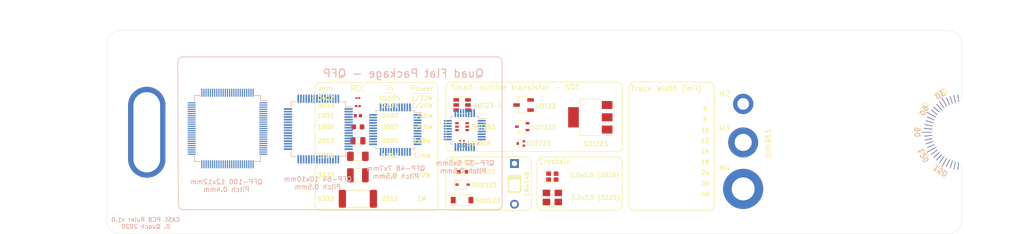
<source format=kicad_pcb>
(kicad_pcb (version 20171130) (host pcbnew "(5.1.5)-3")

  (general
    (thickness 1.6)
    (drawings 365)
    (tracks 0)
    (zones 0)
    (modules 35)
    (nets 1)
  )

  (page A4)
  (layers
    (0 F.Cu signal)
    (31 B.Cu signal hide)
    (32 B.Adhes user hide)
    (33 F.Adhes user hide)
    (34 B.Paste user hide)
    (35 F.Paste user hide)
    (36 B.SilkS user hide)
    (37 F.SilkS user hide)
    (38 B.Mask user hide)
    (39 F.Mask user hide)
    (40 Dwgs.User user hide)
    (41 Cmts.User user)
    (42 Eco1.User user hide)
    (43 Eco2.User user)
    (44 Edge.Cuts user)
    (45 Margin user)
    (46 B.CrtYd user hide)
    (47 F.CrtYd user hide)
    (48 B.Fab user hide)
    (49 F.Fab user hide)
  )

  (setup
    (last_trace_width 0.25)
    (user_trace_width 0.2032)
    (user_trace_width 0.254)
    (user_trace_width 0.3048)
    (user_trace_width 0.381)
    (user_trace_width 0.4572)
    (user_trace_width 0.6096)
    (user_trace_width 0.762)
    (user_trace_width 1.016)
    (trace_clearance 0.2)
    (zone_clearance 0.25)
    (zone_45_only yes)
    (trace_min 0.2)
    (via_size 0.8)
    (via_drill 0.4)
    (via_min_size 0.4)
    (via_min_drill 0.3)
    (uvia_size 0.3)
    (uvia_drill 0.1)
    (uvias_allowed no)
    (uvia_min_size 0.2)
    (uvia_min_drill 0.1)
    (edge_width 0.05)
    (segment_width 0.2)
    (pcb_text_width 0.3)
    (pcb_text_size 1.5 1.5)
    (mod_edge_width 0.12)
    (mod_text_size 1 1)
    (mod_text_width 0.15)
    (pad_size 7 17)
    (pad_drill 5)
    (pad_to_mask_clearance 0.051)
    (solder_mask_min_width 0.25)
    (aux_axis_origin 0 0)
    (visible_elements 7FF9FFFF)
    (pcbplotparams
      (layerselection 0x010fc_ffffffff)
      (usegerberextensions false)
      (usegerberattributes false)
      (usegerberadvancedattributes false)
      (creategerberjobfile false)
      (excludeedgelayer true)
      (linewidth 0.100000)
      (plotframeref false)
      (viasonmask false)
      (mode 1)
      (useauxorigin false)
      (hpglpennumber 1)
      (hpglpenspeed 20)
      (hpglpendiameter 15.000000)
      (psnegative false)
      (psa4output false)
      (plotreference true)
      (plotvalue true)
      (plotinvisibletext false)
      (padsonsilk false)
      (subtractmaskfromsilk true)
      (outputformat 1)
      (mirror false)
      (drillshape 0)
      (scaleselection 1)
      (outputdirectory "gerber/"))
  )

  (net 0 "")

  (net_class Default "This is the default net class."
    (clearance 0.2)
    (trace_width 0.25)
    (via_dia 0.8)
    (via_drill 0.4)
    (uvia_dia 0.3)
    (uvia_drill 0.1)
  )

  (module prints:Degree_Scale (layer F.Cu) (tedit 5F1AEF2F) (tstamp 5EF907E0)
    (at 260 119 180)
    (fp_text reference REF** (at 0.55 -9.675 180) (layer F.SilkS) hide
      (effects (font (size 1 1) (thickness 0.15)))
    )
    (fp_text value Degree_Scale (at 0.55 -10.675 180) (layer F.Fab) hide
      (effects (font (size 1 1) (thickness 0.15)))
    )
    (fp_line (start 2.839016 4.893065) (end 3.748108 6.467641) (layer Dwgs.User) (width 0.1))
    (fp_line (start 2.309135 5.163066) (end 2.863711 6.408809) (layer Dwgs.User) (width 0.1))
    (fp_line (start 4.220517 3.774329) (end 5.233905 4.686782) (layer Dwgs.User) (width 0.1))
    (fp_line (start 5.555772 1.153749) (end 6.889609 1.437259) (layer Dwgs.User) (width 0.1))
    (fp_line (start 5.188704 -2.338553) (end 6.434447 -2.893194) (layer Dwgs.User) (width 0.1))
    (fp_line (start 5.648798 -0.621459) (end 7.004963 -0.763983) (layer Dwgs.User) (width 0.1))
    (fp_line (start 5.40183 -1.783336) (end 6.698733 -2.204687) (layer Dwgs.User) (width 0.1))
    (fp_line (start 4.918702 2.813372) (end 6.493305 3.722464) (layer Dwgs.User) (width 0.1))
    (fp_line (start -0.001919 5.654282) (end -0.001919 7.472448) (layer Dwgs.User) (width 0.1))
    (fp_line (start 1.179393 5.530108) (end 1.462904 6.863945) (layer Dwgs.User) (width 0.1))
    (fp_line (start 4.594789 3.312157) (end 5.697982 4.113663) (layer Dwgs.User) (width 0.1))
    (fp_line (start 3.337789 4.569145) (end 4.139313 5.672351) (layer Dwgs.User) (width 0.1))
    (fp_line (start 5.40183 1.728235) (end 6.698733 2.149626) (layer Dwgs.User) (width 0.1))
    (fp_line (start 5.67992 -0.027564) (end 7.498109 -0.027564) (layer Dwgs.User) (width 0.1))
    (fp_line (start 5.188704 2.283472) (end 6.434447 2.838099) (layer Dwgs.User) (width 0.1))
    (fp_line (start 4.594789 -3.367207) (end 5.697982 -4.168795) (layer Dwgs.User) (width 0.1))
    (fp_line (start 1.753854 5.376192) (end 2.175269 6.67307) (layer Dwgs.User) (width 0.1))
    (fp_line (start 5.555772 -1.208876) (end 6.889609 -1.492385) (layer Dwgs.User) (width 0.1))
    (fp_line (start 4.918702 -2.868435) (end 6.493305 -3.777527) (layer Dwgs.User) (width 0.1))
    (fp_line (start 5.648798 0.566332) (end 7.004963 0.708921) (layer Dwgs.User) (width 0.1))
    (fp_line (start 0.592041 5.623141) (end 0.734565 6.979325) (layer Dwgs.User) (width 0.1))
    (fp_line (start 3.8 4.194867) (end 4.712426 5.208241) (layer Dwgs.User) (width 0.1))
    (fp_line (start 3.337789 -4.624272) (end 4.139313 -5.727458) (layer Dwgs.User) (width 0.1))
    (fp_line (start 1.753854 -5.431313) (end 2.175269 -6.728146) (layer Dwgs.User) (width 0.1))
    (fp_line (start -0.001919 -5.70937) (end -0.001919 -7.527552) (layer Dwgs.User) (width 0.1))
    (fp_line (start 0.592041 -5.678261) (end 0.734565 -7.034425) (layer Dwgs.User) (width 0.1))
    (fp_line (start 1.179393 -5.585191) (end 1.462904 -6.919034) (layer Dwgs.User) (width 0.1))
    (fp_line (start 2.309135 -5.218166) (end 2.863711 -6.463879) (layer Dwgs.User) (width 0.1))
    (fp_line (start 2.839016 -4.948127) (end 3.748108 -6.522761) (layer Dwgs.User) (width 0.1))
    (fp_line (start 4.220517 -3.829418) (end 5.233905 -4.741909) (layer Dwgs.User) (width 0.1))
    (fp_line (start 3.8 -4.25) (end 4.712426 -5.263323) (layer Dwgs.User) (width 0.1))
    (fp_text user 120 (at 7.2 4.3 60 unlocked) (layer F.SilkS)
      (effects (font (size 1 1) (thickness 0.15)))
    )
    (fp_text user 150 (at 4 7.225 30 unlocked) (layer F.SilkS)
      (effects (font (size 1 1) (thickness 0.15)))
    )
    (fp_text user 60 (at 7 -4.025 120 unlocked) (layer F.SilkS)
      (effects (font (size 1 1) (thickness 0.15)))
    )
    (fp_text user 30 (at 4 -7.025 150 unlocked) (layer F.SilkS)
      (effects (font (size 1 1) (thickness 0.15)))
    )
    (fp_text user 90 (at 8.25 -0.025 90 unlocked) (layer F.SilkS)
      (effects (font (size 1 1) (thickness 0.15)))
    )
    (fp_line (start 5.403749 -1.762618) (end 6.700652 -2.183969) (layer F.Mask) (width 0.1))
    (fp_line (start 5.190623 2.30419) (end 6.436366 2.858817) (layer F.Mask) (width 0.1))
    (fp_line (start 2.311054 -5.197448) (end 2.86563 -6.443161) (layer F.Mask) (width 0.1))
    (fp_line (start 3.801919 -4.229282) (end 4.714345 -5.242605) (layer F.Mask) (width 0.1))
    (fp_line (start 4.596708 3.332875) (end 5.699901 4.134381) (layer F.Mask) (width 0.1))
    (fp_line (start 5.681839 -0.006846) (end 7.500028 -0.006846) (layer F.Mask) (width 0.1))
    (fp_line (start 4.222436 -3.8087) (end 5.235824 -4.721191) (layer F.Mask) (width 0.1))
    (fp_line (start 2.840935 -4.927409) (end 3.750027 -6.502043) (layer F.Mask) (width 0.1))
    (fp_line (start 5.650717 0.58705) (end 7.006882 0.729639) (layer F.Mask) (width 0.1))
    (fp_line (start 3.339708 -4.603554) (end 4.141232 -5.70674) (layer F.Mask) (width 0.1))
    (fp_line (start 4.596708 -3.346489) (end 5.699901 -4.148077) (layer F.Mask) (width 0.1))
    (fp_line (start 5.557691 1.174467) (end 6.891528 1.457977) (layer F.Mask) (width 0.1))
    (fp_line (start 1.181312 -5.564473) (end 1.464823 -6.898316) (layer F.Mask) (width 0.1))
    (fp_line (start 4.920621 2.83409) (end 6.495224 3.743182) (layer F.Mask) (width 0.1))
    (fp_line (start 5.190623 -2.317835) (end 6.436366 -2.872476) (layer F.Mask) (width 0.1))
    (fp_line (start 0.6 -5.8) (end 0.736484 -7.013707) (layer F.Mask) (width 0.1))
    (fp_line (start 5.650717 -0.600741) (end 7.006882 -0.743265) (layer F.Mask) (width 0.1))
    (fp_line (start 1.755773 -5.410595) (end 2.177188 -6.707428) (layer F.Mask) (width 0.1))
    (fp_line (start 5.403749 1.748953) (end 6.700652 2.170344) (layer F.Mask) (width 0.1))
    (fp_line (start 4.920621 -2.847717) (end 6.495224 -3.756809) (layer F.Mask) (width 0.1))
    (fp_line (start 5.557691 -1.188158) (end 6.891528 -1.471667) (layer F.Mask) (width 0.1))
    (fp_line (start 4.222436 3.795047) (end 5.235824 4.7075) (layer F.Mask) (width 0.1))
    (fp_line (start 2.311054 5.183784) (end 2.86563 6.429527) (layer F.Mask) (width 0.1))
    (fp_line (start 1.755773 5.39691) (end 2.177188 6.693788) (layer F.Mask) (width 0.1))
    (fp_line (start 2.840935 4.913783) (end 3.750027 6.488359) (layer F.Mask) (width 0.1))
    (fp_line (start 0.6 5.8) (end 0.736484 7.000043) (layer F.Mask) (width 0.1))
    (fp_line (start 3.801919 4.215585) (end 4.714345 5.228959) (layer F.Mask) (width 0.1))
    (fp_line (start 3.339708 4.589863) (end 4.141232 5.693069) (layer F.Mask) (width 0.1))
    (fp_line (start 1.181312 5.550826) (end 1.464823 6.884663) (layer F.Mask) (width 0.1))
    (fp_line (start 5.403749 -1.762618) (end 6.700652 -2.183969) (layer F.Cu) (width 0.1))
    (fp_line (start 5.190623 2.30419) (end 6.436366 2.858817) (layer F.Cu) (width 0.1))
    (fp_line (start 2.311054 -5.197448) (end 2.86563 -6.443161) (layer F.Cu) (width 0.1))
    (fp_line (start 3.801919 -4.229282) (end 4.714345 -5.242605) (layer F.Cu) (width 0.1))
    (fp_line (start 4.596708 3.332875) (end 5.699901 4.134381) (layer F.Cu) (width 0.1))
    (fp_line (start 5.681839 -0.006846) (end 7.500028 -0.006846) (layer F.Cu) (width 0.1))
    (fp_line (start 4.222436 -3.8087) (end 5.235824 -4.721191) (layer F.Cu) (width 0.1))
    (fp_line (start 2.840935 -4.927409) (end 3.750027 -6.502043) (layer F.Cu) (width 0.1))
    (fp_line (start 5.650717 0.58705) (end 7.006882 0.729639) (layer F.Cu) (width 0.1))
    (fp_line (start 3.339708 -4.603554) (end 4.141232 -5.70674) (layer F.Cu) (width 0.1))
    (fp_line (start 4.596708 -3.346489) (end 5.699901 -4.148077) (layer F.Cu) (width 0.1))
    (fp_line (start 5.557691 1.174467) (end 6.891528 1.457977) (layer F.Cu) (width 0.1))
    (fp_line (start 1.181312 -5.564473) (end 1.464823 -6.898316) (layer F.Cu) (width 0.1))
    (fp_line (start 4.920621 2.83409) (end 6.495224 3.743182) (layer F.Cu) (width 0.1))
    (fp_line (start 5.190623 -2.317835) (end 6.436366 -2.872476) (layer F.Cu) (width 0.1))
    (fp_line (start 0.6 -5.8) (end 0.736484 -7.013707) (layer F.Cu) (width 0.1))
    (fp_line (start 5.650717 -0.600741) (end 7.006882 -0.743265) (layer F.Cu) (width 0.1))
    (fp_line (start 1.755773 -5.410595) (end 2.177188 -6.707428) (layer F.Cu) (width 0.1))
    (fp_line (start 5.403749 1.748953) (end 6.700652 2.170344) (layer F.Cu) (width 0.1))
    (fp_line (start 4.920621 -2.847717) (end 6.495224 -3.756809) (layer F.Cu) (width 0.1))
    (fp_line (start 5.557691 -1.188158) (end 6.891528 -1.471667) (layer F.Cu) (width 0.1))
    (fp_line (start 4.222436 3.795047) (end 5.235824 4.7075) (layer F.Cu) (width 0.1))
    (fp_line (start 2.311054 5.183784) (end 2.86563 6.429527) (layer F.Cu) (width 0.1))
    (fp_line (start 1.755773 5.39691) (end 2.177188 6.693788) (layer F.Cu) (width 0.1))
    (fp_line (start 2.840935 4.913783) (end 3.750027 6.488359) (layer F.Cu) (width 0.1))
    (fp_line (start 0.6 5.8) (end 0.736484 7.000043) (layer F.Cu) (width 0.1))
    (fp_line (start 3.801919 4.215585) (end 4.714345 5.228959) (layer F.Cu) (width 0.1))
    (fp_line (start 3.339708 4.589863) (end 4.141232 5.693069) (layer F.Cu) (width 0.1))
    (fp_line (start 1.181312 5.550826) (end 1.464823 6.884663) (layer F.Cu) (width 0.1))
  )

  (module prints:case_lab_logo_40x23mm (layer B.Cu) (tedit 5EFF4C35) (tstamp 5EF8DB08)
    (at 237.9 107.5 180)
    (fp_text reference G*** (at 0 0) (layer B.SilkS) hide
      (effects (font (size 1.524 1.524) (thickness 0.3)) (justify mirror))
    )
    (fp_text value LOGO (at 0.75 0) (layer B.SilkS) hide
      (effects (font (size 1.524 1.524) (thickness 0.3)) (justify mirror))
    )
    (fp_poly (pts (xy 11.511714 1.753429) (xy 11.534238 1.481286) (xy 11.556761 1.209143) (xy 8.420503 1.209143)
      (xy 8.442108 0.755572) (xy 8.463714 0.302) (xy 9.93777 0.282341) (xy 11.411827 0.262681)
      (xy 11.389199 0.028341) (xy 11.366571 -0.206) (xy 9.897 -0.225645) (xy 8.427428 -0.245291)
      (xy 8.427428 -1.403428) (xy 11.548 -1.403428) (xy 11.548 -1.911428) (xy 7.774286 -1.911428)
      (xy 7.774286 1.792165) (xy 11.511714 1.753429)) (layer B.Mask) (width 0.01))
    (fp_poly (pts (xy 7.048571 -1.911428) (xy 6.250286 -1.911428) (xy 6.250286 -1.258285) (xy 7.048571 -1.258285)
      (xy 7.048571 -1.911428)) (layer B.Mask) (width 0.01))
    (fp_poly (pts (xy 5.597143 1.209143) (xy 3.933183 1.209143) (xy 3.386948 1.207879) (xy 2.967872 1.203319)
      (xy 2.657986 1.194311) (xy 2.439322 1.179702) (xy 2.293913 1.158339) (xy 2.203789 1.12907)
      (xy 2.155183 1.095102) (xy 2.058716 0.906787) (xy 2.053557 0.665228) (xy 2.116267 0.478658)
      (xy 2.15276 0.427819) (xy 2.213698 0.390953) (xy 2.320307 0.365835) (xy 2.493811 0.350239)
      (xy 2.755437 0.341942) (xy 3.126408 0.338717) (xy 3.455267 0.338286) (xy 4.057156 0.333121)
      (xy 4.532637 0.315514) (xy 4.900145 0.282297) (xy 5.178118 0.230299) (xy 5.384994 0.156353)
      (xy 5.539208 0.05729) (xy 5.631731 -0.035789) (xy 5.732965 -0.177733) (xy 5.788693 -0.331878)
      (xy 5.811584 -0.547801) (xy 5.814857 -0.752439) (xy 5.793789 -1.146881) (xy 5.723244 -1.429266)
      (xy 5.592212 -1.62749) (xy 5.419728 -1.753585) (xy 5.331106 -1.791897) (xy 5.209221 -1.822151)
      (xy 5.036091 -1.845589) (xy 4.793734 -1.86345) (xy 4.464167 -1.876974) (xy 4.029409 -1.887401)
      (xy 3.471478 -1.895972) (xy 3.329285 -1.897745) (xy 1.460571 -1.920348) (xy 1.460571 -1.403428)
      (xy 3.111571 -1.402358) (xy 3.702285 -1.400894) (xy 4.164063 -1.394413) (xy 4.513112 -1.378501)
      (xy 4.765638 -1.348744) (xy 4.937848 -1.300727) (xy 5.045948 -1.230036) (xy 5.106145 -1.132257)
      (xy 5.134643 -1.002975) (xy 5.147063 -0.847912) (xy 5.154253 -0.643681) (xy 5.136565 -0.491433)
      (xy 5.075878 -0.383536) (xy 4.954074 -0.312362) (xy 4.753032 -0.270282) (xy 4.454634 -0.249667)
      (xy 4.040758 -0.242887) (xy 3.708674 -0.242285) (xy 3.11185 -0.23683) (xy 2.641228 -0.218293)
      (xy 2.278198 -0.183418) (xy 2.004154 -0.128949) (xy 1.800485 -0.051628) (xy 1.648584 0.0518)
      (xy 1.571126 0.131789) (xy 1.460631 0.29259) (xy 1.40514 0.472633) (xy 1.388225 0.729898)
      (xy 1.388 0.778138) (xy 1.398691 1.042459) (xy 1.442593 1.220062) (xy 1.537447 1.368546)
      (xy 1.587571 1.42606) (xy 1.705815 1.533515) (xy 1.85416 1.618203) (xy 2.049898 1.682645)
      (xy 2.310321 1.729361) (xy 2.65272 1.76087) (xy 3.09439 1.779692) (xy 3.65262 1.788347)
      (xy 4.083048 1.789715) (xy 5.597143 1.789715) (xy 5.597143 1.209143)) (layer B.Mask) (width 0.01))
    (fp_poly (pts (xy 0.807428 -1.911428) (xy 0.009143 -1.911428) (xy 0.009143 -1.258285) (xy 0.807428 -1.258285)
      (xy 0.807428 -1.911428)) (layer B.Mask) (width 0.01))
    (fp_poly (pts (xy -2.856599 1.746416) (xy -2.73108 1.662715) (xy -2.663053 1.570581) (xy -2.527041 1.373694)
      (xy -2.334343 1.088876) (xy -2.09626 0.732946) (xy -1.824093 0.322727) (xy -1.529141 -0.124961)
      (xy -1.487863 -0.187857) (xy -0.357204 -1.911428) (xy -1.115714 -1.911146) (xy -2.046907 -0.459858)
      (xy -2.310058 -0.052794) (xy -2.54845 0.310143) (xy -2.750701 0.612098) (xy -2.905429 0.836217)
      (xy -3.001253 0.965644) (xy -3.026621 0.99101) (xy -3.078021 0.932592) (xy -3.196311 0.768777)
      (xy -3.370045 0.516354) (xy -3.587776 0.192112) (xy -3.838058 -0.187157) (xy -4.016134 -0.460419)
      (xy -4.957125 -1.911428) (xy -5.725397 -1.911428) (xy -4.490286 -0.060857) (xy -4.139421 0.463465)
      (xy -3.858441 0.87893) (xy -3.637611 1.198039) (xy -3.467198 1.433293) (xy -3.33747 1.597193)
      (xy -3.238694 1.702239) (xy -3.161135 1.760932) (xy -3.095061 1.785773) (xy -3.049407 1.789715)
      (xy -2.856599 1.746416)) (layer B.Mask) (width 0.01))
    (fp_poly (pts (xy -6.086857 -1.911428) (xy -6.885143 -1.911428) (xy -6.885143 -1.258285) (xy -6.086857 -1.258285)
      (xy -6.086857 -1.911428)) (layer B.Mask) (width 0.01))
    (fp_poly (pts (xy -7.393143 1.209143) (xy -9.017114 1.209143) (xy -9.567467 1.207426) (xy -9.989053 1.201632)
      (xy -10.298212 1.1908) (xy -10.511288 1.173968) (xy -10.644621 1.150174) (xy -10.714553 1.118458)
      (xy -10.724478 1.108661) (xy -10.760764 0.994017) (xy -10.783104 0.75091) (xy -10.791784 0.373859)
      (xy -10.787793 -0.104862) (xy -10.779494 -0.528541) (xy -10.769779 -0.830271) (xy -10.754771 -1.033226)
      (xy -10.730594 -1.160577) (xy -10.693372 -1.235498) (xy -10.639229 -1.281163) (xy -10.586286 -1.309596)
      (xy -10.459746 -1.344855) (xy -10.230855 -1.371158) (xy -9.888626 -1.389108) (xy -9.422073 -1.39931)
      (xy -8.899 -1.402358) (xy -7.393143 -1.403428) (xy -7.393143 -1.911428) (xy -9.044143 -1.909834)
      (xy -9.587967 -1.908149) (xy -10.007669 -1.903281) (xy -10.324261 -1.893736) (xy -10.558754 -1.878017)
      (xy -10.732161 -1.854632) (xy -10.865492 -1.822084) (xy -10.97976 -1.77888) (xy -10.997716 -1.770861)
      (xy -11.165351 -1.686977) (xy -11.290308 -1.594472) (xy -11.378825 -1.471834) (xy -11.437136 -1.297552)
      (xy -11.471479 -1.050113) (xy -11.488088 -0.708007) (xy -11.493201 -0.24972) (xy -11.493429 -0.060857)
      (xy -11.493049 0.43055) (xy -11.482172 0.823417) (xy -11.446186 1.129039) (xy -11.370484 1.358711)
      (xy -11.240455 1.523729) (xy -11.041491 1.635386) (xy -10.758981 1.704979) (xy -10.378317 1.743802)
      (xy -9.884889 1.76315) (xy -9.264088 1.774319) (xy -9.116714 1.776674) (xy -7.393143 1.80481)
      (xy -7.393143 1.209143)) (layer B.Mask) (width 0.01))
  )

  (module Package_QFP:LQFP-32_5x5mm_P0.5mm (layer B.Cu) (tedit 5D9F72AF) (tstamp 5EFE528F)
    (at 167 118.6 180)
    (descr "LQFP, 32 Pin (https://www.nxp.com/docs/en/package-information/SOT401-1.pdf), generated with kicad-footprint-generator ipc_gullwing_generator.py")
    (tags "LQFP QFP")
    (attr smd)
    (fp_text reference REF** (at 0 4.88) (layer B.Fab)
      (effects (font (size 1 1) (thickness 0.15)) (justify mirror))
    )
    (fp_text value LQFP-32_5x5mm_P0.5mm (at 0 -4.88) (layer B.Fab)
      (effects (font (size 1 1) (thickness 0.15)) (justify mirror))
    )
    (fp_text user %R (at 0 0) (layer B.Fab)
      (effects (font (size 1 1) (thickness 0.15)) (justify mirror))
    )
    (fp_line (start 4.18 -2.15) (end 4.18 0) (layer B.CrtYd) (width 0.05))
    (fp_line (start 2.75 -2.15) (end 4.18 -2.15) (layer B.CrtYd) (width 0.05))
    (fp_line (start 2.75 -2.75) (end 2.75 -2.15) (layer B.CrtYd) (width 0.05))
    (fp_line (start 2.15 -2.75) (end 2.75 -2.75) (layer B.CrtYd) (width 0.05))
    (fp_line (start 2.15 -4.18) (end 2.15 -2.75) (layer B.CrtYd) (width 0.05))
    (fp_line (start 0 -4.18) (end 2.15 -4.18) (layer B.CrtYd) (width 0.05))
    (fp_line (start -4.18 -2.15) (end -4.18 0) (layer B.CrtYd) (width 0.05))
    (fp_line (start -2.75 -2.15) (end -4.18 -2.15) (layer B.CrtYd) (width 0.05))
    (fp_line (start -2.75 -2.75) (end -2.75 -2.15) (layer B.CrtYd) (width 0.05))
    (fp_line (start -2.15 -2.75) (end -2.75 -2.75) (layer B.CrtYd) (width 0.05))
    (fp_line (start -2.15 -4.18) (end -2.15 -2.75) (layer B.CrtYd) (width 0.05))
    (fp_line (start 0 -4.18) (end -2.15 -4.18) (layer B.CrtYd) (width 0.05))
    (fp_line (start 4.18 2.15) (end 4.18 0) (layer B.CrtYd) (width 0.05))
    (fp_line (start 2.75 2.15) (end 4.18 2.15) (layer B.CrtYd) (width 0.05))
    (fp_line (start 2.75 2.75) (end 2.75 2.15) (layer B.CrtYd) (width 0.05))
    (fp_line (start 2.15 2.75) (end 2.75 2.75) (layer B.CrtYd) (width 0.05))
    (fp_line (start 2.15 4.18) (end 2.15 2.75) (layer B.CrtYd) (width 0.05))
    (fp_line (start 0 4.18) (end 2.15 4.18) (layer B.CrtYd) (width 0.05))
    (fp_line (start -4.18 2.15) (end -4.18 0) (layer B.CrtYd) (width 0.05))
    (fp_line (start -2.75 2.15) (end -4.18 2.15) (layer B.CrtYd) (width 0.05))
    (fp_line (start -2.75 2.75) (end -2.75 2.15) (layer B.CrtYd) (width 0.05))
    (fp_line (start -2.15 2.75) (end -2.75 2.75) (layer B.CrtYd) (width 0.05))
    (fp_line (start -2.15 4.18) (end -2.15 2.75) (layer B.CrtYd) (width 0.05))
    (fp_line (start 0 4.18) (end -2.15 4.18) (layer B.CrtYd) (width 0.05))
    (fp_line (start -2.5 1.5) (end -1.5 2.5) (layer B.Fab) (width 0.1))
    (fp_line (start -2.5 -2.5) (end -2.5 1.5) (layer B.Fab) (width 0.1))
    (fp_line (start 2.5 -2.5) (end -2.5 -2.5) (layer B.Fab) (width 0.1))
    (fp_line (start 2.5 2.5) (end 2.5 -2.5) (layer B.Fab) (width 0.1))
    (fp_line (start -1.5 2.5) (end 2.5 2.5) (layer B.Fab) (width 0.1))
    (fp_line (start -2.61 2.16) (end -3.925 2.16) (layer B.SilkS) (width 0.12))
    (fp_line (start -2.61 2.61) (end -2.61 2.16) (layer B.SilkS) (width 0.12))
    (fp_line (start -2.16 2.61) (end -2.61 2.61) (layer B.SilkS) (width 0.12))
    (fp_line (start 2.61 2.61) (end 2.61 2.16) (layer B.SilkS) (width 0.12))
    (fp_line (start 2.16 2.61) (end 2.61 2.61) (layer B.SilkS) (width 0.12))
    (fp_line (start -2.61 -2.61) (end -2.61 -2.16) (layer B.SilkS) (width 0.12))
    (fp_line (start -2.16 -2.61) (end -2.61 -2.61) (layer B.SilkS) (width 0.12))
    (fp_line (start 2.61 -2.61) (end 2.61 -2.16) (layer B.SilkS) (width 0.12))
    (fp_line (start 2.16 -2.61) (end 2.61 -2.61) (layer B.SilkS) (width 0.12))
    (pad 32 smd roundrect (at -1.75 3.175 180) (size 0.3 1.5) (layers B.Cu B.Paste B.Mask) (roundrect_rratio 0.25))
    (pad 31 smd roundrect (at -1.25 3.175 180) (size 0.3 1.5) (layers B.Cu B.Paste B.Mask) (roundrect_rratio 0.25))
    (pad 30 smd roundrect (at -0.75 3.175 180) (size 0.3 1.5) (layers B.Cu B.Paste B.Mask) (roundrect_rratio 0.25))
    (pad 29 smd roundrect (at -0.25 3.175 180) (size 0.3 1.5) (layers B.Cu B.Paste B.Mask) (roundrect_rratio 0.25))
    (pad 28 smd roundrect (at 0.25 3.175 180) (size 0.3 1.5) (layers B.Cu B.Paste B.Mask) (roundrect_rratio 0.25))
    (pad 27 smd roundrect (at 0.75 3.175 180) (size 0.3 1.5) (layers B.Cu B.Paste B.Mask) (roundrect_rratio 0.25))
    (pad 26 smd roundrect (at 1.25 3.175 180) (size 0.3 1.5) (layers B.Cu B.Paste B.Mask) (roundrect_rratio 0.25))
    (pad 25 smd roundrect (at 1.75 3.175 180) (size 0.3 1.5) (layers B.Cu B.Paste B.Mask) (roundrect_rratio 0.25))
    (pad 24 smd roundrect (at 3.175 1.75 180) (size 1.5 0.3) (layers B.Cu B.Paste B.Mask) (roundrect_rratio 0.25))
    (pad 23 smd roundrect (at 3.175 1.25 180) (size 1.5 0.3) (layers B.Cu B.Paste B.Mask) (roundrect_rratio 0.25))
    (pad 22 smd roundrect (at 3.175 0.75 180) (size 1.5 0.3) (layers B.Cu B.Paste B.Mask) (roundrect_rratio 0.25))
    (pad 21 smd roundrect (at 3.175 0.25 180) (size 1.5 0.3) (layers B.Cu B.Paste B.Mask) (roundrect_rratio 0.25))
    (pad 20 smd roundrect (at 3.175 -0.25 180) (size 1.5 0.3) (layers B.Cu B.Paste B.Mask) (roundrect_rratio 0.25))
    (pad 19 smd roundrect (at 3.175 -0.75 180) (size 1.5 0.3) (layers B.Cu B.Paste B.Mask) (roundrect_rratio 0.25))
    (pad 18 smd roundrect (at 3.175 -1.25 180) (size 1.5 0.3) (layers B.Cu B.Paste B.Mask) (roundrect_rratio 0.25))
    (pad 17 smd roundrect (at 3.175 -1.75 180) (size 1.5 0.3) (layers B.Cu B.Paste B.Mask) (roundrect_rratio 0.25))
    (pad 16 smd roundrect (at 1.75 -3.175 180) (size 0.3 1.5) (layers B.Cu B.Paste B.Mask) (roundrect_rratio 0.25))
    (pad 15 smd roundrect (at 1.25 -3.175 180) (size 0.3 1.5) (layers B.Cu B.Paste B.Mask) (roundrect_rratio 0.25))
    (pad 14 smd roundrect (at 0.75 -3.175 180) (size 0.3 1.5) (layers B.Cu B.Paste B.Mask) (roundrect_rratio 0.25))
    (pad 13 smd roundrect (at 0.25 -3.175 180) (size 0.3 1.5) (layers B.Cu B.Paste B.Mask) (roundrect_rratio 0.25))
    (pad 12 smd roundrect (at -0.25 -3.175 180) (size 0.3 1.5) (layers B.Cu B.Paste B.Mask) (roundrect_rratio 0.25))
    (pad 11 smd roundrect (at -0.75 -3.175 180) (size 0.3 1.5) (layers B.Cu B.Paste B.Mask) (roundrect_rratio 0.25))
    (pad 10 smd roundrect (at -1.25 -3.175 180) (size 0.3 1.5) (layers B.Cu B.Paste B.Mask) (roundrect_rratio 0.25))
    (pad 9 smd roundrect (at -1.75 -3.175 180) (size 0.3 1.5) (layers B.Cu B.Paste B.Mask) (roundrect_rratio 0.25))
    (pad 8 smd roundrect (at -3.175 -1.75 180) (size 1.5 0.3) (layers B.Cu B.Paste B.Mask) (roundrect_rratio 0.25))
    (pad 7 smd roundrect (at -3.175 -1.25 180) (size 1.5 0.3) (layers B.Cu B.Paste B.Mask) (roundrect_rratio 0.25))
    (pad 6 smd roundrect (at -3.175 -0.75 180) (size 1.5 0.3) (layers B.Cu B.Paste B.Mask) (roundrect_rratio 0.25))
    (pad 5 smd roundrect (at -3.175 -0.25 180) (size 1.5 0.3) (layers B.Cu B.Paste B.Mask) (roundrect_rratio 0.25))
    (pad 4 smd roundrect (at -3.175 0.25 180) (size 1.5 0.3) (layers B.Cu B.Paste B.Mask) (roundrect_rratio 0.25))
    (pad 3 smd roundrect (at -3.175 0.75 180) (size 1.5 0.3) (layers B.Cu B.Paste B.Mask) (roundrect_rratio 0.25))
    (pad 2 smd roundrect (at -3.175 1.25 180) (size 1.5 0.3) (layers B.Cu B.Paste B.Mask) (roundrect_rratio 0.25))
    (pad 1 smd roundrect (at -3.175 1.75 180) (size 1.5 0.3) (layers B.Cu B.Paste B.Mask) (roundrect_rratio 0.25))
    (model ${KISYS3DMOD}/Package_QFP.3dshapes/LQFP-32_5x5mm_P0.5mm.wrl
      (at (xyz 0 0 0))
      (scale (xyz 1 1 1))
      (rotate (xyz 0 0 0))
    )
  )

  (module Package_QFP:LQFP-64_10x10mm_P0.5mm (layer B.Cu) (tedit 5D9F72AF) (tstamp 5EFE6491)
    (at 139.6 118.4 180)
    (descr "LQFP, 64 Pin (https://www.analog.com/media/en/technical-documentation/data-sheets/ad7606_7606-6_7606-4.pdf), generated with kicad-footprint-generator ipc_gullwing_generator.py")
    (tags "LQFP QFP")
    (attr smd)
    (fp_text reference REF** (at 0 7.4) (layer B.Fab)
      (effects (font (size 1 1) (thickness 0.15)) (justify mirror))
    )
    (fp_text value LQFP-64_10x10mm_P0.5mm (at 0 -7.4) (layer B.Fab)
      (effects (font (size 1 1) (thickness 0.15)) (justify mirror))
    )
    (fp_text user %R (at 0 0) (layer B.Fab)
      (effects (font (size 1 1) (thickness 0.15)) (justify mirror))
    )
    (fp_line (start 6.7 -4.15) (end 6.7 0) (layer B.CrtYd) (width 0.05))
    (fp_line (start 5.25 -4.15) (end 6.7 -4.15) (layer B.CrtYd) (width 0.05))
    (fp_line (start 5.25 -5.25) (end 5.25 -4.15) (layer B.CrtYd) (width 0.05))
    (fp_line (start 4.15 -5.25) (end 5.25 -5.25) (layer B.CrtYd) (width 0.05))
    (fp_line (start 4.15 -6.7) (end 4.15 -5.25) (layer B.CrtYd) (width 0.05))
    (fp_line (start 0 -6.7) (end 4.15 -6.7) (layer B.CrtYd) (width 0.05))
    (fp_line (start -6.7 -4.15) (end -6.7 0) (layer B.CrtYd) (width 0.05))
    (fp_line (start -5.25 -4.15) (end -6.7 -4.15) (layer B.CrtYd) (width 0.05))
    (fp_line (start -5.25 -5.25) (end -5.25 -4.15) (layer B.CrtYd) (width 0.05))
    (fp_line (start -4.15 -5.25) (end -5.25 -5.25) (layer B.CrtYd) (width 0.05))
    (fp_line (start -4.15 -6.7) (end -4.15 -5.25) (layer B.CrtYd) (width 0.05))
    (fp_line (start 0 -6.7) (end -4.15 -6.7) (layer B.CrtYd) (width 0.05))
    (fp_line (start 6.7 4.15) (end 6.7 0) (layer B.CrtYd) (width 0.05))
    (fp_line (start 5.25 4.15) (end 6.7 4.15) (layer B.CrtYd) (width 0.05))
    (fp_line (start 5.25 5.25) (end 5.25 4.15) (layer B.CrtYd) (width 0.05))
    (fp_line (start 4.15 5.25) (end 5.25 5.25) (layer B.CrtYd) (width 0.05))
    (fp_line (start 4.15 6.7) (end 4.15 5.25) (layer B.CrtYd) (width 0.05))
    (fp_line (start 0 6.7) (end 4.15 6.7) (layer B.CrtYd) (width 0.05))
    (fp_line (start -6.7 4.15) (end -6.7 0) (layer B.CrtYd) (width 0.05))
    (fp_line (start -5.25 4.15) (end -6.7 4.15) (layer B.CrtYd) (width 0.05))
    (fp_line (start -5.25 5.25) (end -5.25 4.15) (layer B.CrtYd) (width 0.05))
    (fp_line (start -4.15 5.25) (end -5.25 5.25) (layer B.CrtYd) (width 0.05))
    (fp_line (start -4.15 6.7) (end -4.15 5.25) (layer B.CrtYd) (width 0.05))
    (fp_line (start 0 6.7) (end -4.15 6.7) (layer B.CrtYd) (width 0.05))
    (fp_line (start -5 4) (end -4 5) (layer B.Fab) (width 0.1))
    (fp_line (start -5 -5) (end -5 4) (layer B.Fab) (width 0.1))
    (fp_line (start 5 -5) (end -5 -5) (layer B.Fab) (width 0.1))
    (fp_line (start 5 5) (end 5 -5) (layer B.Fab) (width 0.1))
    (fp_line (start -4 5) (end 5 5) (layer B.Fab) (width 0.1))
    (fp_line (start -5.11 4.16) (end -6.45 4.16) (layer B.SilkS) (width 0.12))
    (fp_line (start -5.11 5.11) (end -5.11 4.16) (layer B.SilkS) (width 0.12))
    (fp_line (start -4.16 5.11) (end -5.11 5.11) (layer B.SilkS) (width 0.12))
    (fp_line (start 5.11 5.11) (end 5.11 4.16) (layer B.SilkS) (width 0.12))
    (fp_line (start 4.16 5.11) (end 5.11 5.11) (layer B.SilkS) (width 0.12))
    (fp_line (start -5.11 -5.11) (end -5.11 -4.16) (layer B.SilkS) (width 0.12))
    (fp_line (start -4.16 -5.11) (end -5.11 -5.11) (layer B.SilkS) (width 0.12))
    (fp_line (start 5.11 -5.11) (end 5.11 -4.16) (layer B.SilkS) (width 0.12))
    (fp_line (start 4.16 -5.11) (end 5.11 -5.11) (layer B.SilkS) (width 0.12))
    (pad 64 smd roundrect (at -3.75 5.675 180) (size 0.3 1.55) (layers B.Cu B.Paste B.Mask) (roundrect_rratio 0.25))
    (pad 63 smd roundrect (at -3.25 5.675 180) (size 0.3 1.55) (layers B.Cu B.Paste B.Mask) (roundrect_rratio 0.25))
    (pad 62 smd roundrect (at -2.75 5.675 180) (size 0.3 1.55) (layers B.Cu B.Paste B.Mask) (roundrect_rratio 0.25))
    (pad 61 smd roundrect (at -2.25 5.675 180) (size 0.3 1.55) (layers B.Cu B.Paste B.Mask) (roundrect_rratio 0.25))
    (pad 60 smd roundrect (at -1.75 5.675 180) (size 0.3 1.55) (layers B.Cu B.Paste B.Mask) (roundrect_rratio 0.25))
    (pad 59 smd roundrect (at -1.25 5.675 180) (size 0.3 1.55) (layers B.Cu B.Paste B.Mask) (roundrect_rratio 0.25))
    (pad 58 smd roundrect (at -0.75 5.675 180) (size 0.3 1.55) (layers B.Cu B.Paste B.Mask) (roundrect_rratio 0.25))
    (pad 57 smd roundrect (at -0.25 5.675 180) (size 0.3 1.55) (layers B.Cu B.Paste B.Mask) (roundrect_rratio 0.25))
    (pad 56 smd roundrect (at 0.25 5.675 180) (size 0.3 1.55) (layers B.Cu B.Paste B.Mask) (roundrect_rratio 0.25))
    (pad 55 smd roundrect (at 0.75 5.675 180) (size 0.3 1.55) (layers B.Cu B.Paste B.Mask) (roundrect_rratio 0.25))
    (pad 54 smd roundrect (at 1.25 5.675 180) (size 0.3 1.55) (layers B.Cu B.Paste B.Mask) (roundrect_rratio 0.25))
    (pad 53 smd roundrect (at 1.75 5.675 180) (size 0.3 1.55) (layers B.Cu B.Paste B.Mask) (roundrect_rratio 0.25))
    (pad 52 smd roundrect (at 2.25 5.675 180) (size 0.3 1.55) (layers B.Cu B.Paste B.Mask) (roundrect_rratio 0.25))
    (pad 51 smd roundrect (at 2.75 5.675 180) (size 0.3 1.55) (layers B.Cu B.Paste B.Mask) (roundrect_rratio 0.25))
    (pad 50 smd roundrect (at 3.25 5.675 180) (size 0.3 1.55) (layers B.Cu B.Paste B.Mask) (roundrect_rratio 0.25))
    (pad 49 smd roundrect (at 3.75 5.675 180) (size 0.3 1.55) (layers B.Cu B.Paste B.Mask) (roundrect_rratio 0.25))
    (pad 48 smd roundrect (at 5.675 3.75 180) (size 1.55 0.3) (layers B.Cu B.Paste B.Mask) (roundrect_rratio 0.25))
    (pad 47 smd roundrect (at 5.675 3.25 180) (size 1.55 0.3) (layers B.Cu B.Paste B.Mask) (roundrect_rratio 0.25))
    (pad 46 smd roundrect (at 5.675 2.75 180) (size 1.55 0.3) (layers B.Cu B.Paste B.Mask) (roundrect_rratio 0.25))
    (pad 45 smd roundrect (at 5.675 2.25 180) (size 1.55 0.3) (layers B.Cu B.Paste B.Mask) (roundrect_rratio 0.25))
    (pad 44 smd roundrect (at 5.675 1.75 180) (size 1.55 0.3) (layers B.Cu B.Paste B.Mask) (roundrect_rratio 0.25))
    (pad 43 smd roundrect (at 5.675 1.25 180) (size 1.55 0.3) (layers B.Cu B.Paste B.Mask) (roundrect_rratio 0.25))
    (pad 42 smd roundrect (at 5.675 0.75 180) (size 1.55 0.3) (layers B.Cu B.Paste B.Mask) (roundrect_rratio 0.25))
    (pad 41 smd roundrect (at 5.675 0.25 180) (size 1.55 0.3) (layers B.Cu B.Paste B.Mask) (roundrect_rratio 0.25))
    (pad 40 smd roundrect (at 5.675 -0.25 180) (size 1.55 0.3) (layers B.Cu B.Paste B.Mask) (roundrect_rratio 0.25))
    (pad 39 smd roundrect (at 5.675 -0.75 180) (size 1.55 0.3) (layers B.Cu B.Paste B.Mask) (roundrect_rratio 0.25))
    (pad 38 smd roundrect (at 5.675 -1.25 180) (size 1.55 0.3) (layers B.Cu B.Paste B.Mask) (roundrect_rratio 0.25))
    (pad 37 smd roundrect (at 5.675 -1.75 180) (size 1.55 0.3) (layers B.Cu B.Paste B.Mask) (roundrect_rratio 0.25))
    (pad 36 smd roundrect (at 5.675 -2.25 180) (size 1.55 0.3) (layers B.Cu B.Paste B.Mask) (roundrect_rratio 0.25))
    (pad 35 smd roundrect (at 5.675 -2.75 180) (size 1.55 0.3) (layers B.Cu B.Paste B.Mask) (roundrect_rratio 0.25))
    (pad 34 smd roundrect (at 5.675 -3.25 180) (size 1.55 0.3) (layers B.Cu B.Paste B.Mask) (roundrect_rratio 0.25))
    (pad 33 smd roundrect (at 5.675 -3.75 180) (size 1.55 0.3) (layers B.Cu B.Paste B.Mask) (roundrect_rratio 0.25))
    (pad 32 smd roundrect (at 3.75 -5.675 180) (size 0.3 1.55) (layers B.Cu B.Paste B.Mask) (roundrect_rratio 0.25))
    (pad 31 smd roundrect (at 3.25 -5.675 180) (size 0.3 1.55) (layers B.Cu B.Paste B.Mask) (roundrect_rratio 0.25))
    (pad 30 smd roundrect (at 2.75 -5.675 180) (size 0.3 1.55) (layers B.Cu B.Paste B.Mask) (roundrect_rratio 0.25))
    (pad 29 smd roundrect (at 2.25 -5.675 180) (size 0.3 1.55) (layers B.Cu B.Paste B.Mask) (roundrect_rratio 0.25))
    (pad 28 smd roundrect (at 1.75 -5.675 180) (size 0.3 1.55) (layers B.Cu B.Paste B.Mask) (roundrect_rratio 0.25))
    (pad 27 smd roundrect (at 1.25 -5.675 180) (size 0.3 1.55) (layers B.Cu B.Paste B.Mask) (roundrect_rratio 0.25))
    (pad 26 smd roundrect (at 0.75 -5.675 180) (size 0.3 1.55) (layers B.Cu B.Paste B.Mask) (roundrect_rratio 0.25))
    (pad 25 smd roundrect (at 0.25 -5.675 180) (size 0.3 1.55) (layers B.Cu B.Paste B.Mask) (roundrect_rratio 0.25))
    (pad 24 smd roundrect (at -0.25 -5.675 180) (size 0.3 1.55) (layers B.Cu B.Paste B.Mask) (roundrect_rratio 0.25))
    (pad 23 smd roundrect (at -0.75 -5.675 180) (size 0.3 1.55) (layers B.Cu B.Paste B.Mask) (roundrect_rratio 0.25))
    (pad 22 smd roundrect (at -1.25 -5.675 180) (size 0.3 1.55) (layers B.Cu B.Paste B.Mask) (roundrect_rratio 0.25))
    (pad 21 smd roundrect (at -1.75 -5.675 180) (size 0.3 1.55) (layers B.Cu B.Paste B.Mask) (roundrect_rratio 0.25))
    (pad 20 smd roundrect (at -2.25 -5.675 180) (size 0.3 1.55) (layers B.Cu B.Paste B.Mask) (roundrect_rratio 0.25))
    (pad 19 smd roundrect (at -2.75 -5.675 180) (size 0.3 1.55) (layers B.Cu B.Paste B.Mask) (roundrect_rratio 0.25))
    (pad 18 smd roundrect (at -3.25 -5.675 180) (size 0.3 1.55) (layers B.Cu B.Paste B.Mask) (roundrect_rratio 0.25))
    (pad 17 smd roundrect (at -3.75 -5.675 180) (size 0.3 1.55) (layers B.Cu B.Paste B.Mask) (roundrect_rratio 0.25))
    (pad 16 smd roundrect (at -5.675 -3.75 180) (size 1.55 0.3) (layers B.Cu B.Paste B.Mask) (roundrect_rratio 0.25))
    (pad 15 smd roundrect (at -5.675 -3.25 180) (size 1.55 0.3) (layers B.Cu B.Paste B.Mask) (roundrect_rratio 0.25))
    (pad 14 smd roundrect (at -5.675 -2.75 180) (size 1.55 0.3) (layers B.Cu B.Paste B.Mask) (roundrect_rratio 0.25))
    (pad 13 smd roundrect (at -5.675 -2.25 180) (size 1.55 0.3) (layers B.Cu B.Paste B.Mask) (roundrect_rratio 0.25))
    (pad 12 smd roundrect (at -5.675 -1.75 180) (size 1.55 0.3) (layers B.Cu B.Paste B.Mask) (roundrect_rratio 0.25))
    (pad 11 smd roundrect (at -5.675 -1.25 180) (size 1.55 0.3) (layers B.Cu B.Paste B.Mask) (roundrect_rratio 0.25))
    (pad 10 smd roundrect (at -5.675 -0.75 180) (size 1.55 0.3) (layers B.Cu B.Paste B.Mask) (roundrect_rratio 0.25))
    (pad 9 smd roundrect (at -5.675 -0.25 180) (size 1.55 0.3) (layers B.Cu B.Paste B.Mask) (roundrect_rratio 0.25))
    (pad 8 smd roundrect (at -5.675 0.25 180) (size 1.55 0.3) (layers B.Cu B.Paste B.Mask) (roundrect_rratio 0.25))
    (pad 7 smd roundrect (at -5.675 0.75 180) (size 1.55 0.3) (layers B.Cu B.Paste B.Mask) (roundrect_rratio 0.25))
    (pad 6 smd roundrect (at -5.675 1.25 180) (size 1.55 0.3) (layers B.Cu B.Paste B.Mask) (roundrect_rratio 0.25))
    (pad 5 smd roundrect (at -5.675 1.75 180) (size 1.55 0.3) (layers B.Cu B.Paste B.Mask) (roundrect_rratio 0.25))
    (pad 4 smd roundrect (at -5.675 2.25 180) (size 1.55 0.3) (layers B.Cu B.Paste B.Mask) (roundrect_rratio 0.25))
    (pad 3 smd roundrect (at -5.675 2.75 180) (size 1.55 0.3) (layers B.Cu B.Paste B.Mask) (roundrect_rratio 0.25))
    (pad 2 smd roundrect (at -5.675 3.25 180) (size 1.55 0.3) (layers B.Cu B.Paste B.Mask) (roundrect_rratio 0.25))
    (pad 1 smd roundrect (at -5.675 3.75 180) (size 1.55 0.3) (layers B.Cu B.Paste B.Mask) (roundrect_rratio 0.25))
    (model ${KISYS3DMOD}/Package_QFP.3dshapes/LQFP-64_10x10mm_P0.5mm.wrl
      (at (xyz 0 0 0))
      (scale (xyz 1 1 1))
      (rotate (xyz 0 0 0))
    )
  )

  (module Package_QFP:TQFP-100_12x12mm_P0.4mm (layer B.Cu) (tedit 5A02F146) (tstamp 5EFE67AA)
    (at 122.6 118.3 180)
    (descr "100-Lead Plastic Thin Quad Flatpack (PT) - 12x12x1 mm Body, 2.00 mm [TQFP] (see Microchip Packaging Specification 00000049BS.pdf)")
    (tags "QFP 0.4")
    (attr smd)
    (fp_text reference REF** (at 0 8.45) (layer B.Fab)
      (effects (font (size 1 1) (thickness 0.15)) (justify mirror))
    )
    (fp_text value TQFP-100_12x12mm_P0.4mm (at 0 -8.45) (layer B.Fab)
      (effects (font (size 1 1) (thickness 0.15)) (justify mirror))
    )
    (fp_line (start -6.175 5.2) (end -7.45 5.2) (layer B.SilkS) (width 0.15))
    (fp_line (start 6.175 6.175) (end 5.125 6.175) (layer B.SilkS) (width 0.15))
    (fp_line (start 6.175 -6.175) (end 5.125 -6.175) (layer B.SilkS) (width 0.15))
    (fp_line (start -6.175 -6.175) (end -5.125 -6.175) (layer B.SilkS) (width 0.15))
    (fp_line (start -6.175 6.175) (end -5.125 6.175) (layer B.SilkS) (width 0.15))
    (fp_line (start -6.175 -6.175) (end -6.175 -5.125) (layer B.SilkS) (width 0.15))
    (fp_line (start 6.175 -6.175) (end 6.175 -5.125) (layer B.SilkS) (width 0.15))
    (fp_line (start 6.175 6.175) (end 6.175 5.125) (layer B.SilkS) (width 0.15))
    (fp_line (start -6.175 6.175) (end -6.175 5.2) (layer B.SilkS) (width 0.15))
    (fp_line (start -7.7 -7.7) (end 7.7 -7.7) (layer B.CrtYd) (width 0.05))
    (fp_line (start -7.7 7.7) (end 7.7 7.7) (layer B.CrtYd) (width 0.05))
    (fp_line (start 7.7 7.7) (end 7.7 -7.7) (layer B.CrtYd) (width 0.05))
    (fp_line (start -7.7 7.7) (end -7.7 -7.7) (layer B.CrtYd) (width 0.05))
    (fp_line (start -6 5) (end -5 6) (layer B.Fab) (width 0.15))
    (fp_line (start -6 -6) (end -6 5) (layer B.Fab) (width 0.15))
    (fp_line (start 6 -6) (end -6 -6) (layer B.Fab) (width 0.15))
    (fp_line (start 6 6) (end 6 -6) (layer B.Fab) (width 0.15))
    (fp_line (start -5 6) (end 6 6) (layer B.Fab) (width 0.15))
    (fp_text user %R (at 0 0) (layer B.Fab)
      (effects (font (size 1 1) (thickness 0.15)) (justify mirror))
    )
    (pad 100 smd rect (at -4.8 6.7 90) (size 1.5 0.2) (layers B.Cu B.Paste B.Mask))
    (pad 99 smd rect (at -4.4 6.7 90) (size 1.5 0.2) (layers B.Cu B.Paste B.Mask))
    (pad 98 smd rect (at -4 6.7 90) (size 1.5 0.2) (layers B.Cu B.Paste B.Mask))
    (pad 97 smd rect (at -3.6 6.7 90) (size 1.5 0.2) (layers B.Cu B.Paste B.Mask))
    (pad 96 smd rect (at -3.2 6.7 90) (size 1.5 0.2) (layers B.Cu B.Paste B.Mask))
    (pad 95 smd rect (at -2.8 6.7 90) (size 1.5 0.2) (layers B.Cu B.Paste B.Mask))
    (pad 94 smd rect (at -2.4 6.7 90) (size 1.5 0.2) (layers B.Cu B.Paste B.Mask))
    (pad 93 smd rect (at -2 6.7 90) (size 1.5 0.2) (layers B.Cu B.Paste B.Mask))
    (pad 92 smd rect (at -1.6 6.7 90) (size 1.5 0.2) (layers B.Cu B.Paste B.Mask))
    (pad 91 smd rect (at -1.2 6.7 90) (size 1.5 0.2) (layers B.Cu B.Paste B.Mask))
    (pad 90 smd rect (at -0.8 6.7 90) (size 1.5 0.2) (layers B.Cu B.Paste B.Mask))
    (pad 89 smd rect (at -0.4 6.7 90) (size 1.5 0.2) (layers B.Cu B.Paste B.Mask))
    (pad 88 smd rect (at 0 6.7 90) (size 1.5 0.2) (layers B.Cu B.Paste B.Mask))
    (pad 87 smd rect (at 0.4 6.7 90) (size 1.5 0.2) (layers B.Cu B.Paste B.Mask))
    (pad 86 smd rect (at 0.8 6.7 90) (size 1.5 0.2) (layers B.Cu B.Paste B.Mask))
    (pad 85 smd rect (at 1.2 6.7 90) (size 1.5 0.2) (layers B.Cu B.Paste B.Mask))
    (pad 84 smd rect (at 1.6 6.7 90) (size 1.5 0.2) (layers B.Cu B.Paste B.Mask))
    (pad 83 smd rect (at 2 6.7 90) (size 1.5 0.2) (layers B.Cu B.Paste B.Mask))
    (pad 82 smd rect (at 2.4 6.7 90) (size 1.5 0.2) (layers B.Cu B.Paste B.Mask))
    (pad 81 smd rect (at 2.8 6.7 90) (size 1.5 0.2) (layers B.Cu B.Paste B.Mask))
    (pad 80 smd rect (at 3.2 6.7 90) (size 1.5 0.2) (layers B.Cu B.Paste B.Mask))
    (pad 79 smd rect (at 3.6 6.7 90) (size 1.5 0.2) (layers B.Cu B.Paste B.Mask))
    (pad 78 smd rect (at 4 6.7 90) (size 1.5 0.2) (layers B.Cu B.Paste B.Mask))
    (pad 77 smd rect (at 4.4 6.7 90) (size 1.5 0.2) (layers B.Cu B.Paste B.Mask))
    (pad 76 smd rect (at 4.8 6.7 90) (size 1.5 0.2) (layers B.Cu B.Paste B.Mask))
    (pad 75 smd rect (at 6.7 4.8 180) (size 1.5 0.2) (layers B.Cu B.Paste B.Mask))
    (pad 74 smd rect (at 6.7 4.4 180) (size 1.5 0.2) (layers B.Cu B.Paste B.Mask))
    (pad 73 smd rect (at 6.7 4 180) (size 1.5 0.2) (layers B.Cu B.Paste B.Mask))
    (pad 72 smd rect (at 6.7 3.6 180) (size 1.5 0.2) (layers B.Cu B.Paste B.Mask))
    (pad 71 smd rect (at 6.7 3.2 180) (size 1.5 0.2) (layers B.Cu B.Paste B.Mask))
    (pad 70 smd rect (at 6.7 2.8 180) (size 1.5 0.2) (layers B.Cu B.Paste B.Mask))
    (pad 69 smd rect (at 6.7 2.4 180) (size 1.5 0.2) (layers B.Cu B.Paste B.Mask))
    (pad 68 smd rect (at 6.7 2 180) (size 1.5 0.2) (layers B.Cu B.Paste B.Mask))
    (pad 67 smd rect (at 6.7 1.6 180) (size 1.5 0.2) (layers B.Cu B.Paste B.Mask))
    (pad 66 smd rect (at 6.7 1.2 180) (size 1.5 0.2) (layers B.Cu B.Paste B.Mask))
    (pad 65 smd rect (at 6.7 0.8 180) (size 1.5 0.2) (layers B.Cu B.Paste B.Mask))
    (pad 64 smd rect (at 6.7 0.4 180) (size 1.5 0.2) (layers B.Cu B.Paste B.Mask))
    (pad 63 smd rect (at 6.7 0 180) (size 1.5 0.2) (layers B.Cu B.Paste B.Mask))
    (pad 62 smd rect (at 6.7 -0.4 180) (size 1.5 0.2) (layers B.Cu B.Paste B.Mask))
    (pad 61 smd rect (at 6.7 -0.8 180) (size 1.5 0.2) (layers B.Cu B.Paste B.Mask))
    (pad 60 smd rect (at 6.7 -1.2 180) (size 1.5 0.2) (layers B.Cu B.Paste B.Mask))
    (pad 59 smd rect (at 6.7 -1.6 180) (size 1.5 0.2) (layers B.Cu B.Paste B.Mask))
    (pad 58 smd rect (at 6.7 -2 180) (size 1.5 0.2) (layers B.Cu B.Paste B.Mask))
    (pad 57 smd rect (at 6.7 -2.4 180) (size 1.5 0.2) (layers B.Cu B.Paste B.Mask))
    (pad 56 smd rect (at 6.7 -2.8 180) (size 1.5 0.2) (layers B.Cu B.Paste B.Mask))
    (pad 55 smd rect (at 6.7 -3.2 180) (size 1.5 0.2) (layers B.Cu B.Paste B.Mask))
    (pad 54 smd rect (at 6.7 -3.6 180) (size 1.5 0.2) (layers B.Cu B.Paste B.Mask))
    (pad 53 smd rect (at 6.7 -4 180) (size 1.5 0.2) (layers B.Cu B.Paste B.Mask))
    (pad 52 smd rect (at 6.7 -4.4 180) (size 1.5 0.2) (layers B.Cu B.Paste B.Mask))
    (pad 51 smd rect (at 6.7 -4.8 180) (size 1.5 0.2) (layers B.Cu B.Paste B.Mask))
    (pad 50 smd rect (at 4.8 -6.7 90) (size 1.5 0.2) (layers B.Cu B.Paste B.Mask))
    (pad 49 smd rect (at 4.4 -6.7 90) (size 1.5 0.2) (layers B.Cu B.Paste B.Mask))
    (pad 48 smd rect (at 4 -6.7 90) (size 1.5 0.2) (layers B.Cu B.Paste B.Mask))
    (pad 47 smd rect (at 3.6 -6.7 90) (size 1.5 0.2) (layers B.Cu B.Paste B.Mask))
    (pad 46 smd rect (at 3.2 -6.7 90) (size 1.5 0.2) (layers B.Cu B.Paste B.Mask))
    (pad 45 smd rect (at 2.8 -6.7 90) (size 1.5 0.2) (layers B.Cu B.Paste B.Mask))
    (pad 44 smd rect (at 2.4 -6.7 90) (size 1.5 0.2) (layers B.Cu B.Paste B.Mask))
    (pad 43 smd rect (at 2 -6.7 90) (size 1.5 0.2) (layers B.Cu B.Paste B.Mask))
    (pad 42 smd rect (at 1.6 -6.7 90) (size 1.5 0.2) (layers B.Cu B.Paste B.Mask))
    (pad 41 smd rect (at 1.2 -6.7 90) (size 1.5 0.2) (layers B.Cu B.Paste B.Mask))
    (pad 40 smd rect (at 0.8 -6.7 90) (size 1.5 0.2) (layers B.Cu B.Paste B.Mask))
    (pad 39 smd rect (at 0.4 -6.7 90) (size 1.5 0.2) (layers B.Cu B.Paste B.Mask))
    (pad 38 smd rect (at 0 -6.7 90) (size 1.5 0.2) (layers B.Cu B.Paste B.Mask))
    (pad 37 smd rect (at -0.4 -6.7 90) (size 1.5 0.2) (layers B.Cu B.Paste B.Mask))
    (pad 36 smd rect (at -0.8 -6.7 90) (size 1.5 0.2) (layers B.Cu B.Paste B.Mask))
    (pad 35 smd rect (at -1.2 -6.7 90) (size 1.5 0.2) (layers B.Cu B.Paste B.Mask))
    (pad 34 smd rect (at -1.6 -6.7 90) (size 1.5 0.2) (layers B.Cu B.Paste B.Mask))
    (pad 33 smd rect (at -2 -6.7 90) (size 1.5 0.2) (layers B.Cu B.Paste B.Mask))
    (pad 32 smd rect (at -2.4 -6.7 90) (size 1.5 0.2) (layers B.Cu B.Paste B.Mask))
    (pad 31 smd rect (at -2.8 -6.7 90) (size 1.5 0.2) (layers B.Cu B.Paste B.Mask))
    (pad 30 smd rect (at -3.2 -6.7 90) (size 1.5 0.2) (layers B.Cu B.Paste B.Mask))
    (pad 29 smd rect (at -3.6 -6.7 90) (size 1.5 0.2) (layers B.Cu B.Paste B.Mask))
    (pad 28 smd rect (at -4 -6.7 90) (size 1.5 0.2) (layers B.Cu B.Paste B.Mask))
    (pad 27 smd rect (at -4.4 -6.7 90) (size 1.5 0.2) (layers B.Cu B.Paste B.Mask))
    (pad 26 smd rect (at -4.8 -6.7 90) (size 1.5 0.2) (layers B.Cu B.Paste B.Mask))
    (pad 25 smd rect (at -6.7 -4.8 180) (size 1.5 0.2) (layers B.Cu B.Paste B.Mask))
    (pad 24 smd rect (at -6.7 -4.4 180) (size 1.5 0.2) (layers B.Cu B.Paste B.Mask))
    (pad 23 smd rect (at -6.7 -4 180) (size 1.5 0.2) (layers B.Cu B.Paste B.Mask))
    (pad 22 smd rect (at -6.7 -3.6 180) (size 1.5 0.2) (layers B.Cu B.Paste B.Mask))
    (pad 21 smd rect (at -6.7 -3.2 180) (size 1.5 0.2) (layers B.Cu B.Paste B.Mask))
    (pad 20 smd rect (at -6.7 -2.8 180) (size 1.5 0.2) (layers B.Cu B.Paste B.Mask))
    (pad 19 smd rect (at -6.7 -2.4 180) (size 1.5 0.2) (layers B.Cu B.Paste B.Mask))
    (pad 18 smd rect (at -6.7 -2 180) (size 1.5 0.2) (layers B.Cu B.Paste B.Mask))
    (pad 17 smd rect (at -6.7 -1.6 180) (size 1.5 0.2) (layers B.Cu B.Paste B.Mask))
    (pad 16 smd rect (at -6.7 -1.2 180) (size 1.5 0.2) (layers B.Cu B.Paste B.Mask))
    (pad 15 smd rect (at -6.7 -0.8 180) (size 1.5 0.2) (layers B.Cu B.Paste B.Mask))
    (pad 14 smd rect (at -6.7 -0.4 180) (size 1.5 0.2) (layers B.Cu B.Paste B.Mask))
    (pad 13 smd rect (at -6.7 0 180) (size 1.5 0.2) (layers B.Cu B.Paste B.Mask))
    (pad 12 smd rect (at -6.7 0.4 180) (size 1.5 0.2) (layers B.Cu B.Paste B.Mask))
    (pad 11 smd rect (at -6.7 0.8 180) (size 1.5 0.2) (layers B.Cu B.Paste B.Mask))
    (pad 10 smd rect (at -6.7 1.2 180) (size 1.5 0.2) (layers B.Cu B.Paste B.Mask))
    (pad 9 smd rect (at -6.7 1.6 180) (size 1.5 0.2) (layers B.Cu B.Paste B.Mask))
    (pad 8 smd rect (at -6.7 2 180) (size 1.5 0.2) (layers B.Cu B.Paste B.Mask))
    (pad 7 smd rect (at -6.7 2.4 180) (size 1.5 0.2) (layers B.Cu B.Paste B.Mask))
    (pad 6 smd rect (at -6.7 2.8 180) (size 1.5 0.2) (layers B.Cu B.Paste B.Mask))
    (pad 5 smd rect (at -6.7 3.2 180) (size 1.5 0.2) (layers B.Cu B.Paste B.Mask))
    (pad 4 smd rect (at -6.7 3.6 180) (size 1.5 0.2) (layers B.Cu B.Paste B.Mask))
    (pad 3 smd rect (at -6.7 4 180) (size 1.5 0.2) (layers B.Cu B.Paste B.Mask))
    (pad 2 smd rect (at -6.7 4.4 180) (size 1.5 0.2) (layers B.Cu B.Paste B.Mask))
    (pad 1 smd rect (at -6.7 4.8 180) (size 1.5 0.2) (layers B.Cu B.Paste B.Mask))
    (model ${KISYS3DMOD}/Package_QFP.3dshapes/TQFP-100_12x12mm_P0.4mm.wrl
      (at (xyz 0 0 0))
      (scale (xyz 1 1 1))
      (rotate (xyz 0 0 0))
    )
  )

  (module prints:true_qr_case_25x25mm (layer F.Cu) (tedit 0) (tstamp 5EFBB79F)
    (at 125.2 121.7)
    (fp_text reference G*** (at 0 0) (layer F.SilkS) hide
      (effects (font (size 1.524 1.524) (thickness 0.3)))
    )
    (fp_text value LOGO (at 0.75 0) (layer F.SilkS) hide
      (effects (font (size 1.524 1.524) (thickness 0.3)))
    )
    (fp_poly (pts (xy 9.476957 -7.192823) (xy 7.203805 -7.192823) (xy 7.203805 -9.465974) (xy 9.476957 -9.465974)
      (xy 9.476957 -7.192823)) (layer F.Mask) (width 0.01))
    (fp_poly (pts (xy -7.192823 -7.192823) (xy -9.465974 -7.192823) (xy -9.465974 -9.465974) (xy -7.192823 -9.465974)
      (xy -7.192823 -7.192823)) (layer F.Mask) (width 0.01))
    (fp_poly (pts (xy 0.38435 -4.919671) (xy -0.373367 -4.919671) (xy -0.373367 -6.435105) (xy 0.38435 -6.435105)
      (xy 0.38435 -4.919671)) (layer F.Mask) (width 0.01))
    (fp_poly (pts (xy 6.446088 6.446088) (xy 5.688371 6.446088) (xy 5.688371 5.688371) (xy 6.446088 5.688371)
      (xy 6.446088 6.446088)) (layer F.Mask) (width 0.01))
    (fp_poly (pts (xy 4.172936 1.142067) (xy 3.415219 1.142067) (xy 3.415219 0.38435) (xy 4.172936 0.38435)
      (xy 4.172936 1.142067)) (layer F.Mask) (width 0.01))
    (fp_poly (pts (xy 0.38435 1.142067) (xy -0.373367 1.142067) (xy -0.373367 0.38435) (xy 0.38435 0.38435)
      (xy 0.38435 1.142067)) (layer F.Mask) (width 0.01))
    (fp_poly (pts (xy 3.415219 1.899784) (xy 4.930653 1.899784) (xy 4.930653 2.657502) (xy 5.688371 2.657502)
      (xy 5.688371 3.415219) (xy 4.172936 3.415219) (xy 4.172936 2.657502) (xy 3.415219 2.657502)
      (xy 3.415219 1.899784)) (layer F.Mask) (width 0.01))
    (fp_poly (pts (xy 3.415219 3.415219) (xy 2.657502 3.415219) (xy 2.657502 2.657502) (xy 3.415219 2.657502)
      (xy 3.415219 3.415219)) (layer F.Mask) (width 0.01))
    (fp_poly (pts (xy 1.899784 5.688371) (xy 0.38435 5.688371) (xy 0.38435 4.930653) (xy -0.373367 4.930653)
      (xy -0.373367 4.172936) (xy -1.131085 4.172936) (xy -1.131085 4.930653) (xy -1.888802 4.930653)
      (xy -1.888802 4.172936) (xy -2.646519 4.172936) (xy -2.646519 5.688371) (xy -3.404236 5.688371)
      (xy -3.404236 2.657502) (xy -2.646519 2.657502) (xy -2.646519 3.415219) (xy -1.888802 3.415219)
      (xy -0.373367 3.415219) (xy -0.373367 4.172936) (xy 0.38435 4.172936) (xy 0.38435 3.415219)
      (xy -0.373367 3.415219) (xy -1.888802 3.415219) (xy -1.888802 2.657502) (xy -2.646519 2.657502)
      (xy -2.646519 1.899784) (xy -1.888802 1.899784) (xy -1.888802 2.657502) (xy -1.131085 2.657502)
      (xy -1.131085 1.899784) (xy 1.142067 1.899784) (xy 1.142067 2.657502) (xy 1.899784 2.657502)
      (xy 1.899784 3.415219) (xy 1.142067 3.415219) (xy 1.142067 4.930653) (xy 1.899784 4.930653)
      (xy 1.899784 5.688371)) (layer F.Mask) (width 0.01))
    (fp_poly (pts (xy 1.899784 4.172936) (xy 2.657502 4.172936) (xy 2.657502 4.930653) (xy 1.899784 4.930653)
      (xy 1.899784 4.172936)) (layer F.Mask) (width 0.01))
    (fp_poly (pts (xy 1.142067 0.38435) (xy 1.899784 0.38435) (xy 1.899784 1.142067) (xy 2.657502 1.142067)
      (xy 2.657502 1.899784) (xy 1.142067 1.899784) (xy 1.142067 0.38435)) (layer F.Mask) (width 0.01))
    (fp_poly (pts (xy -1.131085 5.688371) (xy -1.131085 6.446088) (xy -2.646519 6.446088) (xy -2.646519 5.688371)
      (xy -1.131085 5.688371)) (layer F.Mask) (width 0.01))
    (fp_poly (pts (xy 0.38435 7.203805) (xy -0.373367 7.203805) (xy -0.373367 6.446088) (xy 0.38435 6.446088)
      (xy 0.38435 7.203805)) (layer F.Mask) (width 0.01))
    (fp_poly (pts (xy 1.899784 7.961522) (xy 1.142067 7.961522) (xy 1.142067 6.446088) (xy 1.899784 6.446088)
      (xy 1.899784 7.961522)) (layer F.Mask) (width 0.01))
    (fp_poly (pts (xy -7.192823 9.476957) (xy -9.465974 9.476957) (xy -9.465974 7.203805) (xy -7.192823 7.203805)
      (xy -7.192823 9.476957)) (layer F.Mask) (width 0.01))
    (fp_poly (pts (xy 10.992391 -5.677388) (xy 5.688371 -5.677388) (xy 5.688371 -7.41182) (xy 6.481 -7.41182)
      (xy 6.481053 -7.252883) (xy 6.481166 -7.105544) (xy 6.481339 -6.97095) (xy 6.48157 -6.850244)
      (xy 6.481858 -6.744574) (xy 6.4822 -6.655084) (xy 6.482596 -6.58292) (xy 6.483044 -6.529228)
      (xy 6.483542 -6.495153) (xy 6.484089 -6.481841) (xy 6.484117 -6.481745) (xy 6.488707 -6.479933)
      (xy 6.501592 -6.478291) (xy 6.523609 -6.476814) (xy 6.555595 -6.475496) (xy 6.598387 -6.474333)
      (xy 6.652821 -6.47332) (xy 6.719735 -6.472451) (xy 6.799966 -6.471722) (xy 6.89435 -6.471129)
      (xy 7.003724 -6.470665) (xy 7.128925 -6.470326) (xy 7.270791 -6.470107) (xy 7.430158 -6.470004)
      (xy 7.607862 -6.47001) (xy 7.804742 -6.470122) (xy 8.021633 -6.470334) (xy 8.259374 -6.470641)
      (xy 8.342794 -6.470763) (xy 10.196239 -6.47354) (xy 10.196239 -10.185257) (xy 6.484523 -10.185257)
      (xy 6.481704 -8.34038) (xy 6.481429 -8.140636) (xy 6.481223 -7.946763) (xy 6.481084 -7.759905)
      (xy 6.48101 -7.581209) (xy 6.481 -7.41182) (xy 5.688371 -7.41182) (xy 5.688371 -10.981409)
      (xy 10.992391 -10.981409) (xy 10.992391 -5.677388)) (layer F.Mask) (width 0.01))
    (fp_poly (pts (xy -5.677388 -5.677388) (xy -10.981409 -5.677388) (xy -10.981409 -7.41182) (xy -10.188779 -7.41182)
      (xy -10.188727 -7.252883) (xy -10.188613 -7.105544) (xy -10.18844 -6.97095) (xy -10.188209 -6.850244)
      (xy -10.187922 -6.744574) (xy -10.18758 -6.655084) (xy -10.187184 -6.58292) (xy -10.186736 -6.529228)
      (xy -10.186238 -6.495153) (xy -10.18569 -6.481841) (xy -10.185663 -6.481745) (xy -10.181073 -6.479933)
      (xy -10.168187 -6.478291) (xy -10.14617 -6.476814) (xy -10.114184 -6.475496) (xy -10.071393 -6.474333)
      (xy -10.016958 -6.47332) (xy -9.950044 -6.472451) (xy -9.869814 -6.471722) (xy -9.77543 -6.471129)
      (xy -9.666056 -6.470665) (xy -9.540854 -6.470326) (xy -9.398988 -6.470107) (xy -9.239622 -6.470004)
      (xy -9.061917 -6.47001) (xy -8.865037 -6.470122) (xy -8.648146 -6.470334) (xy -8.410406 -6.470641)
      (xy -8.326986 -6.470763) (xy -6.47354 -6.47354) (xy -6.47354 -10.185257) (xy -10.185257 -10.185257)
      (xy -10.188076 -8.34038) (xy -10.18835 -8.140636) (xy -10.188556 -7.946763) (xy -10.188696 -7.759905)
      (xy -10.188769 -7.581209) (xy -10.188779 -7.41182) (xy -10.981409 -7.41182) (xy -10.981409 -10.981409)
      (xy -5.677388 -10.981409) (xy -5.677388 -5.677388)) (layer F.Mask) (width 0.01))
    (fp_poly (pts (xy 10.992391 -3.404236) (xy 10.234674 -3.404236) (xy 10.234674 -4.161954) (xy 10.992391 -4.161954)
      (xy 10.992391 -3.404236)) (layer F.Mask) (width 0.01))
    (fp_poly (pts (xy 10.992391 -0.373367) (xy 10.234674 -0.373367) (xy 10.234674 -1.131085) (xy 10.992391 -1.131085)
      (xy 10.992391 -0.373367)) (layer F.Mask) (width 0.01))
    (fp_poly (pts (xy 10.992391 2.657502) (xy 10.234674 2.657502) (xy 10.234674 1.899784) (xy 10.992391 1.899784)
      (xy 10.992391 2.657502)) (layer F.Mask) (width 0.01))
    (fp_poly (pts (xy 2.657502 -7.95054) (xy 1.899784 -7.95054) (xy 1.899784 -8.708257) (xy 2.657502 -8.708257)
      (xy 2.657502 -7.95054)) (layer F.Mask) (width 0.01))
    (fp_poly (pts (xy 1.899784 -7.192823) (xy 3.415219 -7.192823) (xy 3.415219 -5.677388) (xy 2.657502 -5.677388)
      (xy 2.657502 -6.435105) (xy 1.899784 -6.435105) (xy 1.899784 -4.919671) (xy 2.657502 -4.919671)
      (xy 2.657502 -4.161954) (xy 1.142067 -4.161954) (xy 1.142067 -3.404236) (xy 1.899784 -3.404236)
      (xy 1.899784 -2.646519) (xy 1.142067 -2.646519) (xy 1.142067 -1.131085) (xy 1.899784 -1.131085)
      (xy 1.899784 -1.888802) (xy 3.415219 -1.888802) (xy 3.415219 -1.131085) (xy 6.446088 -1.131085)
      (xy 6.446088 -0.373367) (xy 7.203805 -0.373367) (xy 7.203805 0.38435) (xy 7.961522 0.38435)
      (xy 7.961522 1.142067) (xy 7.203805 1.142067) (xy 7.203805 1.899784) (xy 7.961522 1.899784)
      (xy 7.961522 2.657502) (xy 7.203805 2.657502) (xy 7.203805 3.415219) (xy 7.961522 3.415219)
      (xy 7.961522 4.930653) (xy 8.71924 4.930653) (xy 8.71924 4.172936) (xy 9.476957 4.172936)
      (xy 9.476957 3.415219) (xy 10.234674 3.415219) (xy 10.234674 4.172936) (xy 10.992391 4.172936)
      (xy 10.992391 5.688371) (xy 9.476957 5.688371) (xy 9.476957 6.446088) (xy 7.961522 6.446088)
      (xy 7.961522 7.961522) (xy 8.71924 7.961522) (xy 8.71924 7.203805) (xy 9.476957 7.203805)
      (xy 9.476957 8.71924) (xy 10.234674 8.71924) (xy 10.234674 10.234674) (xy 9.476957 10.234674)
      (xy 9.476957 10.992391) (xy 6.446088 10.992391) (xy 6.446088 9.476957) (xy 7.203805 9.476957)
      (xy 7.203805 10.234674) (xy 7.961522 10.234674) (xy 7.961522 9.476957) (xy 8.71924 9.476957)
      (xy 8.71924 10.234674) (xy 9.476957 10.234674) (xy 9.476957 9.476957) (xy 8.71924 9.476957)
      (xy 7.961522 9.476957) (xy 7.203805 9.476957) (xy 6.446088 9.476957) (xy 4.930653 9.476957)
      (xy 4.930653 10.234674) (xy 4.172936 10.234674) (xy 4.172936 10.992391) (xy 3.415219 10.992391)
      (xy 3.415219 10.234674) (xy 4.172936 10.234674) (xy 4.172936 9.476957) (xy 3.415219 9.476957)
      (xy 3.415219 10.234674) (xy 1.899784 10.234674) (xy 1.899784 9.476957) (xy 1.142067 9.476957)
      (xy 1.142067 10.992391) (xy 0.38435 10.992391) (xy 0.38435 8.71924) (xy -1.888802 8.71924)
      (xy -1.888802 9.476957) (xy -2.646519 9.476957) (xy -2.646519 10.992391) (xy -4.919671 10.992391)
      (xy -4.919671 10.234674) (xy -4.161954 10.234674) (xy -4.161954 9.476957) (xy -4.919671 9.476957)
      (xy -4.919671 6.446088) (xy -4.161954 6.446088) (xy -4.161954 5.688371) (xy -4.919671 5.688371)
      (xy -4.919671 4.930653) (xy -6.435105 4.930653) (xy -6.435105 4.172936) (xy -4.919671 4.172936)
      (xy -4.919671 3.415219) (xy -6.435105 3.415219) (xy -6.435105 2.657502) (xy -4.919671 2.657502)
      (xy -4.919671 3.415219) (xy -4.161954 3.415219) (xy -4.161954 5.688371) (xy -3.404236 5.688371)
      (xy -3.404236 7.961522) (xy -4.161954 7.961522) (xy -4.161954 9.476957) (xy -2.646519 9.476957)
      (xy -2.646519 8.71924) (xy -1.888802 8.71924) (xy -1.888802 7.203805) (xy -1.131085 7.203805)
      (xy -1.131085 7.961522) (xy 1.142067 7.961522) (xy 1.142067 8.71924) (xy 1.899784 8.71924)
      (xy 2.657502 8.71924) (xy 2.657502 9.476957) (xy 3.415219 9.476957) (xy 3.415219 8.71924)
      (xy 2.657502 8.71924) (xy 1.899784 8.71924) (xy 1.899784 7.961522) (xy 2.657502 7.961522)
      (xy 2.657502 7.203805) (xy 3.415219 7.203805) (xy 3.415219 8.71924) (xy 6.446088 8.71924)
      (xy 6.446088 7.961522) (xy 7.203805 7.961522) (xy 7.203805 8.71924) (xy 7.961522 8.71924)
      (xy 7.961522 7.961522) (xy 7.203805 7.961522) (xy 6.446088 7.961522) (xy 4.172936 7.961522)
      (xy 4.172936 7.203805) (xy 3.415219 7.203805) (xy 2.657502 7.203805) (xy 2.657502 6.446088)
      (xy 1.899784 6.446088) (xy 1.899784 5.688371) (xy 4.172936 5.688371) (xy 4.172936 4.930653)
      (xy 4.930653 4.930653) (xy 4.930653 7.203805) (xy 7.203805 7.203805) (xy 7.203805 4.930653)
      (xy 4.930653 4.930653) (xy 4.172936 4.930653) (xy 4.172936 4.172936) (xy 5.688371 4.172936)
      (xy 5.688371 3.415219) (xy 6.446088 3.415219) (xy 6.446088 2.657502) (xy 5.688371 2.657502)
      (xy 5.688371 1.899784) (xy 6.446088 1.899784) (xy 6.446088 -0.373367) (xy 5.688371 -0.373367)
      (xy 5.688371 0.38435) (xy 4.930653 0.38435) (xy 4.930653 -0.373367) (xy 2.657502 -0.373367)
      (xy 2.657502 0.38435) (xy 1.899784 0.38435) (xy 1.899784 -0.373367) (xy 0.38435 -0.373367)
      (xy 0.38435 -1.131085) (xy -0.373367 -1.131085) (xy -0.373367 -1.888802) (xy -1.131085 -1.888802)
      (xy -1.131085 -1.131085) (xy -2.646519 -1.131085) (xy -2.646519 -0.373367) (xy -1.888802 -0.373367)
      (xy -1.888802 0.38435) (xy -1.131085 0.38435) (xy -1.131085 1.142067) (xy -2.646519 1.142067)
      (xy -2.646519 0.38435) (xy -3.404236 0.38435) (xy -3.404236 2.657502) (xy -4.919671 2.657502)
      (xy -4.919671 1.899784) (xy -4.161954 1.899784) (xy -4.161954 1.142067) (xy -4.919671 1.142067)
      (xy -4.919671 1.899784) (xy -7.192823 1.899784) (xy -7.192823 2.657502) (xy -7.95054 2.657502)
      (xy -7.95054 3.415219) (xy -7.192823 3.415219) (xy -7.192823 4.172936) (xy -7.95054 4.172936)
      (xy -7.95054 4.930653) (xy -9.465974 4.930653) (xy -9.465974 3.415219) (xy -8.708257 3.415219)
      (xy -8.708257 2.657502) (xy -9.465974 2.657502) (xy -9.465974 1.899784) (xy -10.223692 1.899784)
      (xy -10.223692 4.930653) (xy -10.981409 4.930653) (xy -10.981409 0.38435) (xy -10.223692 0.38435)
      (xy -9.465974 0.38435) (xy -9.465974 1.142067) (xy -8.708257 1.142067) (xy -8.708257 0.38435)
      (xy -9.465974 0.38435) (xy -10.223692 0.38435) (xy -10.223692 -0.373367) (xy -10.981409 -0.373367)
      (xy -10.981409 -3.404236) (xy -10.223692 -3.404236) (xy -10.223692 -4.161954) (xy -9.465974 -4.161954)
      (xy -9.465974 -1.888802) (xy -10.223692 -1.888802) (xy -10.223692 -1.131085) (xy -8.708257 -1.131085)
      (xy -8.708257 0.38435) (xy -7.95054 0.38435) (xy -7.95054 1.142067) (xy -7.192823 1.142067)
      (xy -7.192823 0.38435) (xy -7.95054 0.38435) (xy -7.95054 -1.131085) (xy -7.192823 -1.131085)
      (xy -7.192823 -0.373367) (xy -5.677388 -0.373367) (xy -5.677388 0.38435) (xy -6.435105 0.38435)
      (xy -6.435105 1.142067) (xy -4.919671 1.142067) (xy -4.919671 0.38435) (xy -3.404236 0.38435)
      (xy -3.404236 -1.131085) (xy -4.161954 -1.131085) (xy -4.161954 -1.888802) (xy -4.919671 -1.888802)
      (xy -4.919671 -1.131085) (xy -7.192823 -1.131085) (xy -7.95054 -1.131085) (xy -8.708257 -1.131085)
      (xy -8.708257 -1.888802) (xy -5.677388 -1.888802) (xy -5.677388 -2.646519) (xy -4.919671 -2.646519)
      (xy -4.919671 -3.404236) (xy -4.161954 -3.404236) (xy -4.161954 -1.888802) (xy -2.646519 -1.888802)
      (xy -2.646519 -2.646519) (xy -1.888802 -2.646519) (xy -1.131085 -2.646519) (xy -0.373367 -2.646519)
      (xy -0.373367 -1.888802) (xy 0.38435 -1.888802) (xy 0.38435 -2.646519) (xy -0.373367 -2.646519)
      (xy -1.131085 -2.646519) (xy -1.131085 -3.404236) (xy -1.888802 -3.404236) (xy -1.888802 -2.646519)
      (xy -2.646519 -2.646519) (xy -2.646519 -3.404236) (xy -3.404236 -3.404236) (xy -3.404236 -4.161954)
      (xy -4.161954 -4.161954) (xy -4.161954 -4.919671) (xy -2.646519 -4.919671) (xy -2.646519 -3.404236)
      (xy -1.888802 -3.404236) (xy -1.888802 -4.919671) (xy -1.131085 -4.919671) (xy -1.131085 -4.161954)
      (xy 1.142067 -4.161954) (xy 1.142067 -6.435105) (xy 1.899784 -6.435105) (xy 1.899784 -7.192823)
      (xy 0.38435 -7.192823) (xy 0.38435 -7.95054) (xy -0.373367 -7.95054) (xy -0.373367 -8.708257)
      (xy -1.131085 -8.708257) (xy -1.131085 -5.677388) (xy -1.888802 -5.677388) (xy -1.888802 -4.919671)
      (xy -2.646519 -4.919671) (xy -4.161954 -4.919671) (xy -4.919671 -4.919671) (xy -4.919671 -9.465974)
      (xy -4.161954 -9.465974) (xy -4.161954 -5.677388) (xy -3.404236 -5.677388) (xy -3.404236 -6.435105)
      (xy -2.646519 -6.435105) (xy -2.646519 -5.677388) (xy -1.888802 -5.677388) (xy -1.888802 -6.435105)
      (xy -2.646519 -6.435105) (xy -3.404236 -6.435105) (xy -3.404236 -7.95054) (xy -2.646519 -7.95054)
      (xy -2.646519 -7.192823) (xy -1.888802 -7.192823) (xy -1.888802 -7.95054) (xy -2.646519 -7.95054)
      (xy -2.646519 -8.708257) (xy -3.404236 -8.708257) (xy -3.404236 -9.465974) (xy -4.161954 -9.465974)
      (xy -4.161954 -10.981409) (xy -3.404236 -10.981409) (xy -3.404236 -10.223692) (xy -1.888802 -10.223692)
      (xy -1.888802 -9.465974) (xy -2.646519 -9.465974) (xy -2.646519 -8.708257) (xy -1.131085 -8.708257)
      (xy -1.131085 -9.465974) (xy -0.373367 -9.465974) (xy -0.373367 -8.708257) (xy 0.38435 -8.708257)
      (xy 0.38435 -9.465974) (xy -0.373367 -9.465974) (xy -1.131085 -9.465974) (xy -1.131085 -10.981409)
      (xy 1.142067 -10.981409) (xy 1.142067 -10.223692) (xy 1.899784 -10.223692) (xy 1.899784 -10.981409)
      (xy 4.172936 -10.981409) (xy 4.172936 -10.223692) (xy 2.657502 -10.223692) (xy 2.657502 -9.465974)
      (xy 1.142067 -9.465974) (xy 1.142067 -7.95054) (xy 1.899784 -7.95054) (xy 1.899784 -7.192823)) (layer F.Mask) (width 0.01))
    (fp_poly (pts (xy 2.657502 -9.465974) (xy 3.415219 -9.465974) (xy 3.415219 -8.708257) (xy 2.657502 -8.708257)
      (xy 2.657502 -9.465974)) (layer F.Mask) (width 0.01))
    (fp_poly (pts (xy 4.930653 -2.646519) (xy 4.930653 -3.404236) (xy 2.657502 -3.404236) (xy 2.657502 -4.161954)
      (xy 5.688371 -4.161954) (xy 5.688371 -4.919671) (xy 9.476957 -4.919671) (xy 9.476957 -4.161954)
      (xy 7.961522 -4.161954) (xy 7.961522 -3.404236) (xy 5.688371 -3.404236) (xy 5.688371 -2.646519)
      (xy 4.930653 -2.646519)) (layer F.Mask) (width 0.01))
    (fp_poly (pts (xy 3.415219 -7.95054) (xy 4.172936 -7.95054) (xy 4.172936 -9.465974) (xy 4.930653 -9.465974)
      (xy 4.930653 -4.919671) (xy 4.172936 -4.919671) (xy 4.172936 -7.192823) (xy 3.415219 -7.192823)
      (xy 3.415219 -7.95054)) (layer F.Mask) (width 0.01))
    (fp_poly (pts (xy 7.203805 -2.646519) (xy 7.203805 -1.888802) (xy 5.688371 -1.888802) (xy 5.688371 -2.646519)
      (xy 7.203805 -2.646519)) (layer F.Mask) (width 0.01))
    (fp_poly (pts (xy 9.476957 -1.131085) (xy 7.961522 -1.131085) (xy 7.961522 -2.646519) (xy 8.71924 -2.646519)
      (xy 8.71924 -1.888802) (xy 9.476957 -1.888802) (xy 9.476957 -1.131085)) (layer F.Mask) (width 0.01))
    (fp_poly (pts (xy 7.961522 -0.373367) (xy 7.203805 -0.373367) (xy 7.203805 -1.131085) (xy 7.961522 -1.131085)
      (xy 7.961522 -0.373367)) (layer F.Mask) (width 0.01))
    (fp_poly (pts (xy 3.415219 -2.646519) (xy 4.172936 -2.646519) (xy 4.172936 -1.888802) (xy 3.415219 -1.888802)
      (xy 3.415219 -2.646519)) (layer F.Mask) (width 0.01))
    (fp_poly (pts (xy 10.234674 0.38435) (xy 10.234674 1.142067) (xy 9.476957 1.142067) (xy 9.476957 0.38435)
      (xy 10.234674 0.38435)) (layer F.Mask) (width 0.01))
    (fp_poly (pts (xy 9.476957 3.415219) (xy 8.71924 3.415219) (xy 8.71924 1.899784) (xy 7.961522 1.899784)
      (xy 7.961522 1.142067) (xy 9.476957 1.142067) (xy 9.476957 3.415219)) (layer F.Mask) (width 0.01))
    (fp_poly (pts (xy 9.476957 -2.646519) (xy 10.234674 -2.646519) (xy 10.234674 -1.888802) (xy 9.476957 -1.888802)
      (xy 9.476957 -2.646519)) (layer F.Mask) (width 0.01))
    (fp_poly (pts (xy 7.961522 0.38435) (xy 7.961522 -0.373367) (xy 9.476957 -0.373367) (xy 9.476957 0.38435)
      (xy 7.961522 0.38435)) (layer F.Mask) (width 0.01))
    (fp_poly (pts (xy 9.476957 6.446088) (xy 10.234674 6.446088) (xy 10.234674 7.203805) (xy 9.476957 7.203805)
      (xy 9.476957 6.446088)) (layer F.Mask) (width 0.01))
    (fp_poly (pts (xy -10.981409 -4.161954) (xy -10.981409 -4.919671) (xy -10.223692 -4.919671) (xy -10.223692 -4.161954)
      (xy -10.981409 -4.161954)) (layer F.Mask) (width 0.01))
    (fp_poly (pts (xy -9.465974 -4.919671) (xy -5.677388 -4.919671) (xy -5.677388 -4.161954) (xy -7.95054 -4.161954)
      (xy -7.95054 -2.646519) (xy -8.708257 -2.646519) (xy -8.708257 -4.161954) (xy -9.465974 -4.161954)
      (xy -9.465974 -4.919671)) (layer F.Mask) (width 0.01))
    (fp_poly (pts (xy 10.992391 7.961522) (xy 10.234674 7.961522) (xy 10.234674 7.203805) (xy 10.992391 7.203805)
      (xy 10.992391 7.961522)) (layer F.Mask) (width 0.01))
    (fp_poly (pts (xy -6.435105 -2.646519) (xy -6.435105 -3.404236) (xy -5.677388 -3.404236) (xy -5.677388 -2.646519)
      (xy -6.435105 -2.646519)) (layer F.Mask) (width 0.01))
    (fp_poly (pts (xy -0.373367 10.992391) (xy -1.131085 10.992391) (xy -1.131085 10.234674) (xy -1.888802 10.234674)
      (xy -1.888802 9.476957) (xy -0.373367 9.476957) (xy -0.373367 10.992391)) (layer F.Mask) (width 0.01))
    (fp_poly (pts (xy -5.677388 10.992391) (xy -10.981409 10.992391) (xy -10.981409 9.25796) (xy -10.188779 9.25796)
      (xy -10.188727 9.416897) (xy -10.188613 9.564235) (xy -10.18844 9.69883) (xy -10.188209 9.819535)
      (xy -10.187922 9.925206) (xy -10.18758 10.014696) (xy -10.187184 10.08686) (xy -10.186736 10.140552)
      (xy -10.186238 10.174627) (xy -10.18569 10.187939) (xy -10.185663 10.188035) (xy -10.181073 10.189846)
      (xy -10.168187 10.191488) (xy -10.14617 10.192966) (xy -10.114184 10.194283) (xy -10.071393 10.195447)
      (xy -10.016958 10.19646) (xy -9.950044 10.197328) (xy -9.869814 10.198057) (xy -9.77543 10.198651)
      (xy -9.666056 10.199115) (xy -9.540854 10.199454) (xy -9.398988 10.199672) (xy -9.239622 10.199776)
      (xy -9.061917 10.199769) (xy -8.865037 10.199658) (xy -8.648146 10.199446) (xy -8.410406 10.199138)
      (xy -8.326986 10.199016) (xy -6.47354 10.196239) (xy -6.47354 6.484523) (xy -10.185257 6.484523)
      (xy -10.188076 8.329399) (xy -10.18835 8.529143) (xy -10.188556 8.723017) (xy -10.188696 8.909874)
      (xy -10.188769 9.088571) (xy -10.188779 9.25796) (xy -10.981409 9.25796) (xy -10.981409 5.688371)
      (xy -5.677388 5.688371) (xy -5.677388 10.992391)) (layer F.Mask) (width 0.01))
  )

  (module Custom:OvalDrillPad_test (layer F.Cu) (tedit 5EFAE8D6) (tstamp 5EFB5201)
    (at 107.4 118.5)
    (fp_text reference REF** (at 0 0.5) (layer F.Fab)
      (effects (font (size 1 1) (thickness 0.15)))
    )
    (fp_text value OvalDrillPad_test (at 0 -0.5) (layer F.Fab)
      (effects (font (size 1 1) (thickness 0.15)))
    )
    (pad 1 thru_hole oval (at 0.1 0.5) (size 7 17) (drill oval 5 15) (layers *.Cu *.Mask))
  )

  (module prints:case_head_inverse (layer B.Cu) (tedit 5EF9ECD0) (tstamp 5EFAB419)
    (at 196.8 118.9 180)
    (fp_text reference G*** (at 0 0 180) (layer B.SilkS) hide
      (effects (font (size 1.524 1.524) (thickness 0.3)) (justify mirror))
    )
    (fp_text value LOGO (at 0.75 0 180) (layer B.SilkS) hide
      (effects (font (size 1.524 1.524) (thickness 0.3)) (justify mirror))
    )
    (fp_poly (pts (xy 1.327152 7.62998) (xy 2.137417 7.2758) (xy 2.871145 6.726419) (xy 3.47154 6.037793)
      (xy 3.881804 5.26588) (xy 3.955379 5.040631) (xy 4.033656 4.590627) (xy 4.062722 4.037774)
      (xy 4.046474 3.462553) (xy 3.988809 2.945446) (xy 3.893624 2.566936) (xy 3.829978 2.450857)
      (xy 3.695429 2.350358) (xy 3.459385 2.285907) (xy 3.072485 2.250673) (xy 2.485363 2.237823)
      (xy 2.286995 2.237305) (xy 0.921244 2.237305) (xy 0.921244 7.746393) (xy 1.327152 7.62998)) (layer B.Mask) (width 0.01))
    (fp_poly (pts (xy 15.134715 -18.688083) (xy -15.003108 -18.688083) (xy -15.003108 -0.828262) (xy -11.534171 -0.828262)
      (xy -11.467367 -1.16048) (xy -11.335058 -1.478512) (xy -11.102276 -1.85427) (xy -10.765523 -2.184208)
      (xy -10.256434 -2.533981) (xy -10.199969 -2.56859) (xy -9.826759 -2.801479) (xy -9.560645 -3.004677)
      (xy -9.37482 -3.230578) (xy -9.242478 -3.531577) (xy -9.136812 -3.960067) (xy -9.031017 -4.568443)
      (xy -8.965896 -4.980657) (xy -8.746893 -5.983336) (xy -8.422527 -6.793253) (xy -7.964983 -7.469175)
      (xy -7.615014 -7.834809) (xy -6.997364 -8.330813) (xy -6.291405 -8.730316) (xy -5.455988 -9.04835)
      (xy -4.449964 -9.299951) (xy -3.232185 -9.500152) (xy -2.96114 -9.535156) (xy -1.776684 -9.682373)
      (xy -1.74094 -12.211135) (xy -1.705197 -14.739897) (xy -0.658031 -14.739897) (xy -0.658031 -8.723776)
      (xy -1.875388 -8.632645) (xy -3.415864 -8.458899) (xy -4.715576 -8.185735) (xy -5.777936 -7.812018)
      (xy -6.606356 -7.336611) (xy -7.091233 -6.895704) (xy -7.389756 -6.510128) (xy -7.619988 -6.086629)
      (xy -7.802113 -5.568327) (xy -7.956313 -4.898342) (xy -8.096255 -4.063333) (xy -8.228812 -3.338026)
      (xy -8.395596 -2.813612) (xy -8.631869 -2.427774) (xy -8.972894 -2.118193) (xy -9.322409 -1.896384)
      (xy -9.970975 -1.47979) (xy -10.374143 -1.117448) (xy -10.527139 -0.813753) (xy -10.528497 -0.785944)
      (xy -10.474142 -0.58774) (xy -10.325748 -0.206308) (xy -10.105319 0.305331) (xy -9.834863 0.894154)
      (xy -9.805462 0.956189) (xy -9.453692 1.726613) (xy -9.183024 2.408164) (xy -8.979123 3.062475)
      (xy -8.827659 3.751182) (xy -8.714299 4.535915) (xy -8.624711 5.478311) (xy -8.567474 6.280004)
      (xy -8.458723 7.635506) (xy -8.317397 8.767242) (xy -8.13039 9.713937) (xy -7.884596 10.514315)
      (xy -7.56691 11.207101) (xy -7.164226 11.831021) (xy -6.663437 12.4248) (xy -6.394609 12.70037)
      (xy -5.382201 13.53365) (xy -4.220114 14.203923) (xy -2.968439 14.686005) (xy -1.687267 14.954712)
      (xy -0.900191 15.003108) (xy -0.131606 15.003108) (xy -0.131606 1.316062) (xy 9.475648 1.316062)
      (xy 9.475648 -14.739897) (xy 10.528498 -14.739897) (xy 10.528498 2.237305) (xy 9.704862 2.237305)
      (xy 9.792259 3.009793) (xy 9.879656 3.78228) (xy 9.118326 4.083763) (xy 8.529292 4.341842)
      (xy 8.156373 4.576842) (xy 7.959035 4.824091) (xy 7.896741 5.11892) (xy 7.896373 5.148776)
      (xy 7.942985 5.392603) (xy 8.112455 5.635436) (xy 8.449238 5.933569) (xy 8.620208 6.065434)
      (xy 8.98413 6.369747) (xy 9.24334 6.642932) (xy 9.341906 6.826011) (xy 9.341903 6.826433)
      (xy 9.284696 7.038678) (xy 9.13449 7.413819) (xy 8.920193 7.881474) (xy 8.848379 8.027979)
      (xy 8.624563 8.479577) (xy 8.451543 8.76847) (xy 8.266763 8.923257) (xy 8.007667 8.97254)
      (xy 7.611699 8.944919) (xy 7.016302 8.868995) (xy 7.010494 8.86826) (xy 6.465735 8.846021)
      (xy 6.11483 8.955279) (xy 5.947912 9.215599) (xy 5.955112 9.646547) (xy 6.126561 10.267689)
      (xy 6.200832 10.473483) (xy 6.479384 11.217981) (xy 6.102128 11.521305) (xy 5.776155 11.760606)
      (xy 5.338331 12.053986) (xy 5.031988 12.246659) (xy 4.339105 12.668689) (xy 3.625099 11.993411)
      (xy 3.087695 11.55115) (xy 2.653916 11.348849) (xy 2.312188 11.390521) (xy 2.050941 11.680179)
      (xy 1.858602 12.221836) (xy 1.777088 12.634196) (xy 1.657072 13.14908) (xy 1.486678 13.441661)
      (xy 1.239602 13.551748) (xy 1.168342 13.55544) (xy 1.053911 13.57806) (xy 0.981348 13.677968)
      (xy 0.941295 13.903231) (xy 0.924395 14.301919) (xy 0.921244 14.824846) (xy 0.921244 16.094252)
      (xy -0.690932 16.015322) (xy -1.408422 15.965444) (xy -2.115805 15.890833) (xy -2.723965 15.802261)
      (xy -3.092746 15.725005) (xy -4.149966 15.358427) (xy -5.222993 14.838465) (xy -6.212712 14.218599)
      (xy -6.888925 13.67664) (xy -7.546889 13.02051) (xy -8.088614 12.348548) (xy -8.52696 11.625141)
      (xy -8.874782 10.814674) (xy -9.144939 9.881534) (xy -9.350287 8.790105) (xy -9.503683 7.504774)
      (xy -9.60854 6.143319) (xy -9.680469 5.142987) (xy -9.766299 4.339137) (xy -9.882337 3.665049)
      (xy -10.044894 3.054003) (xy -10.270276 2.43928) (xy -10.574794 1.754161) (xy -10.791608 1.303343)
      (xy -11.148068 0.550971) (xy -11.384198 -0.022067) (xy -11.509674 -0.465302) (xy -11.534171 -0.828262)
      (xy -15.003108 -0.828262) (xy -15.003108 18.688082) (xy 15.134715 18.688082) (xy 15.134715 -18.688083)) (layer B.Mask) (width 0.01))
  )

  (module prints:fmask_case_lab_logo_35x20mm (layer F.Cu) (tedit 5EF8D211) (tstamp 5EF6AC67)
    (at 236.8 123.6)
    (fp_text reference G*** (at 0 0) (layer F.SilkS) hide
      (effects (font (size 1.524 1.524) (thickness 0.3)))
    )
    (fp_text value LOGO (at 0.75 0) (layer F.SilkS) hide
      (effects (font (size 1.524 1.524) (thickness 0.3)))
    )
    (fp_poly (pts (xy 0.762 -9.438989) (xy 0.764124 -9.155347) (xy 0.773508 -8.975482) (xy 0.794665 -8.876201)
      (xy 0.83211 -8.83431) (xy 0.881224 -8.8265) (xy 1.010863 -8.79111) (xy 1.10055 -8.672132)
      (xy 1.162978 -8.450361) (xy 1.174944 -8.382) (xy 1.251653 -8.052101) (xy 1.358501 -7.844869)
      (xy 1.501071 -7.758369) (xy 1.684947 -7.790664) (xy 1.915712 -7.939818) (xy 2.06661 -8.072822)
      (xy 2.411118 -8.398643) (xy 2.745434 -8.195014) (xy 2.961413 -8.057475) (xy 3.161845 -7.919988)
      (xy 3.261776 -7.845031) (xy 3.443802 -7.698676) (xy 3.309401 -7.339456) (xy 3.205811 -7.012987)
      (xy 3.180168 -6.78087) (xy 3.237233 -6.633665) (xy 3.381767 -6.561932) (xy 3.618533 -6.556231)
      (xy 3.700063 -6.564936) (xy 3.988244 -6.601702) (xy 4.179957 -6.615274) (xy 4.305384 -6.591851)
      (xy 4.39471 -6.517634) (xy 4.478117 -6.378823) (xy 4.585789 -6.161618) (xy 4.586842 -6.1595)
      (xy 4.696746 -5.927134) (xy 4.779873 -5.729308) (xy 4.822275 -5.599981) (xy 4.824967 -5.579755)
      (xy 4.777735 -5.491625) (xy 4.652895 -5.359918) (xy 4.477435 -5.21309) (xy 4.47675 -5.212573)
      (xy 4.279899 -5.052448) (xy 4.171506 -4.928795) (xy 4.130124 -4.814452) (xy 4.1275 -4.770285)
      (xy 4.152686 -4.62515) (xy 4.241284 -4.504494) (xy 4.412852 -4.391272) (xy 4.686948 -4.268437)
      (xy 4.717091 -4.256416) (xy 5.084433 -4.110951) (xy 5.042264 -3.738226) (xy 5.000095 -3.3655)
      (xy 5.3975 -3.3655) (xy 5.3975 4.826) (xy 4.8895 4.826) (xy 4.8895 -2.921)
      (xy 0.254 -2.921) (xy 0.254 -3.3655) (xy 0.762 -3.3655) (xy 1.420974 -3.3655)
      (xy 1.734296 -3.369359) (xy 1.944608 -3.383132) (xy 2.075727 -3.410115) (xy 2.151472 -3.453606)
      (xy 2.165464 -3.468539) (xy 2.220138 -3.600544) (xy 2.257696 -3.819799) (xy 2.276256 -4.087471)
      (xy 2.273939 -4.364728) (xy 2.248865 -4.612738) (xy 2.22597 -4.718105) (xy 2.05887 -5.097011)
      (xy 1.792298 -5.44335) (xy 1.453657 -5.730125) (xy 1.070352 -5.930336) (xy 0.95785 -5.967466)
      (xy 0.762 -6.023635) (xy 0.762 -3.3655) (xy 0.254 -3.3655) (xy 0.254 -9.525)
      (xy -0.116843 -9.525) (xy -0.729209 -9.465685) (xy -1.345418 -9.29584) (xy -1.936478 -9.027617)
      (xy -2.473393 -8.673168) (xy -2.767899 -8.413929) (xy -3.033596 -8.127836) (xy -3.249028 -7.835853)
      (xy -3.420521 -7.519297) (xy -3.554396 -7.159481) (xy -3.656978 -6.737721) (xy -3.73459 -6.235333)
      (xy -3.793555 -5.633631) (xy -3.816307 -5.316103) (xy -3.855579 -4.789048) (xy -3.901394 -4.359256)
      (xy -3.960667 -3.996986) (xy -4.040313 -3.672501) (xy -4.147247 -3.356063) (xy -4.288385 -3.017934)
      (xy -4.413636 -2.747362) (xy -4.545989 -2.460904) (xy -4.655281 -2.209089) (xy -4.730895 -2.017501)
      (xy -4.762214 -1.911723) (xy -4.7625 -1.906783) (xy -4.70126 -1.763289) (xy -4.519074 -1.59128)
      (xy -4.218246 -1.392875) (xy -4.180563 -1.370995) (xy -3.966423 -1.22948) (xy -3.81571 -1.07394)
      (xy -3.711409 -0.874307) (xy -3.636508 -0.600514) (xy -3.588944 -0.325443) (xy -3.518318 0.093485)
      (xy -3.443531 0.41298) (xy -3.354845 0.660487) (xy -3.242521 0.863452) (xy -3.10402 1.041176)
      (xy -2.790983 1.30911) (xy -2.366351 1.527553) (xy -1.828477 1.697051) (xy -1.175715 1.818155)
      (xy -0.587375 1.879251) (xy 0 1.923221) (xy 0 4.826) (xy -0.505258 4.826)
      (xy -0.53975 2.385744) (xy -1.11125 2.314712) (xy -1.721517 2.222183) (xy -2.225663 2.106296)
      (xy -2.643542 1.959797) (xy -2.995009 1.775433) (xy -3.299918 1.54595) (xy -3.356745 1.494295)
      (xy -3.6225 1.19334) (xy -3.815946 0.844743) (xy -3.950502 0.420151) (xy -4.008546 0.117166)
      (xy -4.064852 -0.232483) (xy -4.114257 -0.481971) (xy -4.169695 -0.656578) (xy -4.2441 -0.781584)
      (xy -4.350406 -0.882269) (xy -4.501547 -0.983914) (xy -4.603986 -1.046656) (xy -4.8587 -1.21783)
      (xy -5.027301 -1.37659) (xy -5.142774 -1.554614) (xy -5.151666 -1.572619) (xy -5.219999 -1.740219)
      (xy -5.248535 -1.900861) (xy -5.232606 -2.078445) (xy -5.167544 -2.296867) (xy -5.04868 -2.580027)
      (xy -4.889451 -2.914864) (xy -4.717055 -3.279465) (xy -4.587358 -3.591625) (xy -4.492491 -3.883536)
      (xy -4.424583 -4.187391) (xy -4.375768 -4.535382) (xy -4.338176 -4.959701) (xy -4.318621 -5.250152)
      (xy -4.261959 -5.969906) (xy -4.18585 -6.580536) (xy -4.08409 -7.099226) (xy -3.950475 -7.54316)
      (xy -3.778803 -7.929522) (xy -3.562869 -8.275496) (xy -3.29647 -8.598265) (xy -3.006407 -8.884979)
      (xy -2.596996 -9.204265) (xy -2.108415 -9.496378) (xy -1.588485 -9.735513) (xy -1.17475 -9.873315)
      (xy -0.954697 -9.917693) (xy -0.650674 -9.959698) (xy -0.305681 -9.994132) (xy -0.015875 -10.013393)
      (xy 0.762 -10.051477) (xy 0.762 -9.438989)) (layer F.Mask) (width 0.01))
    (fp_poly (pts (xy 9.700125 6.936302) (xy 11.33525 6.95325) (xy 11.374666 7.4295) (xy 8.630439 7.4295)
      (xy 8.649344 7.826375) (xy 8.66825 8.22325) (xy 11.247848 8.257654) (xy 11.20825 8.66775)
      (xy 9.922375 8.684939) (xy 8.6365 8.702129) (xy 8.6365 9.7155) (xy 11.367 9.7155)
      (xy 11.367 10.16) (xy 8.065 10.16) (xy 8.065 6.919355) (xy 9.700125 6.936302)) (layer F.Mask) (width 0.01))
    (fp_poly (pts (xy 7.43 10.16) (xy 6.7315 10.16) (xy 6.7315 9.5885) (xy 7.43 9.5885)
      (xy 7.43 10.16)) (layer F.Mask) (width 0.01))
    (fp_poly (pts (xy 6.16 7.4295) (xy 4.704035 7.4295) (xy 4.226079 7.430605) (xy 3.859387 7.434595)
      (xy 3.588237 7.442478) (xy 3.396907 7.455261) (xy 3.269673 7.473953) (xy 3.190815 7.499564)
      (xy 3.148285 7.529285) (xy 3.063876 7.694061) (xy 3.059362 7.905425) (xy 3.114234 8.068674)
      (xy 3.146164 8.113158) (xy 3.199485 8.145416) (xy 3.292768 8.167394) (xy 3.444585 8.18104)
      (xy 3.673507 8.188301) (xy 3.998106 8.191123) (xy 4.285858 8.1915) (xy 4.812512 8.196019)
      (xy 5.228557 8.211425) (xy 5.550127 8.24049) (xy 5.793353 8.285988) (xy 5.974369 8.350691)
      (xy 6.109307 8.437371) (xy 6.190264 8.518815) (xy 6.278844 8.643016) (xy 6.327606 8.777893)
      (xy 6.347635 8.966825) (xy 6.3505 9.145884) (xy 6.332065 9.49102) (xy 6.270338 9.738107)
      (xy 6.155685 9.911553) (xy 6.004762 10.021887) (xy 5.927218 10.055409) (xy 5.820568 10.081882)
      (xy 5.669079 10.10239) (xy 5.457017 10.118018) (xy 5.168646 10.129852) (xy 4.788233 10.138976)
      (xy 4.300043 10.146475) (xy 4.175625 10.148027) (xy 2.5405 10.167804) (xy 2.5405 9.7155)
      (xy 3.985125 9.714563) (xy 4.501999 9.713282) (xy 4.906054 9.707611) (xy 5.211472 9.693688)
      (xy 5.432433 9.667651) (xy 5.583117 9.625636) (xy 5.677704 9.563782) (xy 5.730376 9.478225)
      (xy 5.755313 9.365103) (xy 5.76618 9.229422) (xy 5.772471 9.050721) (xy 5.756994 8.917503)
      (xy 5.703893 8.823094) (xy 5.597315 8.760817) (xy 5.421403 8.723997) (xy 5.160304 8.705958)
      (xy 4.798163 8.700026) (xy 4.507589 8.6995) (xy 3.985368 8.694726) (xy 3.573574 8.678506)
      (xy 3.255923 8.647991) (xy 3.016134 8.60033) (xy 2.837924 8.532674) (xy 2.705011 8.442175)
      (xy 2.637235 8.372184) (xy 2.540552 8.231483) (xy 2.491997 8.073946) (xy 2.477197 7.848839)
      (xy 2.477 7.806629) (xy 2.486355 7.575348) (xy 2.524769 7.419946) (xy 2.607765 7.290022)
      (xy 2.651625 7.239697) (xy 2.755088 7.145674) (xy 2.88489 7.071572) (xy 3.05616 7.015185)
      (xy 3.28403 6.974309) (xy 3.58363 6.946739) (xy 3.970091 6.93027) (xy 4.458543 6.922696)
      (xy 4.835167 6.9215) (xy 6.16 6.9215) (xy 6.16 7.4295)) (layer F.Mask) (width 0.01))
    (fp_poly (pts (xy 1.969 10.16) (xy 1.2705 10.16) (xy 1.2705 9.5885) (xy 1.969 9.5885)
      (xy 1.969 10.16)) (layer F.Mask) (width 0.01))
    (fp_poly (pts (xy -1.237025 6.959386) (xy -1.127195 7.032625) (xy -1.067672 7.113242) (xy -0.948661 7.285517)
      (xy -0.78005 7.534734) (xy -0.571728 7.846172) (xy -0.333582 8.205114) (xy -0.075499 8.596841)
      (xy -0.03938 8.651875) (xy 0.949946 10.16) (xy 0.28625 10.159752) (xy -0.528544 8.889876)
      (xy -0.758801 8.533695) (xy -0.967394 8.216125) (xy -1.144363 7.951914) (xy -1.279751 7.75581)
      (xy -1.363597 7.642561) (xy -1.385794 7.620366) (xy -1.430769 7.671481) (xy -1.534273 7.81482)
      (xy -1.68629 8.03569) (xy -1.876805 8.319402) (xy -2.095801 8.651263) (xy -2.251618 8.890366)
      (xy -3.074985 10.16) (xy -3.747223 10.16) (xy -2.6665 8.54075) (xy -2.359494 8.081968)
      (xy -2.113636 7.718436) (xy -1.92041 7.439216) (xy -1.771299 7.233368) (xy -1.657787 7.089956)
      (xy -1.571357 6.99804) (xy -1.503494 6.946684) (xy -1.445679 6.924949) (xy -1.405731 6.9215)
      (xy -1.237025 6.959386)) (layer F.Mask) (width 0.01))
    (fp_poly (pts (xy -4.0635 10.16) (xy -4.762 10.16) (xy -4.762 9.5885) (xy -4.0635 9.5885)
      (xy -4.0635 10.16)) (layer F.Mask) (width 0.01))
    (fp_poly (pts (xy -5.2065 7.168895) (xy -5.2065 7.4295) (xy -6.627475 7.4295) (xy -7.109034 7.431002)
      (xy -7.477922 7.436072) (xy -7.748436 7.44555) (xy -7.934877 7.460278) (xy -8.051543 7.481097)
      (xy -8.112734 7.508849) (xy -8.121419 7.517421) (xy -8.153169 7.617735) (xy -8.172716 7.830453)
      (xy -8.180311 8.160373) (xy -8.176819 8.579254) (xy -8.169558 8.949973) (xy -8.161057 9.213987)
      (xy -8.147925 9.391572) (xy -8.12677 9.503005) (xy -8.094201 9.568561) (xy -8.046826 9.608517)
      (xy -8.0005 9.633396) (xy -7.889778 9.664248) (xy -7.689498 9.687263) (xy -7.390048 9.70297)
      (xy -6.981814 9.711896) (xy -6.524125 9.714563) (xy -5.2065 9.7155) (xy -5.2065 10.16)
      (xy -6.651125 10.158605) (xy -7.126971 10.157131) (xy -7.49421 10.152871) (xy -7.771228 10.144519)
      (xy -7.97641 10.130765) (xy -8.128141 10.110303) (xy -8.244806 10.081824) (xy -8.34479 10.04402)
      (xy -8.360502 10.037003) (xy -8.507182 9.963605) (xy -8.61652 9.882663) (xy -8.693972 9.775355)
      (xy -8.744994 9.622858) (xy -8.775044 9.406349) (xy -8.789578 9.107006) (xy -8.794051 8.706005)
      (xy -8.79425 8.54075) (xy -8.793919 8.110768) (xy -8.784401 7.76701) (xy -8.752913 7.49959)
      (xy -8.686674 7.298627) (xy -8.572899 7.154237) (xy -8.398805 7.056537) (xy -8.151609 6.995643)
      (xy -7.818528 6.961673) (xy -7.386778 6.944743) (xy -6.843578 6.93497) (xy -6.714625 6.93291)
      (xy -5.206501 6.908291) (xy -5.2065 7.168895)) (layer F.Mask) (width 0.01))
  )

  (module Package_QFP:LQFP-48_7x7mm_P0.5mm (layer B.Cu) (tedit 5D9F72AF) (tstamp 5EFE57CC)
    (at 154 118.5 180)
    (descr "LQFP, 48 Pin (https://www.analog.com/media/en/technical-documentation/data-sheets/ltc2358-16.pdf), generated with kicad-footprint-generator ipc_gullwing_generator.py")
    (tags "LQFP QFP")
    (attr smd)
    (fp_text reference REF** (at 0 5.85) (layer B.Fab)
      (effects (font (size 1 1) (thickness 0.15)) (justify mirror))
    )
    (fp_text value LQFP-48_7x7mm_P0.5mm (at 0 -5.85) (layer B.Fab)
      (effects (font (size 1 1) (thickness 0.15)) (justify mirror))
    )
    (fp_text user %R (at 0 0) (layer B.Fab)
      (effects (font (size 1 1) (thickness 0.15)) (justify mirror))
    )
    (fp_line (start 5.15 -3.15) (end 5.15 0) (layer B.CrtYd) (width 0.05))
    (fp_line (start 3.75 -3.15) (end 5.15 -3.15) (layer B.CrtYd) (width 0.05))
    (fp_line (start 3.75 -3.75) (end 3.75 -3.15) (layer B.CrtYd) (width 0.05))
    (fp_line (start 3.15 -3.75) (end 3.75 -3.75) (layer B.CrtYd) (width 0.05))
    (fp_line (start 3.15 -5.15) (end 3.15 -3.75) (layer B.CrtYd) (width 0.05))
    (fp_line (start 0 -5.15) (end 3.15 -5.15) (layer B.CrtYd) (width 0.05))
    (fp_line (start -5.15 -3.15) (end -5.15 0) (layer B.CrtYd) (width 0.05))
    (fp_line (start -3.75 -3.15) (end -5.15 -3.15) (layer B.CrtYd) (width 0.05))
    (fp_line (start -3.75 -3.75) (end -3.75 -3.15) (layer B.CrtYd) (width 0.05))
    (fp_line (start -3.15 -3.75) (end -3.75 -3.75) (layer B.CrtYd) (width 0.05))
    (fp_line (start -3.15 -5.15) (end -3.15 -3.75) (layer B.CrtYd) (width 0.05))
    (fp_line (start 0 -5.15) (end -3.15 -5.15) (layer B.CrtYd) (width 0.05))
    (fp_line (start 5.15 3.15) (end 5.15 0) (layer B.CrtYd) (width 0.05))
    (fp_line (start 3.75 3.15) (end 5.15 3.15) (layer B.CrtYd) (width 0.05))
    (fp_line (start 3.75 3.75) (end 3.75 3.15) (layer B.CrtYd) (width 0.05))
    (fp_line (start 3.15 3.75) (end 3.75 3.75) (layer B.CrtYd) (width 0.05))
    (fp_line (start 3.15 5.15) (end 3.15 3.75) (layer B.CrtYd) (width 0.05))
    (fp_line (start 0 5.15) (end 3.15 5.15) (layer B.CrtYd) (width 0.05))
    (fp_line (start -5.15 3.15) (end -5.15 0) (layer B.CrtYd) (width 0.05))
    (fp_line (start -3.75 3.15) (end -5.15 3.15) (layer B.CrtYd) (width 0.05))
    (fp_line (start -3.75 3.75) (end -3.75 3.15) (layer B.CrtYd) (width 0.05))
    (fp_line (start -3.15 3.75) (end -3.75 3.75) (layer B.CrtYd) (width 0.05))
    (fp_line (start -3.15 5.15) (end -3.15 3.75) (layer B.CrtYd) (width 0.05))
    (fp_line (start 0 5.15) (end -3.15 5.15) (layer B.CrtYd) (width 0.05))
    (fp_line (start -3.5 2.5) (end -2.5 3.5) (layer B.Fab) (width 0.1))
    (fp_line (start -3.5 -3.5) (end -3.5 2.5) (layer B.Fab) (width 0.1))
    (fp_line (start 3.5 -3.5) (end -3.5 -3.5) (layer B.Fab) (width 0.1))
    (fp_line (start 3.5 3.5) (end 3.5 -3.5) (layer B.Fab) (width 0.1))
    (fp_line (start -2.5 3.5) (end 3.5 3.5) (layer B.Fab) (width 0.1))
    (fp_line (start -3.61 3.16) (end -4.9 3.16) (layer B.SilkS) (width 0.12))
    (fp_line (start -3.61 3.61) (end -3.61 3.16) (layer B.SilkS) (width 0.12))
    (fp_line (start -3.16 3.61) (end -3.61 3.61) (layer B.SilkS) (width 0.12))
    (fp_line (start 3.61 3.61) (end 3.61 3.16) (layer B.SilkS) (width 0.12))
    (fp_line (start 3.16 3.61) (end 3.61 3.61) (layer B.SilkS) (width 0.12))
    (fp_line (start -3.61 -3.61) (end -3.61 -3.16) (layer B.SilkS) (width 0.12))
    (fp_line (start -3.16 -3.61) (end -3.61 -3.61) (layer B.SilkS) (width 0.12))
    (fp_line (start 3.61 -3.61) (end 3.61 -3.16) (layer B.SilkS) (width 0.12))
    (fp_line (start 3.16 -3.61) (end 3.61 -3.61) (layer B.SilkS) (width 0.12))
    (pad 48 smd roundrect (at -2.75 4.1625 180) (size 0.3 1.475) (layers B.Cu B.Paste B.Mask) (roundrect_rratio 0.25))
    (pad 47 smd roundrect (at -2.25 4.1625 180) (size 0.3 1.475) (layers B.Cu B.Paste B.Mask) (roundrect_rratio 0.25))
    (pad 46 smd roundrect (at -1.75 4.1625 180) (size 0.3 1.475) (layers B.Cu B.Paste B.Mask) (roundrect_rratio 0.25))
    (pad 45 smd roundrect (at -1.25 4.1625 180) (size 0.3 1.475) (layers B.Cu B.Paste B.Mask) (roundrect_rratio 0.25))
    (pad 44 smd roundrect (at -0.75 4.1625 180) (size 0.3 1.475) (layers B.Cu B.Paste B.Mask) (roundrect_rratio 0.25))
    (pad 43 smd roundrect (at -0.25 4.1625 180) (size 0.3 1.475) (layers B.Cu B.Paste B.Mask) (roundrect_rratio 0.25))
    (pad 42 smd roundrect (at 0.25 4.1625 180) (size 0.3 1.475) (layers B.Cu B.Paste B.Mask) (roundrect_rratio 0.25))
    (pad 41 smd roundrect (at 0.75 4.1625 180) (size 0.3 1.475) (layers B.Cu B.Paste B.Mask) (roundrect_rratio 0.25))
    (pad 40 smd roundrect (at 1.25 4.1625 180) (size 0.3 1.475) (layers B.Cu B.Paste B.Mask) (roundrect_rratio 0.25))
    (pad 39 smd roundrect (at 1.75 4.1625 180) (size 0.3 1.475) (layers B.Cu B.Paste B.Mask) (roundrect_rratio 0.25))
    (pad 38 smd roundrect (at 2.25 4.1625 180) (size 0.3 1.475) (layers B.Cu B.Paste B.Mask) (roundrect_rratio 0.25))
    (pad 37 smd roundrect (at 2.75 4.1625 180) (size 0.3 1.475) (layers B.Cu B.Paste B.Mask) (roundrect_rratio 0.25))
    (pad 36 smd roundrect (at 4.1625 2.75 180) (size 1.475 0.3) (layers B.Cu B.Paste B.Mask) (roundrect_rratio 0.25))
    (pad 35 smd roundrect (at 4.1625 2.25 180) (size 1.475 0.3) (layers B.Cu B.Paste B.Mask) (roundrect_rratio 0.25))
    (pad 34 smd roundrect (at 4.1625 1.75 180) (size 1.475 0.3) (layers B.Cu B.Paste B.Mask) (roundrect_rratio 0.25))
    (pad 33 smd roundrect (at 4.1625 1.25 180) (size 1.475 0.3) (layers B.Cu B.Paste B.Mask) (roundrect_rratio 0.25))
    (pad 32 smd roundrect (at 4.1625 0.75 180) (size 1.475 0.3) (layers B.Cu B.Paste B.Mask) (roundrect_rratio 0.25))
    (pad 31 smd roundrect (at 4.1625 0.25 180) (size 1.475 0.3) (layers B.Cu B.Paste B.Mask) (roundrect_rratio 0.25))
    (pad 30 smd roundrect (at 4.1625 -0.25 180) (size 1.475 0.3) (layers B.Cu B.Paste B.Mask) (roundrect_rratio 0.25))
    (pad 29 smd roundrect (at 4.1625 -0.75 180) (size 1.475 0.3) (layers B.Cu B.Paste B.Mask) (roundrect_rratio 0.25))
    (pad 28 smd roundrect (at 4.1625 -1.25 180) (size 1.475 0.3) (layers B.Cu B.Paste B.Mask) (roundrect_rratio 0.25))
    (pad 27 smd roundrect (at 4.1625 -1.75 180) (size 1.475 0.3) (layers B.Cu B.Paste B.Mask) (roundrect_rratio 0.25))
    (pad 26 smd roundrect (at 4.1625 -2.25 180) (size 1.475 0.3) (layers B.Cu B.Paste B.Mask) (roundrect_rratio 0.25))
    (pad 25 smd roundrect (at 4.1625 -2.75 180) (size 1.475 0.3) (layers B.Cu B.Paste B.Mask) (roundrect_rratio 0.25))
    (pad 24 smd roundrect (at 2.75 -4.1625 180) (size 0.3 1.475) (layers B.Cu B.Paste B.Mask) (roundrect_rratio 0.25))
    (pad 23 smd roundrect (at 2.25 -4.1625 180) (size 0.3 1.475) (layers B.Cu B.Paste B.Mask) (roundrect_rratio 0.25))
    (pad 22 smd roundrect (at 1.75 -4.1625 180) (size 0.3 1.475) (layers B.Cu B.Paste B.Mask) (roundrect_rratio 0.25))
    (pad 21 smd roundrect (at 1.25 -4.1625 180) (size 0.3 1.475) (layers B.Cu B.Paste B.Mask) (roundrect_rratio 0.25))
    (pad 20 smd roundrect (at 0.75 -4.1625 180) (size 0.3 1.475) (layers B.Cu B.Paste B.Mask) (roundrect_rratio 0.25))
    (pad 19 smd roundrect (at 0.25 -4.1625 180) (size 0.3 1.475) (layers B.Cu B.Paste B.Mask) (roundrect_rratio 0.25))
    (pad 18 smd roundrect (at -0.25 -4.1625 180) (size 0.3 1.475) (layers B.Cu B.Paste B.Mask) (roundrect_rratio 0.25))
    (pad 17 smd roundrect (at -0.75 -4.1625 180) (size 0.3 1.475) (layers B.Cu B.Paste B.Mask) (roundrect_rratio 0.25))
    (pad 16 smd roundrect (at -1.25 -4.1625 180) (size 0.3 1.475) (layers B.Cu B.Paste B.Mask) (roundrect_rratio 0.25))
    (pad 15 smd roundrect (at -1.75 -4.1625 180) (size 0.3 1.475) (layers B.Cu B.Paste B.Mask) (roundrect_rratio 0.25))
    (pad 14 smd roundrect (at -2.25 -4.1625 180) (size 0.3 1.475) (layers B.Cu B.Paste B.Mask) (roundrect_rratio 0.25))
    (pad 13 smd roundrect (at -2.75 -4.1625 180) (size 0.3 1.475) (layers B.Cu B.Paste B.Mask) (roundrect_rratio 0.25))
    (pad 12 smd roundrect (at -4.1625 -2.75 180) (size 1.475 0.3) (layers B.Cu B.Paste B.Mask) (roundrect_rratio 0.25))
    (pad 11 smd roundrect (at -4.1625 -2.25 180) (size 1.475 0.3) (layers B.Cu B.Paste B.Mask) (roundrect_rratio 0.25))
    (pad 10 smd roundrect (at -4.1625 -1.75 180) (size 1.475 0.3) (layers B.Cu B.Paste B.Mask) (roundrect_rratio 0.25))
    (pad 9 smd roundrect (at -4.1625 -1.25 180) (size 1.475 0.3) (layers B.Cu B.Paste B.Mask) (roundrect_rratio 0.25))
    (pad 8 smd roundrect (at -4.1625 -0.75 180) (size 1.475 0.3) (layers B.Cu B.Paste B.Mask) (roundrect_rratio 0.25))
    (pad 7 smd roundrect (at -4.1625 -0.25 180) (size 1.475 0.3) (layers B.Cu B.Paste B.Mask) (roundrect_rratio 0.25))
    (pad 6 smd roundrect (at -4.1625 0.25 180) (size 1.475 0.3) (layers B.Cu B.Paste B.Mask) (roundrect_rratio 0.25))
    (pad 5 smd roundrect (at -4.1625 0.75 180) (size 1.475 0.3) (layers B.Cu B.Paste B.Mask) (roundrect_rratio 0.25))
    (pad 4 smd roundrect (at -4.1625 1.25 180) (size 1.475 0.3) (layers B.Cu B.Paste B.Mask) (roundrect_rratio 0.25))
    (pad 3 smd roundrect (at -4.1625 1.75 180) (size 1.475 0.3) (layers B.Cu B.Paste B.Mask) (roundrect_rratio 0.25))
    (pad 2 smd roundrect (at -4.1625 2.25 180) (size 1.475 0.3) (layers B.Cu B.Paste B.Mask) (roundrect_rratio 0.25))
    (pad 1 smd roundrect (at -4.1625 2.75 180) (size 1.475 0.3) (layers B.Cu B.Paste B.Mask) (roundrect_rratio 0.25))
    (model ${KISYS3DMOD}/Package_QFP.3dshapes/LQFP-48_7x7mm_P0.5mm.wrl
      (at (xyz 0 0 0))
      (scale (xyz 1 1 1))
      (rotate (xyz 0 0 0))
    )
  )

  (module prints:Degree_Scale (layer B.Cu) (tedit 59410F4A) (tstamp 5EF9867E)
    (at 260 119 180)
    (fp_text reference REF** (at 0.55 9.675) (layer B.SilkS) hide
      (effects (font (size 1 1) (thickness 0.15)) (justify mirror))
    )
    (fp_text value Degree_Scale (at 0.55 10.675) (layer B.Fab) hide
      (effects (font (size 1 1) (thickness 0.15)) (justify mirror))
    )
    (fp_line (start 1.181312 -5.550826) (end 1.464823 -6.884663) (layer B.Cu) (width 0.1))
    (fp_line (start 3.339708 -4.589863) (end 4.141232 -5.693069) (layer B.Cu) (width 0.1))
    (fp_line (start 3.801919 -4.215585) (end 4.714345 -5.228959) (layer B.Cu) (width 0.1))
    (fp_line (start 0.59396 -5.643859) (end 0.736484 -7.000043) (layer B.Cu) (width 0.1))
    (fp_line (start 2.840935 -4.913783) (end 3.750027 -6.488359) (layer B.Cu) (width 0.1))
    (fp_line (start 1.755773 -5.39691) (end 2.177188 -6.693788) (layer B.Cu) (width 0.1))
    (fp_line (start 2.311054 -5.183784) (end 2.86563 -6.429527) (layer B.Cu) (width 0.1))
    (fp_line (start 4.222436 -3.795047) (end 5.235824 -4.7075) (layer B.Cu) (width 0.1))
    (fp_line (start 5.557691 1.188158) (end 6.891528 1.471667) (layer B.Cu) (width 0.1))
    (fp_line (start 4.920621 2.847717) (end 6.495224 3.756809) (layer B.Cu) (width 0.1))
    (fp_line (start 5.403749 -1.748953) (end 6.700652 -2.170344) (layer B.Cu) (width 0.1))
    (fp_line (start 1.755773 5.410595) (end 2.177188 6.707428) (layer B.Cu) (width 0.1))
    (fp_line (start 5.650717 0.600741) (end 7.006882 0.743265) (layer B.Cu) (width 0.1))
    (fp_line (start 0.59396 5.657543) (end 0.736484 7.013707) (layer B.Cu) (width 0.1))
    (fp_line (start 5.190623 2.317835) (end 6.436366 2.872476) (layer B.Cu) (width 0.1))
    (fp_line (start 4.920621 -2.83409) (end 6.495224 -3.743182) (layer B.Cu) (width 0.1))
    (fp_line (start 1.181312 5.564473) (end 1.464823 6.898316) (layer B.Cu) (width 0.1))
    (fp_line (start 5.557691 -1.174467) (end 6.891528 -1.457977) (layer B.Cu) (width 0.1))
    (fp_line (start 4.596708 3.346489) (end 5.699901 4.148077) (layer B.Cu) (width 0.1))
    (fp_line (start 3.339708 4.603554) (end 4.141232 5.70674) (layer B.Cu) (width 0.1))
    (fp_line (start 5.650717 -0.58705) (end 7.006882 -0.729639) (layer B.Cu) (width 0.1))
    (fp_line (start 2.840935 4.927409) (end 3.750027 6.502043) (layer B.Cu) (width 0.1))
    (fp_line (start 4.222436 3.8087) (end 5.235824 4.721191) (layer B.Cu) (width 0.1))
    (fp_line (start 5.681839 0.006846) (end 7.500028 0.006846) (layer B.Cu) (width 0.1))
    (fp_line (start 4.596708 -3.332875) (end 5.699901 -4.134381) (layer B.Cu) (width 0.1))
    (fp_line (start 3.801919 4.229282) (end 4.714345 5.242605) (layer B.Cu) (width 0.1))
    (fp_line (start 2.311054 5.197448) (end 2.86563 6.443161) (layer B.Cu) (width 0.1))
    (fp_line (start 5.190623 -2.30419) (end 6.436366 -2.858817) (layer B.Cu) (width 0.1))
    (fp_line (start 5.403749 1.762618) (end 6.700652 2.183969) (layer B.Cu) (width 0.1))
    (fp_line (start 1.181312 -5.550826) (end 1.464823 -6.884663) (layer B.Mask) (width 0.1))
    (fp_line (start 3.339708 -4.589863) (end 4.141232 -5.693069) (layer B.Mask) (width 0.1))
    (fp_line (start 3.801919 -4.215585) (end 4.714345 -5.228959) (layer B.Mask) (width 0.1))
    (fp_line (start 0.59396 -5.643859) (end 0.736484 -7.000043) (layer B.Mask) (width 0.1))
    (fp_line (start 2.840935 -4.913783) (end 3.750027 -6.488359) (layer B.Mask) (width 0.1))
    (fp_line (start 1.755773 -5.39691) (end 2.177188 -6.693788) (layer B.Mask) (width 0.1))
    (fp_line (start 2.311054 -5.183784) (end 2.86563 -6.429527) (layer B.Mask) (width 0.1))
    (fp_line (start 4.222436 -3.795047) (end 5.235824 -4.7075) (layer B.Mask) (width 0.1))
    (fp_line (start 5.557691 1.188158) (end 6.891528 1.471667) (layer B.Mask) (width 0.1))
    (fp_line (start 4.920621 2.847717) (end 6.495224 3.756809) (layer B.Mask) (width 0.1))
    (fp_line (start 5.403749 -1.748953) (end 6.700652 -2.170344) (layer B.Mask) (width 0.1))
    (fp_line (start 1.755773 5.410595) (end 2.177188 6.707428) (layer B.Mask) (width 0.1))
    (fp_line (start 5.650717 0.600741) (end 7.006882 0.743265) (layer B.Mask) (width 0.1))
    (fp_line (start 0.59396 5.657543) (end 0.736484 7.013707) (layer B.Mask) (width 0.1))
    (fp_line (start 5.190623 2.317835) (end 6.436366 2.872476) (layer B.Mask) (width 0.1))
    (fp_line (start 4.920621 -2.83409) (end 6.495224 -3.743182) (layer B.Mask) (width 0.1))
    (fp_line (start 1.181312 5.564473) (end 1.464823 6.898316) (layer B.Mask) (width 0.1))
    (fp_line (start 5.557691 -1.174467) (end 6.891528 -1.457977) (layer B.Mask) (width 0.1))
    (fp_line (start 4.596708 3.346489) (end 5.699901 4.148077) (layer B.Mask) (width 0.1))
    (fp_line (start 3.339708 4.603554) (end 4.141232 5.70674) (layer B.Mask) (width 0.1))
    (fp_line (start 5.650717 -0.58705) (end 7.006882 -0.729639) (layer B.Mask) (width 0.1))
    (fp_line (start 2.840935 4.927409) (end 3.750027 6.502043) (layer B.Mask) (width 0.1))
    (fp_line (start 4.222436 3.8087) (end 5.235824 4.721191) (layer B.Mask) (width 0.1))
    (fp_line (start 5.681839 0.006846) (end 7.500028 0.006846) (layer B.Mask) (width 0.1))
    (fp_line (start 4.596708 -3.332875) (end 5.699901 -4.134381) (layer B.Mask) (width 0.1))
    (fp_line (start 3.801919 4.229282) (end 4.714345 5.242605) (layer B.Mask) (width 0.1))
    (fp_line (start 2.311054 5.197448) (end 2.86563 6.443161) (layer B.Mask) (width 0.1))
    (fp_line (start 5.190623 -2.30419) (end 6.436366 -2.858817) (layer B.Mask) (width 0.1))
    (fp_line (start 5.403749 1.762618) (end 6.700652 2.183969) (layer B.Mask) (width 0.1))
    (fp_text user 90 (at 8.25 0.025 270) (layer B.SilkS)
      (effects (font (size 1 1) (thickness 0.15)) (justify mirror))
    )
    (fp_text user 30 (at 4 7.025 210) (layer B.SilkS)
      (effects (font (size 1 1) (thickness 0.15)) (justify mirror))
    )
    (fp_text user 60 (at 7 4.025 240) (layer B.SilkS)
      (effects (font (size 1 1) (thickness 0.15)) (justify mirror))
    )
    (fp_text user 150 (at 4 -7.225 150 unlocked) (layer B.SilkS)
      (effects (font (size 1 1) (thickness 0.15)) (justify mirror))
    )
    (fp_text user 120 (at 7.2 -4.3 120 unlocked) (layer B.SilkS)
      (effects (font (size 1 1) (thickness 0.15)) (justify mirror))
    )
    (fp_line (start 3.8 4.25) (end 4.712426 5.263323) (layer Dwgs.User) (width 0.1))
    (fp_line (start 4.220517 3.829418) (end 5.233905 4.741909) (layer Dwgs.User) (width 0.1))
    (fp_line (start 2.839016 4.948127) (end 3.748108 6.522761) (layer Dwgs.User) (width 0.1))
    (fp_line (start 2.309135 5.218166) (end 2.863711 6.463879) (layer Dwgs.User) (width 0.1))
    (fp_line (start 1.179393 5.585191) (end 1.462904 6.919034) (layer Dwgs.User) (width 0.1))
    (fp_line (start 0.592041 5.678261) (end 0.734565 7.034425) (layer Dwgs.User) (width 0.1))
    (fp_line (start -0.001919 5.70937) (end -0.001919 7.527552) (layer Dwgs.User) (width 0.1))
    (fp_line (start 1.753854 5.431313) (end 2.175269 6.728146) (layer Dwgs.User) (width 0.1))
    (fp_line (start 3.337789 4.624272) (end 4.139313 5.727458) (layer Dwgs.User) (width 0.1))
    (fp_line (start 3.8 -4.194867) (end 4.712426 -5.208241) (layer Dwgs.User) (width 0.1))
    (fp_line (start 0.592041 -5.623141) (end 0.734565 -6.979325) (layer Dwgs.User) (width 0.1))
    (fp_line (start 5.648798 -0.566332) (end 7.004963 -0.708921) (layer Dwgs.User) (width 0.1))
    (fp_line (start 4.918702 2.868435) (end 6.493305 3.777527) (layer Dwgs.User) (width 0.1))
    (fp_line (start 5.555772 1.208876) (end 6.889609 1.492385) (layer Dwgs.User) (width 0.1))
    (fp_line (start 1.753854 -5.376192) (end 2.175269 -6.67307) (layer Dwgs.User) (width 0.1))
    (fp_line (start 4.594789 3.367207) (end 5.697982 4.168795) (layer Dwgs.User) (width 0.1))
    (fp_line (start 5.188704 -2.283472) (end 6.434447 -2.838099) (layer Dwgs.User) (width 0.1))
    (fp_line (start 5.67992 0.027564) (end 7.498109 0.027564) (layer Dwgs.User) (width 0.1))
    (fp_line (start 5.40183 -1.728235) (end 6.698733 -2.149626) (layer Dwgs.User) (width 0.1))
    (fp_line (start 3.337789 -4.569145) (end 4.139313 -5.672351) (layer Dwgs.User) (width 0.1))
    (fp_line (start 4.594789 -3.312157) (end 5.697982 -4.113663) (layer Dwgs.User) (width 0.1))
    (fp_line (start 1.179393 -5.530108) (end 1.462904 -6.863945) (layer Dwgs.User) (width 0.1))
    (fp_line (start -0.001919 -5.654282) (end -0.001919 -7.472448) (layer Dwgs.User) (width 0.1))
    (fp_line (start 4.918702 -2.813372) (end 6.493305 -3.722464) (layer Dwgs.User) (width 0.1))
    (fp_line (start 5.40183 1.783336) (end 6.698733 2.204687) (layer Dwgs.User) (width 0.1))
    (fp_line (start 5.648798 0.621459) (end 7.004963 0.763983) (layer Dwgs.User) (width 0.1))
    (fp_line (start 5.188704 2.338553) (end 6.434447 2.893194) (layer Dwgs.User) (width 0.1))
    (fp_line (start 5.555772 -1.153749) (end 6.889609 -1.437259) (layer Dwgs.User) (width 0.1))
    (fp_line (start 4.220517 -3.774329) (end 5.233905 -4.686782) (layer Dwgs.User) (width 0.1))
    (fp_line (start 2.309135 -5.163066) (end 2.863711 -6.408809) (layer Dwgs.User) (width 0.1))
    (fp_line (start 2.839016 -4.893065) (end 3.748108 -6.467641) (layer Dwgs.User) (width 0.1))
  )

  (module MountingHole:MountingHole_4.3mm_M4_DIN965_Pad (layer F.Cu) (tedit 56D1B4CB) (tstamp 5EFB6934)
    (at 219.1 129.6)
    (descr "Mounting Hole 4.3mm, M4, DIN965")
    (tags "mounting hole 4.3mm m4 din965")
    (attr virtual)
    (fp_text reference REF** (at 0 -4.75) (layer F.Fab)
      (effects (font (size 1 1) (thickness 0.15)))
    )
    (fp_text value MountingHole_4.3mm_M4_DIN965_Pad (at 0 4.75) (layer F.Fab)
      (effects (font (size 1 1) (thickness 0.15)))
    )
    (fp_circle (center 0 0) (end 4 0) (layer F.CrtYd) (width 0.05))
    (fp_circle (center 0 0) (end 3.75 0) (layer Cmts.User) (width 0.15))
    (fp_text user %R (at 0.3 0) (layer F.Fab)
      (effects (font (size 1 1) (thickness 0.15)))
    )
    (pad 1 thru_hole circle (at 0 0) (size 7.5 7.5) (drill 4.3) (layers *.Cu *.Mask))
  )

  (module MountingHole:MountingHole_3.2mm_M3_DIN965_Pad (layer F.Cu) (tedit 56D1B4CB) (tstamp 5EFB691F)
    (at 219.1 120.9)
    (descr "Mounting Hole 3.2mm, M3, DIN965")
    (tags "mounting hole 3.2mm m3 din965")
    (attr virtual)
    (fp_text reference REF** (at 0 -3.8) (layer F.Fab)
      (effects (font (size 1 1) (thickness 0.15)))
    )
    (fp_text value MountingHole_3.2mm_M3_DIN965_Pad (at 0 3.8) (layer F.Fab)
      (effects (font (size 1 1) (thickness 0.15)))
    )
    (fp_circle (center 0 0) (end 3.05 0) (layer F.CrtYd) (width 0.05))
    (fp_circle (center 0 0) (end 2.8 0) (layer Cmts.User) (width 0.15))
    (fp_text user %R (at 0.3 0) (layer F.Fab)
      (effects (font (size 1 1) (thickness 0.15)))
    )
    (pad 1 thru_hole circle (at 0 0) (size 5.6 5.6) (drill 3.2) (layers *.Cu *.Mask))
  )

  (module MountingHole:MountingHole_2.2mm_M2_DIN965_Pad (layer F.Cu) (tedit 56D1B4CB) (tstamp 5EFB690A)
    (at 219.1 113.7)
    (descr "Mounting Hole 2.2mm, M2, DIN965")
    (tags "mounting hole 2.2mm m2 din965")
    (attr virtual)
    (fp_text reference REF** (at 0 -2.9) (layer F.Fab)
      (effects (font (size 1 1) (thickness 0.15)))
    )
    (fp_text value MountingHole_2.2mm_M2_DIN965_Pad (at 0 2.9) (layer F.Fab)
      (effects (font (size 1 1) (thickness 0.15)))
    )
    (fp_circle (center 0 0) (end 2.15 0) (layer F.CrtYd) (width 0.05))
    (fp_circle (center 0 0) (end 1.9 0) (layer Cmts.User) (width 0.15))
    (fp_text user %R (at 0.3 0) (layer F.Fab)
      (effects (font (size 1 1) (thickness 0.15)))
    )
    (pad 1 thru_hole circle (at 0 0) (size 3.8 3.8) (drill 2.2) (layers *.Cu *.Mask))
  )

  (module Crystal:Crystal_SMD_3225-4Pin_3.2x2.5mm (layer F.Cu) (tedit 5A0FD1B2) (tstamp 5EFB67B1)
    (at 183.4 131.2)
    (descr "SMD Crystal SERIES SMD3225/4 http://www.txccrystal.com/images/pdf/7m-accuracy.pdf, 3.2x2.5mm^2 package")
    (tags "SMD SMT crystal")
    (attr smd)
    (fp_text reference REF** (at 0 -2.45) (layer F.Fab)
      (effects (font (size 1 1) (thickness 0.15)))
    )
    (fp_text value Crystal_SMD_3225-4Pin_3.2x2.5mm (at 0 2.45) (layer F.Fab)
      (effects (font (size 1 1) (thickness 0.15)))
    )
    (fp_line (start 2.1 -1.7) (end -2.1 -1.7) (layer F.CrtYd) (width 0.05))
    (fp_line (start 2.1 1.7) (end 2.1 -1.7) (layer F.CrtYd) (width 0.05))
    (fp_line (start -2.1 1.7) (end 2.1 1.7) (layer F.CrtYd) (width 0.05))
    (fp_line (start -2.1 -1.7) (end -2.1 1.7) (layer F.CrtYd) (width 0.05))
    (fp_line (start -2 1.65) (end 2 1.65) (layer F.SilkS) (width 0.12))
    (fp_line (start -2 -1.65) (end -2 1.65) (layer F.SilkS) (width 0.12))
    (fp_line (start -1.6 0.25) (end -0.6 1.25) (layer F.Fab) (width 0.1))
    (fp_line (start 1.6 -1.25) (end -1.6 -1.25) (layer F.Fab) (width 0.1))
    (fp_line (start 1.6 1.25) (end 1.6 -1.25) (layer F.Fab) (width 0.1))
    (fp_line (start -1.6 1.25) (end 1.6 1.25) (layer F.Fab) (width 0.1))
    (fp_line (start -1.6 -1.25) (end -1.6 1.25) (layer F.Fab) (width 0.1))
    (fp_text user %R (at 0 0) (layer F.Fab)
      (effects (font (size 0.7 0.7) (thickness 0.105)))
    )
    (pad 4 smd rect (at -1.1 -0.85) (size 1.4 1.2) (layers F.Cu F.Paste F.Mask))
    (pad 3 smd rect (at 1.1 -0.85) (size 1.4 1.2) (layers F.Cu F.Paste F.Mask))
    (pad 2 smd rect (at 1.1 0.85) (size 1.4 1.2) (layers F.Cu F.Paste F.Mask))
    (pad 1 smd rect (at -1.1 0.85) (size 1.4 1.2) (layers F.Cu F.Paste F.Mask))
    (model ${KISYS3DMOD}/Crystal.3dshapes/Crystal_SMD_3225-4Pin_3.2x2.5mm.wrl
      (at (xyz 0 0 0))
      (scale (xyz 1 1 1))
      (rotate (xyz 0 0 0))
    )
  )

  (module Crystal:Crystal_SMD_2016-4Pin_2.0x1.6mm (layer F.Cu) (tedit 5A0FD1B2) (tstamp 5EFB652A)
    (at 183.4 127.3)
    (descr "SMD Crystal SERIES SMD2016/4 http://www.q-crystal.com/upload/5/2015552223166229.pdf, 2.0x1.6mm^2 package")
    (tags "SMD SMT crystal")
    (attr smd)
    (fp_text reference REF** (at 0 -2) (layer F.Fab)
      (effects (font (size 1 1) (thickness 0.15)))
    )
    (fp_text value Crystal_SMD_2016-4Pin_2.0x1.6mm (at 0 2) (layer F.Fab)
      (effects (font (size 1 1) (thickness 0.15)))
    )
    (fp_line (start 1.4 -1.3) (end -1.4 -1.3) (layer F.CrtYd) (width 0.05))
    (fp_line (start 1.4 1.3) (end 1.4 -1.3) (layer F.CrtYd) (width 0.05))
    (fp_line (start -1.4 1.3) (end 1.4 1.3) (layer F.CrtYd) (width 0.05))
    (fp_line (start -1.4 -1.3) (end -1.4 1.3) (layer F.CrtYd) (width 0.05))
    (fp_line (start -1.35 1.15) (end 1.35 1.15) (layer F.SilkS) (width 0.12))
    (fp_line (start -1.35 -1.15) (end -1.35 1.15) (layer F.SilkS) (width 0.12))
    (fp_line (start -1 0.3) (end -0.5 0.8) (layer F.Fab) (width 0.1))
    (fp_line (start -1 -0.7) (end -0.9 -0.8) (layer F.Fab) (width 0.1))
    (fp_line (start -1 0.7) (end -1 -0.7) (layer F.Fab) (width 0.1))
    (fp_line (start -0.9 0.8) (end -1 0.7) (layer F.Fab) (width 0.1))
    (fp_line (start 0.9 0.8) (end -0.9 0.8) (layer F.Fab) (width 0.1))
    (fp_line (start 1 0.7) (end 0.9 0.8) (layer F.Fab) (width 0.1))
    (fp_line (start 1 -0.7) (end 1 0.7) (layer F.Fab) (width 0.1))
    (fp_line (start 0.9 -0.8) (end 1 -0.7) (layer F.Fab) (width 0.1))
    (fp_line (start -0.9 -0.8) (end 0.9 -0.8) (layer F.Fab) (width 0.1))
    (fp_text user %R (at 0 0) (layer F.Fab)
      (effects (font (size 0.5 0.5) (thickness 0.075)))
    )
    (pad 4 smd rect (at -0.7 -0.55) (size 0.9 0.8) (layers F.Cu F.Paste F.Mask))
    (pad 3 smd rect (at 0.7 -0.55) (size 0.9 0.8) (layers F.Cu F.Paste F.Mask))
    (pad 2 smd rect (at 0.7 0.55) (size 0.9 0.8) (layers F.Cu F.Paste F.Mask))
    (pad 1 smd rect (at -0.7 0.55) (size 0.9 0.8) (layers F.Cu F.Paste F.Mask))
    (model ${KISYS3DMOD}/Crystal.3dshapes/Crystal_SMD_2016-4Pin_2.0x1.6mm.wrl
      (at (xyz 0 0 0))
      (scale (xyz 1 1 1))
      (rotate (xyz 0 0 0))
    )
  )

  (module Keebio-Parts:Diode (layer F.Cu) (tedit 5EF876CB) (tstamp 5EFB6743)
    (at 176.3 128.66 90)
    (fp_text reference Ref** (at 0 0 90) (layer F.Fab) hide
      (effects (font (size 1.27 1.524) (thickness 0.2032)))
    )
    (fp_text value VAL** (at 0 0 90) (layer F.Fab) hide
      (effects (font (size 1.27 1.524) (thickness 0.2032)))
    )
    (fp_line (start -1.524 1.143) (end -1.524 -1.143) (layer F.SilkS) (width 0.2032))
    (fp_line (start 1.524 1.143) (end -1.524 1.143) (layer F.SilkS) (width 0.2032))
    (fp_line (start 1.524 -1.143) (end 1.524 1.143) (layer F.SilkS) (width 0.2032))
    (fp_line (start -1.524 -1.143) (end 1.524 -1.143) (layer F.SilkS) (width 0.2032))
    (fp_line (start 1.3 1.1) (end 1.3 -1) (layer F.SilkS) (width 0.15))
    (fp_line (start 1.3 -1.1) (end 1.3 -1) (layer F.SilkS) (width 0.15))
    (fp_line (start 1.3 -1) (end 1.3 -1.1) (layer F.SilkS) (width 0.15))
    (fp_line (start 1.1 -1.1) (end 1.1 1.1) (layer F.SilkS) (width 0.15))
    (fp_line (start 0.9 1.1) (end 0.9 -1.1) (layer F.SilkS) (width 0.15))
    (pad 2 thru_hole rect (at 3.81 0 90) (size 1.651 1.651) (drill 0.9906) (layers *.Cu *.Mask))
    (pad 1 thru_hole circle (at -3.81 0 90) (size 1.651 1.651) (drill 0.9906) (layers *.Cu *.Mask))
  )

  (module Package_TO_SOT_SMD:SOT-886 (layer F.Cu) (tedit 5EF86DC2) (tstamp 5EFB670B)
    (at 166.5 121.1)
    (descr SOT-886)
    (tags SOT-886)
    (attr smd)
    (fp_text reference REF** (at 0 -1.7 180) (layer F.Fab)
      (effects (font (size 1 1) (thickness 0.15)))
    )
    (fp_text value SOT-886 (at 0 1.8 180) (layer F.Fab)
      (effects (font (size 1 1) (thickness 0.15)))
    )
    (fp_line (start 0.75 1) (end -0.75 1) (layer F.CrtYd) (width 0.05))
    (fp_line (start 0.75 1) (end 0.75 -1) (layer F.CrtYd) (width 0.05))
    (fp_line (start -0.75 -1) (end -0.75 1) (layer F.CrtYd) (width 0.05))
    (fp_line (start -0.75 -1) (end 0.75 -1) (layer F.CrtYd) (width 0.05))
    (fp_line (start 0.5 -0.75) (end -0.2 -0.75) (layer F.Fab) (width 0.1))
    (fp_line (start 0.5 0.75) (end 0.5 -0.75) (layer F.Fab) (width 0.1))
    (fp_line (start -0.5 0.75) (end 0.5 0.75) (layer F.Fab) (width 0.1))
    (fp_line (start -0.5 -0.45) (end -0.5 0.75) (layer F.Fab) (width 0.1))
    (fp_line (start 0.275 -0.9) (end -0.475 -0.9) (layer F.SilkS) (width 0.12))
    (fp_line (start -0.25 0.9) (end 0.3 0.9) (layer F.SilkS) (width 0.12))
    (fp_line (start -0.2 -0.75) (end -0.5 -0.45) (layer F.Fab) (width 0.1))
    (fp_text user %R (at 0 0 90) (layer F.Fab)
      (effects (font (size 0.4 0.4) (thickness 0.0625)))
    )
    (pad 6 smd rect (at 0.34 -0.5) (size 0.33 0.27) (layers F.Cu F.Paste F.Mask))
    (pad 5 smd rect (at 0.34 0) (size 0.33 0.27) (layers F.Cu F.Paste F.Mask))
    (pad 4 smd rect (at 0.34 0.5) (size 0.33 0.27) (layers F.Cu F.Paste F.Mask))
    (pad 3 smd rect (at -0.34 0.5) (size 0.33 0.27) (layers F.Cu F.Paste F.Mask))
    (pad 2 smd rect (at -0.34 0) (size 0.33 0.27) (layers F.Cu F.Paste F.Mask))
    (pad 1 smd rect (at -0.34 -0.5) (size 0.33 0.27) (layers F.Cu F.Paste F.Mask))
    (model ${KISYS3DMOD}/Package_TO_SOT_SMD.3dshapes/SOT-886.wrl
      (at (xyz 0 0 0))
      (scale (xyz 1 1 1))
      (rotate (xyz 0 0 0))
    )
  )

  (module Package_TO_SOT_SMD:SOT-723 (layer F.Cu) (tedit 5EF86CEB) (tstamp 5EFB66CA)
    (at 177.5 121.1 180)
    (descr http://toshiba.semicon-storage.com/info/docget.jsp?did=5879&prodName=RN1104MFV)
    (tags "sot 723")
    (attr smd)
    (fp_text reference REF** (at 0.1 -1.6) (layer F.Fab)
      (effects (font (size 1 1) (thickness 0.15)))
    )
    (fp_text value SOT-723 (at 0 1.75) (layer F.Fab)
      (effects (font (size 1 1) (thickness 0.15)))
    )
    (fp_line (start -0.9 -0.9) (end -0.9 -0.9) (layer F.CrtYd) (width 0.05))
    (fp_line (start -0.9 0.9) (end -0.9 -0.9) (layer F.CrtYd) (width 0.05))
    (fp_line (start 0.9 0.9) (end -0.9 0.9) (layer F.CrtYd) (width 0.05))
    (fp_line (start 0.9 -0.9) (end 0.9 0.9) (layer F.CrtYd) (width 0.05))
    (fp_line (start -0.9 -0.9) (end 0.9 -0.9) (layer F.CrtYd) (width 0.05))
    (fp_line (start 0.5 0.7) (end -0.4 0.7) (layer F.SilkS) (width 0.12))
    (fp_line (start -0.7 -0.7) (end -0.7 -0.7) (layer F.SilkS) (width 0.12))
    (fp_line (start 0.5 -0.7) (end -0.7 -0.7) (layer F.SilkS) (width 0.12))
    (fp_text user %R (at 0 0 90) (layer F.Fab)
      (effects (font (size 0.2 0.2) (thickness 0.03)))
    )
    (fp_line (start -0.1 -0.6) (end 0.4 -0.6) (layer F.Fab) (width 0.1))
    (fp_line (start -0.4 -0.3) (end -0.1 -0.6) (layer F.Fab) (width 0.1))
    (fp_line (start -0.4 0.6) (end -0.4 -0.3) (layer F.Fab) (width 0.1))
    (fp_line (start 0.4 0.6) (end -0.4 0.6) (layer F.Fab) (width 0.1))
    (fp_line (start 0.4 -0.6) (end 0.4 0.6) (layer F.Fab) (width 0.1))
    (fp_line (start 0.5 -0.7) (end 0.5 -0.325) (layer F.SilkS) (width 0.12))
    (fp_line (start 0.5 0.7) (end 0.5 0.325) (layer F.SilkS) (width 0.12))
    (pad 3 smd rect (at 0.575 0 180) (size 0.45 0.5) (layers F.Cu F.Paste F.Mask))
    (pad 2 smd rect (at -0.575 0.4 180) (size 0.45 0.4) (layers F.Cu F.Paste F.Mask))
    (pad 1 smd rect (at -0.575 -0.4 180) (size 0.45 0.4) (layers F.Cu F.Paste F.Mask))
    (model ${KISYS3DMOD}/Package_TO_SOT_SMD.3dshapes/SOT-723.wrl
      (at (xyz 0 0 0))
      (scale (xyz 1 1 1))
      (rotate (xyz 0 0 0))
    )
  )

  (module Diode_SMD:D_SOD-523 (layer F.Cu) (tedit 586419F0) (tstamp 5EFB656F)
    (at 166.6 126.4)
    (descr "http://www.diodes.com/datasheets/ap02001.pdf p.144")
    (tags "Diode SOD523")
    (attr smd)
    (fp_text reference REF** (at 0 -1.3) (layer F.Fab) hide
      (effects (font (size 1 1) (thickness 0.15)))
    )
    (fp_text value D_SOD-523 (at 0 1.4) (layer F.Fab)
      (effects (font (size 1 1) (thickness 0.15)))
    )
    (fp_line (start 0.7 0.6) (end -1.15 0.6) (layer F.SilkS) (width 0.12))
    (fp_line (start 0.7 -0.6) (end -1.15 -0.6) (layer F.SilkS) (width 0.12))
    (fp_line (start 0.65 0.45) (end -0.65 0.45) (layer F.Fab) (width 0.1))
    (fp_line (start -0.65 0.45) (end -0.65 -0.45) (layer F.Fab) (width 0.1))
    (fp_line (start -0.65 -0.45) (end 0.65 -0.45) (layer F.Fab) (width 0.1))
    (fp_line (start 0.65 -0.45) (end 0.65 0.45) (layer F.Fab) (width 0.1))
    (fp_line (start -0.2 0.2) (end -0.2 -0.2) (layer F.Fab) (width 0.1))
    (fp_line (start -0.2 0) (end -0.35 0) (layer F.Fab) (width 0.1))
    (fp_line (start -0.2 0) (end 0.1 0.2) (layer F.Fab) (width 0.1))
    (fp_line (start 0.1 0.2) (end 0.1 -0.2) (layer F.Fab) (width 0.1))
    (fp_line (start 0.1 -0.2) (end -0.2 0) (layer F.Fab) (width 0.1))
    (fp_line (start 0.1 0) (end 0.25 0) (layer F.Fab) (width 0.1))
    (fp_line (start 1.25 0.7) (end -1.25 0.7) (layer F.CrtYd) (width 0.05))
    (fp_line (start -1.25 0.7) (end -1.25 -0.7) (layer F.CrtYd) (width 0.05))
    (fp_line (start -1.25 -0.7) (end 1.25 -0.7) (layer F.CrtYd) (width 0.05))
    (fp_line (start 1.25 -0.7) (end 1.25 0.7) (layer F.CrtYd) (width 0.05))
    (fp_line (start -1.15 -0.6) (end -1.15 0.6) (layer F.SilkS) (width 0.12))
    (fp_text user %R (at 0 -1.3) (layer F.Fab)
      (effects (font (size 1 1) (thickness 0.15)))
    )
    (pad 1 smd rect (at -0.7 0 180) (size 0.6 0.7) (layers F.Cu F.Paste F.Mask))
    (pad 2 smd rect (at 0.7 0 180) (size 0.6 0.7) (layers F.Cu F.Paste F.Mask))
    (model ${KISYS3DMOD}/Diode_SMD.3dshapes/D_SOD-523.wrl
      (at (xyz 0 0 0))
      (scale (xyz 1 1 1))
      (rotate (xyz 0 0 0))
    )
  )

  (module Diode_SMD:D_SOD-323 (layer F.Cu) (tedit 58641739) (tstamp 5EFB68A5)
    (at 166.6 128.8)
    (descr SOD-323)
    (tags SOD-323)
    (attr smd)
    (fp_text reference REF** (at 0 -1.85) (layer F.Fab) hide
      (effects (font (size 1 1) (thickness 0.15)))
    )
    (fp_text value D_SOD-323 (at 0.1 1.9) (layer F.Fab)
      (effects (font (size 1 1) (thickness 0.15)))
    )
    (fp_line (start -1.5 -0.85) (end 1.05 -0.85) (layer F.SilkS) (width 0.12))
    (fp_line (start -1.5 0.85) (end 1.05 0.85) (layer F.SilkS) (width 0.12))
    (fp_line (start -1.6 -0.95) (end -1.6 0.95) (layer F.CrtYd) (width 0.05))
    (fp_line (start -1.6 0.95) (end 1.6 0.95) (layer F.CrtYd) (width 0.05))
    (fp_line (start 1.6 -0.95) (end 1.6 0.95) (layer F.CrtYd) (width 0.05))
    (fp_line (start -1.6 -0.95) (end 1.6 -0.95) (layer F.CrtYd) (width 0.05))
    (fp_line (start -0.9 -0.7) (end 0.9 -0.7) (layer F.Fab) (width 0.1))
    (fp_line (start 0.9 -0.7) (end 0.9 0.7) (layer F.Fab) (width 0.1))
    (fp_line (start 0.9 0.7) (end -0.9 0.7) (layer F.Fab) (width 0.1))
    (fp_line (start -0.9 0.7) (end -0.9 -0.7) (layer F.Fab) (width 0.1))
    (fp_line (start -0.3 -0.35) (end -0.3 0.35) (layer F.Fab) (width 0.1))
    (fp_line (start -0.3 0) (end -0.5 0) (layer F.Fab) (width 0.1))
    (fp_line (start -0.3 0) (end 0.2 -0.35) (layer F.Fab) (width 0.1))
    (fp_line (start 0.2 -0.35) (end 0.2 0.35) (layer F.Fab) (width 0.1))
    (fp_line (start 0.2 0.35) (end -0.3 0) (layer F.Fab) (width 0.1))
    (fp_line (start 0.2 0) (end 0.45 0) (layer F.Fab) (width 0.1))
    (fp_line (start -1.5 -0.85) (end -1.5 0.85) (layer F.SilkS) (width 0.12))
    (fp_text user %R (at 0 -1.85) (layer F.Fab)
      (effects (font (size 1 1) (thickness 0.15)))
    )
    (pad 2 smd rect (at 1.05 0) (size 0.6 0.45) (layers F.Cu F.Paste F.Mask))
    (pad 1 smd rect (at -1.05 0) (size 0.6 0.45) (layers F.Cu F.Paste F.Mask))
    (model ${KISYS3DMOD}/Diode_SMD.3dshapes/D_SOD-323.wrl
      (at (xyz 0 0 0))
      (scale (xyz 1 1 1))
      (rotate (xyz 0 0 0))
    )
  )

  (module Diode_SMD:D_SOD-123 (layer F.Cu) (tedit 58645DC7) (tstamp 5EFB65E5)
    (at 166.5 131.7)
    (descr SOD-123)
    (tags SOD-123)
    (attr smd)
    (fp_text reference REF** (at 0 -2) (layer F.Fab)
      (effects (font (size 1 1) (thickness 0.15)))
    )
    (fp_text value D_SOD-123 (at 0 2.1) (layer F.Fab)
      (effects (font (size 1 1) (thickness 0.15)))
    )
    (fp_line (start -2.25 -1) (end 1.65 -1) (layer F.SilkS) (width 0.12))
    (fp_line (start -2.25 1) (end 1.65 1) (layer F.SilkS) (width 0.12))
    (fp_line (start -2.35 -1.15) (end -2.35 1.15) (layer F.CrtYd) (width 0.05))
    (fp_line (start 2.35 1.15) (end -2.35 1.15) (layer F.CrtYd) (width 0.05))
    (fp_line (start 2.35 -1.15) (end 2.35 1.15) (layer F.CrtYd) (width 0.05))
    (fp_line (start -2.35 -1.15) (end 2.35 -1.15) (layer F.CrtYd) (width 0.05))
    (fp_line (start -1.4 -0.9) (end 1.4 -0.9) (layer F.Fab) (width 0.1))
    (fp_line (start 1.4 -0.9) (end 1.4 0.9) (layer F.Fab) (width 0.1))
    (fp_line (start 1.4 0.9) (end -1.4 0.9) (layer F.Fab) (width 0.1))
    (fp_line (start -1.4 0.9) (end -1.4 -0.9) (layer F.Fab) (width 0.1))
    (fp_line (start -0.75 0) (end -0.35 0) (layer F.Fab) (width 0.1))
    (fp_line (start -0.35 0) (end -0.35 -0.55) (layer F.Fab) (width 0.1))
    (fp_line (start -0.35 0) (end -0.35 0.55) (layer F.Fab) (width 0.1))
    (fp_line (start -0.35 0) (end 0.25 -0.4) (layer F.Fab) (width 0.1))
    (fp_line (start 0.25 -0.4) (end 0.25 0.4) (layer F.Fab) (width 0.1))
    (fp_line (start 0.25 0.4) (end -0.35 0) (layer F.Fab) (width 0.1))
    (fp_line (start 0.25 0) (end 0.75 0) (layer F.Fab) (width 0.1))
    (fp_line (start -2.25 -1) (end -2.25 1) (layer F.SilkS) (width 0.12))
    (fp_text user %R (at 0 -2) (layer F.Fab)
      (effects (font (size 1 1) (thickness 0.15)))
    )
    (pad 2 smd rect (at 1.65 0) (size 0.9 1.2) (layers F.Cu F.Paste F.Mask))
    (pad 1 smd rect (at -1.65 0) (size 0.9 1.2) (layers F.Cu F.Paste F.Mask))
    (model ${KISYS3DMOD}/Diode_SMD.3dshapes/D_SOD-123.wrl
      (at (xyz 0 0 0))
      (scale (xyz 1 1 1))
      (rotate (xyz 0 0 0))
    )
  )

  (module Package_TO_SOT_SMD:SOT-223 (layer F.Cu) (tedit 5A02FF57) (tstamp 5EFB6774)
    (at 190.5 116.2 180)
    (descr "module CMS SOT223 4 pins")
    (tags "CMS SOT")
    (attr smd)
    (fp_text reference REF** (at 0 -4.5) (layer F.Fab)
      (effects (font (size 1 1) (thickness 0.15)))
    )
    (fp_text value SOT-223 (at 0 4.5) (layer F.Fab)
      (effects (font (size 1 1) (thickness 0.15)))
    )
    (fp_line (start 1.85 -3.35) (end 1.85 3.35) (layer F.Fab) (width 0.1))
    (fp_line (start -1.85 3.35) (end 1.85 3.35) (layer F.Fab) (width 0.1))
    (fp_line (start -4.1 -3.41) (end 1.91 -3.41) (layer F.SilkS) (width 0.12))
    (fp_line (start -0.8 -3.35) (end 1.85 -3.35) (layer F.Fab) (width 0.1))
    (fp_line (start -1.85 3.41) (end 1.91 3.41) (layer F.SilkS) (width 0.12))
    (fp_line (start -1.85 -2.3) (end -1.85 3.35) (layer F.Fab) (width 0.1))
    (fp_line (start -4.4 -3.6) (end -4.4 3.6) (layer F.CrtYd) (width 0.05))
    (fp_line (start -4.4 3.6) (end 4.4 3.6) (layer F.CrtYd) (width 0.05))
    (fp_line (start 4.4 3.6) (end 4.4 -3.6) (layer F.CrtYd) (width 0.05))
    (fp_line (start 4.4 -3.6) (end -4.4 -3.6) (layer F.CrtYd) (width 0.05))
    (fp_line (start 1.91 -3.41) (end 1.91 -2.15) (layer F.SilkS) (width 0.12))
    (fp_line (start 1.91 3.41) (end 1.91 2.15) (layer F.SilkS) (width 0.12))
    (fp_line (start -1.85 -2.3) (end -0.8 -3.35) (layer F.Fab) (width 0.1))
    (fp_text user %R (at 0 0 90) (layer F.Fab)
      (effects (font (size 0.8 0.8) (thickness 0.12)))
    )
    (pad 1 smd rect (at -3.15 -2.3 180) (size 2 1.5) (layers F.Cu F.Paste F.Mask))
    (pad 3 smd rect (at -3.15 2.3 180) (size 2 1.5) (layers F.Cu F.Paste F.Mask))
    (pad 2 smd rect (at -3.15 0 180) (size 2 1.5) (layers F.Cu F.Paste F.Mask))
    (pad 4 smd rect (at 3.15 0 180) (size 2 3.8) (layers F.Cu F.Paste F.Mask))
    (model ${KISYS3DMOD}/Package_TO_SOT_SMD.3dshapes/SOT-223.wrl
      (at (xyz 0 0 0))
      (scale (xyz 1 1 1))
      (rotate (xyz 0 0 0))
    )
  )

  (module Package_TO_SOT_SMD:SOT-323_SC-70 (layer F.Cu) (tedit 5A02FF57) (tstamp 5EFB682A)
    (at 177.75 117.95 180)
    (descr "SOT-323, SC-70")
    (tags "SOT-323 SC-70")
    (attr smd)
    (fp_text reference REF** (at -0.05 -1.95) (layer F.Fab)
      (effects (font (size 1 1) (thickness 0.15)))
    )
    (fp_text value SOT-323_SC-70 (at -0.05 2.05) (layer F.Fab)
      (effects (font (size 1 1) (thickness 0.15)))
    )
    (fp_line (start -0.18 -1.1) (end -0.68 -0.6) (layer F.Fab) (width 0.1))
    (fp_line (start 0.67 1.1) (end -0.68 1.1) (layer F.Fab) (width 0.1))
    (fp_line (start 0.67 -1.1) (end 0.67 1.1) (layer F.Fab) (width 0.1))
    (fp_line (start -0.68 -0.6) (end -0.68 1.1) (layer F.Fab) (width 0.1))
    (fp_line (start 0.67 -1.1) (end -0.18 -1.1) (layer F.Fab) (width 0.1))
    (fp_line (start -0.68 1.16) (end 0.73 1.16) (layer F.SilkS) (width 0.12))
    (fp_line (start 0.73 -1.16) (end -1.3 -1.16) (layer F.SilkS) (width 0.12))
    (fp_line (start -1.7 1.3) (end -1.7 -1.3) (layer F.CrtYd) (width 0.05))
    (fp_line (start -1.7 -1.3) (end 1.7 -1.3) (layer F.CrtYd) (width 0.05))
    (fp_line (start 1.7 -1.3) (end 1.7 1.3) (layer F.CrtYd) (width 0.05))
    (fp_line (start 1.7 1.3) (end -1.7 1.3) (layer F.CrtYd) (width 0.05))
    (fp_line (start 0.73 -1.16) (end 0.73 -0.5) (layer F.SilkS) (width 0.12))
    (fp_line (start 0.73 0.5) (end 0.73 1.16) (layer F.SilkS) (width 0.12))
    (fp_text user %R (at 0 0 90) (layer F.Fab)
      (effects (font (size 0.5 0.5) (thickness 0.075)))
    )
    (pad 3 smd rect (at 1 0 90) (size 0.45 0.7) (layers F.Cu F.Paste F.Mask))
    (pad 2 smd rect (at -1 0.65 90) (size 0.45 0.7) (layers F.Cu F.Paste F.Mask))
    (pad 1 smd rect (at -1 -0.65 90) (size 0.45 0.7) (layers F.Cu F.Paste F.Mask))
    (model ${KISYS3DMOD}/Package_TO_SOT_SMD.3dshapes/SOT-323_SC-70.wrl
      (at (xyz 0 0 0))
      (scale (xyz 1 1 1))
      (rotate (xyz 0 0 0))
    )
  )

  (module Package_TO_SOT_SMD:SOT-363_SC-70-6 (layer F.Cu) (tedit 5A02FF57) (tstamp 5EFB67EC)
    (at 166.5 117.95)
    (descr "SOT-363, SC-70-6")
    (tags "SOT-363 SC-70-6")
    (attr smd)
    (fp_text reference REF** (at 0 -2) (layer F.Fab)
      (effects (font (size 1 1) (thickness 0.15)))
    )
    (fp_text value SOT-363_SC-70-6 (at 0 2 180) (layer F.Fab)
      (effects (font (size 1 1) (thickness 0.15)))
    )
    (fp_line (start -0.175 -1.1) (end -0.675 -0.6) (layer F.Fab) (width 0.1))
    (fp_line (start 0.675 1.1) (end -0.675 1.1) (layer F.Fab) (width 0.1))
    (fp_line (start 0.675 -1.1) (end 0.675 1.1) (layer F.Fab) (width 0.1))
    (fp_line (start -1.6 1.4) (end 1.6 1.4) (layer F.CrtYd) (width 0.05))
    (fp_line (start -0.675 -0.6) (end -0.675 1.1) (layer F.Fab) (width 0.1))
    (fp_line (start 0.675 -1.1) (end -0.175 -1.1) (layer F.Fab) (width 0.1))
    (fp_line (start -1.6 -1.4) (end 1.6 -1.4) (layer F.CrtYd) (width 0.05))
    (fp_line (start -1.6 -1.4) (end -1.6 1.4) (layer F.CrtYd) (width 0.05))
    (fp_line (start 1.6 1.4) (end 1.6 -1.4) (layer F.CrtYd) (width 0.05))
    (fp_line (start -0.7 1.16) (end 0.7 1.16) (layer F.SilkS) (width 0.12))
    (fp_line (start 0.7 -1.16) (end -1.2 -1.16) (layer F.SilkS) (width 0.12))
    (fp_text user %R (at 0 0 90) (layer F.Fab)
      (effects (font (size 0.5 0.5) (thickness 0.075)))
    )
    (pad 6 smd rect (at 0.95 -0.65) (size 0.65 0.4) (layers F.Cu F.Paste F.Mask))
    (pad 4 smd rect (at 0.95 0.65) (size 0.65 0.4) (layers F.Cu F.Paste F.Mask))
    (pad 2 smd rect (at -0.95 0) (size 0.65 0.4) (layers F.Cu F.Paste F.Mask))
    (pad 5 smd rect (at 0.95 0) (size 0.65 0.4) (layers F.Cu F.Paste F.Mask))
    (pad 3 smd rect (at -0.95 0.65) (size 0.65 0.4) (layers F.Cu F.Paste F.Mask))
    (pad 1 smd rect (at -0.95 -0.65) (size 0.65 0.4) (layers F.Cu F.Paste F.Mask))
    (model ${KISYS3DMOD}/Package_TO_SOT_SMD.3dshapes/SOT-363_SC-70-6.wrl
      (at (xyz 0 0 0))
      (scale (xyz 1 1 1))
      (rotate (xyz 0 0 0))
    )
  )

  (module Package_TO_SOT_SMD:SOT-23-6 (layer F.Cu) (tedit 5A02FF57) (tstamp 5EFB668A)
    (at 166.5 113.9)
    (descr "6-pin SOT-23 package")
    (tags SOT-23-6)
    (attr smd)
    (fp_text reference "" (at 0 -2.9) (layer F.Fab) hide
      (effects (font (size 1 1) (thickness 0.15)))
    )
    (fp_text value SOT-23-6 (at 0 2.9) (layer F.Fab)
      (effects (font (size 1 1) (thickness 0.15)))
    )
    (fp_line (start 0.9 -1.55) (end 0.9 1.55) (layer F.Fab) (width 0.1))
    (fp_line (start 0.9 1.55) (end -0.9 1.55) (layer F.Fab) (width 0.1))
    (fp_line (start -0.9 -0.9) (end -0.9 1.55) (layer F.Fab) (width 0.1))
    (fp_line (start 0.9 -1.55) (end -0.25 -1.55) (layer F.Fab) (width 0.1))
    (fp_line (start -0.9 -0.9) (end -0.25 -1.55) (layer F.Fab) (width 0.1))
    (fp_line (start -1.9 -1.8) (end -1.9 1.8) (layer F.CrtYd) (width 0.05))
    (fp_line (start -1.9 1.8) (end 1.9 1.8) (layer F.CrtYd) (width 0.05))
    (fp_line (start 1.9 1.8) (end 1.9 -1.8) (layer F.CrtYd) (width 0.05))
    (fp_line (start 1.9 -1.8) (end -1.9 -1.8) (layer F.CrtYd) (width 0.05))
    (fp_line (start 0.9 -1.61) (end -1.55 -1.61) (layer F.SilkS) (width 0.12))
    (fp_line (start -0.9 1.61) (end 0.9 1.61) (layer F.SilkS) (width 0.12))
    (fp_text user %R (at 0 0 90) (layer F.Fab)
      (effects (font (size 0.5 0.5) (thickness 0.075)))
    )
    (pad 5 smd rect (at 1.1 0) (size 1.06 0.65) (layers F.Cu F.Paste F.Mask))
    (pad 6 smd rect (at 1.1 -0.95) (size 1.06 0.65) (layers F.Cu F.Paste F.Mask))
    (pad 4 smd rect (at 1.1 0.95) (size 1.06 0.65) (layers F.Cu F.Paste F.Mask))
    (pad 3 smd rect (at -1.1 0.95) (size 1.06 0.65) (layers F.Cu F.Paste F.Mask))
    (pad 2 smd rect (at -1.1 0) (size 1.06 0.65) (layers F.Cu F.Paste F.Mask))
    (pad 1 smd rect (at -1.1 -0.95) (size 1.06 0.65) (layers F.Cu F.Paste F.Mask))
    (model ${KISYS3DMOD}/Package_TO_SOT_SMD.3dshapes/SOT-23-6.wrl
      (at (xyz 0 0 0))
      (scale (xyz 1 1 1))
      (rotate (xyz 0 0 0))
    )
  )

  (module Package_TO_SOT_SMD:TSOT-23 (layer F.Cu) (tedit 5A02FF57) (tstamp 5EFB6866)
    (at 178 113.9 180)
    (descr "3-pin TSOT23 package, http://www.analog.com.tw/pdf/All_In_One.pdf")
    (tags TSOT-23)
    (attr smd)
    (fp_text reference REF** (at 0 -2.45) (layer F.SilkS) hide
      (effects (font (size 1 1) (thickness 0.15)))
    )
    (fp_text value TSOT-23 (at 0 2.5) (layer F.Fab)
      (effects (font (size 1 1) (thickness 0.15)))
    )
    (fp_line (start 2.17 1.7) (end -2.17 1.7) (layer F.CrtYd) (width 0.05))
    (fp_line (start 2.17 1.7) (end 2.17 -1.7) (layer F.CrtYd) (width 0.05))
    (fp_line (start -2.17 -1.7) (end -2.17 1.7) (layer F.CrtYd) (width 0.05))
    (fp_line (start -2.17 -1.7) (end 2.17 -1.7) (layer F.CrtYd) (width 0.05))
    (fp_line (start 0.88 -1.45) (end 0.88 1.45) (layer F.Fab) (width 0.1))
    (fp_line (start 0.88 1.45) (end -0.88 1.45) (layer F.Fab) (width 0.1))
    (fp_line (start -0.88 -1) (end -0.88 1.45) (layer F.Fab) (width 0.1))
    (fp_line (start 0.88 -1.45) (end -0.43 -1.45) (layer F.Fab) (width 0.1))
    (fp_line (start -0.88 -1) (end -0.43 -1.45) (layer F.Fab) (width 0.1))
    (fp_line (start 0.93 -1.51) (end -1.5 -1.51) (layer F.SilkS) (width 0.12))
    (fp_line (start 0.95 -1.5) (end 0.95 -0.5) (layer F.SilkS) (width 0.12))
    (fp_line (start 0.95 1.55) (end -0.9 1.55) (layer F.SilkS) (width 0.12))
    (fp_line (start 0.95 0.5) (end 0.95 1.55) (layer F.SilkS) (width 0.12))
    (fp_text user %R (at 0 0 270) (layer F.Fab)
      (effects (font (size 0.5 0.5) (thickness 0.075)))
    )
    (pad 3 smd rect (at 1.31 0 180) (size 1.22 0.65) (layers F.Cu F.Paste F.Mask))
    (pad 2 smd rect (at -1.31 0.95 180) (size 1.22 0.65) (layers F.Cu F.Paste F.Mask))
    (pad 1 smd rect (at -1.31 -0.95 180) (size 1.22 0.65) (layers F.Cu F.Paste F.Mask))
    (model ${KISYS3DMOD}/Package_TO_SOT_SMD.3dshapes/TSOT-23.wrl
      (at (xyz 0 0 0))
      (scale (xyz 1 1 1))
      (rotate (xyz 0 0 0))
    )
  )

  (module Resistor_SMD:R_0805_2012Metric (layer F.Cu) (tedit 5EF7A5DC) (tstamp 5EFE5B50)
    (at 147 120.6)
    (descr "Resistor SMD 0805 (2012 Metric), square (rectangular) end terminal, IPC_7351 nominal, (Body size source: https://docs.google.com/spreadsheets/d/1BsfQQcO9C6DZCsRaXUlFlo91Tg2WpOkGARC1WS5S8t0/edit?usp=sharing), generated with kicad-footprint-generator")
    (tags resistor)
    (attr smd)
    (fp_text reference REF** (at 0 -1.65) (layer Cmts.User)
      (effects (font (size 1 1) (thickness 0.15)))
    )
    (fp_text value R_0805_2012Metric (at 0 1.65) (layer F.Fab)
      (effects (font (size 1 1) (thickness 0.15)))
    )
    (fp_text user %R (at 0 0) (layer F.Fab)
      (effects (font (size 0.5 0.5) (thickness 0.08)))
    )
    (fp_line (start 1.68 0.95) (end -1.68 0.95) (layer F.CrtYd) (width 0.05))
    (fp_line (start 1.68 -0.95) (end 1.68 0.95) (layer F.CrtYd) (width 0.05))
    (fp_line (start -1.68 -0.95) (end 1.68 -0.95) (layer F.CrtYd) (width 0.05))
    (fp_line (start -1.68 0.95) (end -1.68 -0.95) (layer F.CrtYd) (width 0.05))
    (fp_line (start 1 0.6) (end -1 0.6) (layer F.Fab) (width 0.1))
    (fp_line (start 1 -0.6) (end 1 0.6) (layer F.Fab) (width 0.1))
    (fp_line (start -1 -0.6) (end 1 -0.6) (layer F.Fab) (width 0.1))
    (fp_line (start -1 0.6) (end -1 -0.6) (layer F.Fab) (width 0.1))
    (fp_line (start -0.35 -0.6) (end 0.35 -0.6) (layer F.SilkS) (width 0.15))
    (fp_line (start 0.35 0.6) (end -0.35 0.6) (layer F.SilkS) (width 0.15))
    (pad 2 smd roundrect (at 0.9375 0) (size 0.975 1.4) (layers F.Cu F.Paste F.Mask) (roundrect_rratio 0.25))
    (pad 1 smd roundrect (at -0.9375 0) (size 0.975 1.4) (layers F.Cu F.Paste F.Mask) (roundrect_rratio 0.25))
    (model ${KISYS3DMOD}/Resistor_SMD.3dshapes/R_0805_2012Metric.wrl
      (at (xyz 0 0 0))
      (scale (xyz 1 1 1))
      (rotate (xyz 0 0 0))
    )
  )

  (module Resistor_SMD:R_1206_3216Metric (layer F.Cu) (tedit 5EF7A593) (tstamp 5EFE5B20)
    (at 147 123.5)
    (descr "Resistor SMD 1206 (3216 Metric), square (rectangular) end terminal, IPC_7351 nominal, (Body size source: http://www.tortai-tech.com/upload/download/2011102023233369053.pdf), generated with kicad-footprint-generator")
    (tags resistor)
    (attr smd)
    (fp_text reference REF** (at 0 -1.82) (layer Cmts.User)
      (effects (font (size 1 1) (thickness 0.15)))
    )
    (fp_text value R_1206_3216Metric (at 0 1.82) (layer F.Fab)
      (effects (font (size 1 1) (thickness 0.15)))
    )
    (fp_text user %R (at 0 0) (layer F.Fab)
      (effects (font (size 0.8 0.8) (thickness 0.12)))
    )
    (fp_line (start 2.28 1.12) (end -2.28 1.12) (layer F.CrtYd) (width 0.05))
    (fp_line (start 2.28 -1.12) (end 2.28 1.12) (layer F.CrtYd) (width 0.05))
    (fp_line (start -2.28 -1.12) (end 2.28 -1.12) (layer F.CrtYd) (width 0.05))
    (fp_line (start -2.28 1.12) (end -2.28 -1.12) (layer F.CrtYd) (width 0.05))
    (fp_line (start 1.6 0.8) (end -1.6 0.8) (layer F.Fab) (width 0.1))
    (fp_line (start 1.6 -0.8) (end 1.6 0.8) (layer F.Fab) (width 0.1))
    (fp_line (start -1.6 -0.8) (end 1.6 -0.8) (layer F.Fab) (width 0.1))
    (fp_line (start -1.6 0.8) (end -1.6 -0.8) (layer F.Fab) (width 0.1))
    (fp_line (start -0.7 -0.8) (end 0.7 -0.8) (layer F.SilkS) (width 0.15))
    (fp_line (start 0.7 0.8) (end -0.7 0.8) (layer F.SilkS) (width 0.15))
    (pad 2 smd roundrect (at 1.4 0) (size 1.25 1.75) (layers F.Cu F.Paste F.Mask) (roundrect_rratio 0.2))
    (pad 1 smd roundrect (at -1.4 0) (size 1.25 1.75) (layers F.Cu F.Paste F.Mask) (roundrect_rratio 0.2))
    (model ${KISYS3DMOD}/Resistor_SMD.3dshapes/R_1206_3216Metric.wrl
      (at (xyz 0 0 0))
      (scale (xyz 1 1 1))
      (rotate (xyz 0 0 0))
    )
  )

  (module Resistor_SMD:R_2512_6332Metric (layer F.Cu) (tedit 5EF7A54A) (tstamp 5EFB65AD)
    (at 147 131.45)
    (descr "Resistor SMD 2512 (6332 Metric), square (rectangular) end terminal, IPC_7351 nominal, (Body size source: http://www.tortai-tech.com/upload/download/2011102023233369053.pdf), generated with kicad-footprint-generator")
    (tags resistor)
    (attr smd)
    (fp_text reference REF** (at 0 -2.62) (layer Cmts.User)
      (effects (font (size 1 1) (thickness 0.15)))
    )
    (fp_text value R_2512_6332Metric (at 0 2.62) (layer F.Fab)
      (effects (font (size 1 1) (thickness 0.15)))
    )
    (fp_text user %R (at 0 0) (layer F.Fab)
      (effects (font (size 1 1) (thickness 0.15)))
    )
    (fp_line (start 3.82 1.92) (end -3.82 1.92) (layer F.CrtYd) (width 0.05))
    (fp_line (start 3.82 -1.92) (end 3.82 1.92) (layer F.CrtYd) (width 0.05))
    (fp_line (start -3.82 -1.92) (end 3.82 -1.92) (layer F.CrtYd) (width 0.05))
    (fp_line (start -3.82 1.92) (end -3.82 -1.92) (layer F.CrtYd) (width 0.05))
    (fp_line (start 3.15 1.6) (end -3.15 1.6) (layer F.Fab) (width 0.1))
    (fp_line (start 3.15 -1.6) (end 3.15 1.6) (layer F.Fab) (width 0.1))
    (fp_line (start -3.15 -1.6) (end 3.15 -1.6) (layer F.Fab) (width 0.1))
    (fp_line (start -3.15 1.6) (end -3.15 -1.6) (layer F.Fab) (width 0.1))
    (fp_line (start 2.15 -1.6) (end -2.15 -1.6) (layer F.SilkS) (width 0.15))
    (fp_line (start -2.15 1.6) (end 2.15 1.6) (layer F.SilkS) (width 0.15))
    (pad 2 smd roundrect (at 2.9 0) (size 1.35 3.35) (layers F.Cu F.Paste F.Mask) (roundrect_rratio 0.185185))
    (pad 1 smd roundrect (at -2.9 0) (size 1.35 3.35) (layers F.Cu F.Paste F.Mask) (roundrect_rratio 0.185185))
    (model ${KISYS3DMOD}/Resistor_SMD.3dshapes/R_2512_6332Metric.wrl
      (at (xyz 0 0 0))
      (scale (xyz 1 1 1))
      (rotate (xyz 0 0 0))
    )
  )

  (module Resistor_SMD:R_1210_3225Metric (layer F.Cu) (tedit 5EF7A521) (tstamp 5EFE5AF0)
    (at 147 127.05)
    (descr "Resistor SMD 1210 (3225 Metric), square (rectangular) end terminal, IPC_7351 nominal, (Body size source: http://www.tortai-tech.com/upload/download/2011102023233369053.pdf), generated with kicad-footprint-generator")
    (tags resistor)
    (attr smd)
    (fp_text reference REF** (at 0 -2.28) (layer Cmts.User)
      (effects (font (size 1 1) (thickness 0.15)))
    )
    (fp_text value R_1210_3225Metric (at 0 2.28) (layer F.Fab)
      (effects (font (size 1 1) (thickness 0.15)))
    )
    (fp_text user %R (at 0 0) (layer F.Fab)
      (effects (font (size 0.8 0.8) (thickness 0.12)))
    )
    (fp_line (start 2.28 1.58) (end -2.28 1.58) (layer F.CrtYd) (width 0.05))
    (fp_line (start 2.28 -1.58) (end 2.28 1.58) (layer F.CrtYd) (width 0.05))
    (fp_line (start -2.28 -1.58) (end 2.28 -1.58) (layer F.CrtYd) (width 0.05))
    (fp_line (start -2.28 1.58) (end -2.28 -1.58) (layer F.CrtYd) (width 0.05))
    (fp_line (start 1.6 1.25) (end -1.6 1.25) (layer F.Fab) (width 0.1))
    (fp_line (start 1.6 -1.25) (end 1.6 1.25) (layer F.Fab) (width 0.1))
    (fp_line (start -1.6 -1.25) (end 1.6 -1.25) (layer F.Fab) (width 0.1))
    (fp_line (start -1.6 1.25) (end -1.6 -1.25) (layer F.Fab) (width 0.1))
    (fp_line (start -0.7 -1.25) (end 0.7 -1.25) (layer F.SilkS) (width 0.15))
    (fp_line (start 0.7 1.25) (end -0.7 1.25) (layer F.SilkS) (width 0.15))
    (pad 2 smd roundrect (at 1.4 0) (size 1.25 2.65) (layers F.Cu F.Paste F.Mask) (roundrect_rratio 0.2))
    (pad 1 smd roundrect (at -1.4 0) (size 1.25 2.65) (layers F.Cu F.Paste F.Mask) (roundrect_rratio 0.2))
    (model ${KISYS3DMOD}/Resistor_SMD.3dshapes/R_1210_3225Metric.wrl
      (at (xyz 0 0 0))
      (scale (xyz 1 1 1))
      (rotate (xyz 0 0 0))
    )
  )

  (module Resistor_SMD:R_0603_1608Metric (layer F.Cu) (tedit 5EF7A421) (tstamp 5EFE5B7E)
    (at 147 118)
    (descr "Resistor SMD 0603 (1608 Metric), square (rectangular) end terminal, IPC_7351 nominal, (Body size source: http://www.tortai-tech.com/upload/download/2011102023233369053.pdf), generated with kicad-footprint-generator")
    (tags resistor)
    (attr smd)
    (fp_text reference REF** (at 0 -1.43) (layer Cmts.User)
      (effects (font (size 1 1) (thickness 0.15)))
    )
    (fp_text value R_0603_1608Metric (at 0 1.43) (layer F.Fab)
      (effects (font (size 1 1) (thickness 0.15)))
    )
    (fp_text user %R (at 0 0) (layer F.Fab)
      (effects (font (size 0.4 0.4) (thickness 0.06)))
    )
    (fp_line (start 1.48 0.73) (end -1.48 0.73) (layer F.CrtYd) (width 0.05))
    (fp_line (start 1.48 -0.73) (end 1.48 0.73) (layer F.CrtYd) (width 0.05))
    (fp_line (start -1.48 -0.73) (end 1.48 -0.73) (layer F.CrtYd) (width 0.05))
    (fp_line (start -1.48 0.73) (end -1.48 -0.73) (layer F.CrtYd) (width 0.05))
    (fp_line (start 0.8 0.4) (end -0.8 0.4) (layer F.Fab) (width 0.1))
    (fp_line (start 0.8 -0.4) (end 0.8 0.4) (layer F.Fab) (width 0.1))
    (fp_line (start -0.8 -0.4) (end 0.8 -0.4) (layer F.Fab) (width 0.1))
    (fp_line (start -0.8 0.4) (end -0.8 -0.4) (layer F.Fab) (width 0.1))
    (pad 2 smd roundrect (at 0.7875 0) (size 0.875 0.95) (layers F.Cu F.Paste F.Mask) (roundrect_rratio 0.25))
    (pad 1 smd roundrect (at -0.7875 0) (size 0.875 0.95) (layers F.Cu F.Paste F.Mask) (roundrect_rratio 0.25))
    (model ${KISYS3DMOD}/Resistor_SMD.3dshapes/R_0603_1608Metric.wrl
      (at (xyz 0 0 0))
      (scale (xyz 1 1 1))
      (rotate (xyz 0 0 0))
    )
  )

  (module Resistor_SMD:R_01005_0402Metric (layer F.Cu) (tedit 5B301BBD) (tstamp 5EFB6358)
    (at 147 112.6)
    (descr "Resistor SMD 01005 (0402 Metric), square (rectangular) end terminal, IPC_7351 nominal, (Body size source: http://www.vishay.com/docs/20056/crcw01005e3.pdf), generated with kicad-footprint-generator")
    (tags resistor)
    (attr smd)
    (fp_text reference REF** (at 0 -2) (layer Cmts.User)
      (effects (font (size 1 1) (thickness 0.15)))
    )
    (fp_text value R_01005_0402Metric (at 0 1) (layer F.Fab)
      (effects (font (size 1 1) (thickness 0.15)))
    )
    (fp_text user %R (at 0 -0.62) (layer F.Fab)
      (effects (font (size 0.25 0.25) (thickness 0.04)))
    )
    (fp_line (start 0.6 0.3) (end -0.6 0.3) (layer F.CrtYd) (width 0.05))
    (fp_line (start 0.6 -0.3) (end 0.6 0.3) (layer F.CrtYd) (width 0.05))
    (fp_line (start -0.6 -0.3) (end 0.6 -0.3) (layer F.CrtYd) (width 0.05))
    (fp_line (start -0.6 0.3) (end -0.6 -0.3) (layer F.CrtYd) (width 0.05))
    (fp_line (start 0.2 0.1) (end -0.2 0.1) (layer F.Fab) (width 0.1))
    (fp_line (start 0.2 -0.1) (end 0.2 0.1) (layer F.Fab) (width 0.1))
    (fp_line (start -0.2 -0.1) (end 0.2 -0.1) (layer F.Fab) (width 0.1))
    (fp_line (start -0.2 0.1) (end -0.2 -0.1) (layer F.Fab) (width 0.1))
    (pad 2 smd roundrect (at 0.25 0) (size 0.4 0.3) (layers F.Cu F.Mask) (roundrect_rratio 0.25))
    (pad 1 smd roundrect (at -0.25 0) (size 0.4 0.3) (layers F.Cu F.Mask) (roundrect_rratio 0.25))
    (pad "" smd roundrect (at 0.275 0) (size 0.27 0.27) (layers F.Paste) (roundrect_rratio 0.25))
    (pad "" smd roundrect (at -0.275 0) (size 0.27 0.27) (layers F.Paste) (roundrect_rratio 0.25))
    (model ${KISYS3DMOD}/Resistor_SMD.3dshapes/R_01005_0402Metric.wrl
      (at (xyz 0 0 0))
      (scale (xyz 1 1 1))
      (rotate (xyz 0 0 0))
    )
  )

  (module Resistor_SMD:R_0402_1005Metric (layer F.Cu) (tedit 5B301BBD) (tstamp 5EFE5BA8)
    (at 147 115.9)
    (descr "Resistor SMD 0402 (1005 Metric), square (rectangular) end terminal, IPC_7351 nominal, (Body size source: http://www.tortai-tech.com/upload/download/2011102023233369053.pdf), generated with kicad-footprint-generator")
    (tags resistor)
    (attr smd)
    (fp_text reference REF** (at 0 -1.17) (layer Cmts.User)
      (effects (font (size 1 1) (thickness 0.15)))
    )
    (fp_text value R_0402_1005Metric (at 0 1.17) (layer F.Fab)
      (effects (font (size 1 1) (thickness 0.15)))
    )
    (fp_text user %R (at 0 0) (layer F.Fab)
      (effects (font (size 0.25 0.25) (thickness 0.04)))
    )
    (fp_line (start 0.93 0.47) (end -0.93 0.47) (layer F.CrtYd) (width 0.05))
    (fp_line (start 0.93 -0.47) (end 0.93 0.47) (layer F.CrtYd) (width 0.05))
    (fp_line (start -0.93 -0.47) (end 0.93 -0.47) (layer F.CrtYd) (width 0.05))
    (fp_line (start -0.93 0.47) (end -0.93 -0.47) (layer F.CrtYd) (width 0.05))
    (fp_line (start 0.5 0.25) (end -0.5 0.25) (layer F.Fab) (width 0.1))
    (fp_line (start 0.5 -0.25) (end 0.5 0.25) (layer F.Fab) (width 0.1))
    (fp_line (start -0.5 -0.25) (end 0.5 -0.25) (layer F.Fab) (width 0.1))
    (fp_line (start -0.5 0.25) (end -0.5 -0.25) (layer F.Fab) (width 0.1))
    (pad 2 smd roundrect (at 0.485 0) (size 0.59 0.64) (layers F.Cu F.Paste F.Mask) (roundrect_rratio 0.25))
    (pad 1 smd roundrect (at -0.485 0) (size 0.59 0.64) (layers F.Cu F.Paste F.Mask) (roundrect_rratio 0.25))
    (model ${KISYS3DMOD}/Resistor_SMD.3dshapes/R_0402_1005Metric.wrl
      (at (xyz 0 0 0))
      (scale (xyz 1 1 1))
      (rotate (xyz 0 0 0))
    )
  )

  (module Resistor_SMD:R_0201_0603Metric (layer F.Cu) (tedit 5B301BBD) (tstamp 5EFE5BD4)
    (at 147 114.1)
    (descr "Resistor SMD 0201 (0603 Metric), square (rectangular) end terminal, IPC_7351 nominal, (Body size source: https://www.vishay.com/docs/20052/crcw0201e3.pdf), generated with kicad-footprint-generator")
    (tags resistor)
    (attr smd)
    (fp_text reference REF** (at 0 -1.05) (layer Cmts.User)
      (effects (font (size 1 1) (thickness 0.15)))
    )
    (fp_text value R_0201_0603Metric (at 0 1.05) (layer F.Fab)
      (effects (font (size 1 1) (thickness 0.15)))
    )
    (fp_text user %R (at 0 -0.68) (layer F.Fab)
      (effects (font (size 0.25 0.25) (thickness 0.04)))
    )
    (fp_line (start 0.7 0.35) (end -0.7 0.35) (layer F.CrtYd) (width 0.05))
    (fp_line (start 0.7 -0.35) (end 0.7 0.35) (layer F.CrtYd) (width 0.05))
    (fp_line (start -0.7 -0.35) (end 0.7 -0.35) (layer F.CrtYd) (width 0.05))
    (fp_line (start -0.7 0.35) (end -0.7 -0.35) (layer F.CrtYd) (width 0.05))
    (fp_line (start 0.3 0.15) (end -0.3 0.15) (layer F.Fab) (width 0.1))
    (fp_line (start 0.3 -0.15) (end 0.3 0.15) (layer F.Fab) (width 0.1))
    (fp_line (start -0.3 -0.15) (end 0.3 -0.15) (layer F.Fab) (width 0.1))
    (fp_line (start -0.3 0.15) (end -0.3 -0.15) (layer F.Fab) (width 0.1))
    (pad 2 smd roundrect (at 0.32 0) (size 0.46 0.4) (layers F.Cu F.Mask) (roundrect_rratio 0.25))
    (pad 1 smd roundrect (at -0.32 0) (size 0.46 0.4) (layers F.Cu F.Mask) (roundrect_rratio 0.25))
    (pad "" smd roundrect (at 0.345 0) (size 0.318 0.36) (layers F.Paste) (roundrect_rratio 0.25))
    (pad "" smd roundrect (at -0.345 0) (size 0.318 0.36) (layers F.Paste) (roundrect_rratio 0.25))
    (model ${KISYS3DMOD}/Resistor_SMD.3dshapes/R_0201_0603Metric.wrl
      (at (xyz 0 0 0))
      (scale (xyz 1 1 1))
      (rotate (xyz 0 0 0))
    )
  )

  (gr_arc (start 258.409669 125.907193) (end 260 125.95) (angle -75.46209456) (layer Edge.Cuts) (width 0.05) (tstamp 5F1AED3A))
  (gr_arc (start 258.476205 112.14486) (end 258.849298 113.621721) (angle -77.50853478) (layer Edge.Cuts) (width 0.05))
  (gr_arc (start 260 119) (end 254.5 119) (angle 77.92343907) (layer Edge.Cuts) (width 0.05) (tstamp 5F1AE75D))
  (gr_arc (start 260 119) (end 254.5 119) (angle -77.93433754) (layer Edge.Cuts) (width 0.05))
  (gr_line (start 102.5 138) (end 257.5 138) (layer Edge.Cuts) (width 0.05) (tstamp 5F1AE48F))
  (gr_line (start 100 102.5) (end 100 135.5) (layer Edge.Cuts) (width 0.05) (tstamp 5F1AE48E))
  (gr_line (start 257.5 100) (end 102.5 100) (layer Edge.Cuts) (width 0.05) (tstamp 5F1AE48D))
  (gr_line (start 100.13 102) (end 100.13 105.25) (layer F.Mask) (width 0.15) (tstamp 5F1AE477))
  (gr_arc (start 257.5 102.5) (end 260 102.5) (angle -90) (layer Edge.Cuts) (width 0.05) (tstamp 5F1AE1D2))
  (gr_arc (start 102.5 102.5) (end 102.5 100) (angle -90) (layer Edge.Cuts) (width 0.05) (tstamp 5F1AE1BD))
  (gr_arc (start 102.5 135.5) (end 100 135.5) (angle -90) (layer Edge.Cuts) (width 0.05) (tstamp 5F1AE04E))
  (gr_arc (start 257.5 135.5) (end 257.5 138) (angle -90) (layer Edge.Cuts) (width 0.05))
  (gr_line (start 260 102.5) (end 260 112.1) (layer Edge.Cuts) (width 0.05) (tstamp 5F043CD4))
  (gr_line (start 260 135.5) (end 260 125.95) (layer Edge.Cuts) (width 0.05) (tstamp 5F043C9E))
  (gr_line (start 174 105.9) (end 174 132.5) (layer B.SilkS) (width 0.12) (tstamp 5EFF67F6))
  (gr_line (start 114.3 104.9) (end 173 104.9) (layer B.SilkS) (width 0.12) (tstamp 5EFF67F5))
  (gr_line (start 113.4 132.5) (end 113.3 105.9) (layer B.SilkS) (width 0.12) (tstamp 5EFF67F4))
  (gr_line (start 173 133.5) (end 114.4 133.5) (layer B.SilkS) (width 0.12) (tstamp 5EFF67F3))
  (gr_text "QFP-100 12x12mm\nPitch 0.4mm" (at 122.4 129) (layer B.SilkS) (tstamp 5EFE6C8E)
    (effects (font (size 0.9 0.9) (thickness 0.15)) (justify mirror))
  )
  (gr_text www.caselabbet.se (at 237.8 129.5) (layer B.Mask) (tstamp 5EF8F5B3)
    (effects (font (size 1.7 1.7) (thickness 0.2)) (justify mirror))
  )
  (gr_text DIN965 (at 223.8 121 90) (layer F.SilkS) (tstamp 5EFB64AE)
    (effects (font (size 1 1) (thickness 0.15)))
  )
  (gr_text "CASE PCB Ruler v1.0\nD. Quach 2020" (at 107.3 136) (layer B.SilkS) (tstamp 5EF90222)
    (effects (font (size 0.8 0.8) (thickness 0.15)) (justify mirror))
  )
  (gr_text "Elektrovägen 3\n412 58 Göteborg\nSweden" (at 249.8 121) (layer B.Mask) (tstamp 5EF8F5B6)
    (effects (font (size 1.8 1.8) (thickness 0.25)) (justify left mirror))
  )
  (gr_arc (start 114.3 105.9) (end 114.3 104.9) (angle -90) (layer B.SilkS) (width 0.12) (tstamp 5EFA6F2C))
  (gr_arc (start 114.4 132.5) (end 113.4 132.5) (angle -90) (layer B.SilkS) (width 0.12) (tstamp 5EFA6F2C))
  (gr_arc (start 173 132.5) (end 173 133.5) (angle -90) (layer B.SilkS) (width 0.12) (tstamp 5EFA6F2C))
  (gr_arc (start 173 105.9) (end 174 105.9) (angle -90) (layer B.SilkS) (width 0.12))
  (gr_text "Quad Flat Package - QFP" (at 155.5 108) (layer B.SilkS)
    (effects (font (size 1.5 1.5) (thickness 0.2)) (justify mirror))
  )
  (gr_text "QFP-64 10x10mm\nPitch 0.5mm" (at 139.5 128.5) (layer B.SilkS) (tstamp 5EFA646D)
    (effects (font (size 0.9 0.9) (thickness 0.15)) (justify mirror))
  )
  (gr_text "QFP-48 7x7mm\nPitch 0.5mm" (at 154.1 126.5) (layer B.SilkS) (tstamp 5EFA61B8)
    (effects (font (size 0.9 0.9) (thickness 0.15)) (justify mirror))
  )
  (gr_text "QFP-32 5x5mm \nPitch 0.5mm" (at 166.7 125.5) (layer B.SilkS)
    (effects (font (size 0.9 0.9) (thickness 0.15)) (justify mirror))
  )
  (gr_text "Chalmers Autonomous Systems and Electronics" (at 238.2 135.6) (layer F.Mask) (tstamp 5EF8EF37)
    (effects (font (size 1.1 1.1) (thickness 0.2)))
  )
  (gr_line (start 163.5 110.6) (end 163.5 121.6) (layer F.SilkS) (width 0.12) (tstamp 5EFB69E8))
  (gr_line (start 195.5 109.6) (end 164.5 109.6) (layer F.SilkS) (width 0.12) (tstamp 5EFB698B))
  (gr_line (start 196.5 121.6) (end 196.5 110.6) (layer F.SilkS) (width 0.12) (tstamp 5EFB69E5))
  (gr_line (start 164.5 122.6) (end 195.5 122.6) (layer F.SilkS) (width 0.12) (tstamp 5EFB69C7))
  (gr_line (start 164.5 123.6) (end 178.5 123.6) (layer F.SilkS) (width 0.12) (tstamp 5EFB697F))
  (gr_line (start 163.5 132.6) (end 163.5 124.6) (layer F.SilkS) (width 0.12) (tstamp 5EFB69C4))
  (gr_line (start 178.5 133.6) (end 164.5 133.6) (layer F.SilkS) (width 0.12) (tstamp 5EFB69B8))
  (gr_line (start 179.5 124.6) (end 179.5 132.6) (layer F.SilkS) (width 0.12) (tstamp 5EFB69C1))
  (gr_line (start 196.5 132.6) (end 196.5 124.6) (layer F.SilkS) (width 0.12) (tstamp 5EFB6994))
  (gr_line (start 181.5 133.6) (end 195.5 133.6) (layer F.SilkS) (width 0.12) (tstamp 5EFB69EB))
  (gr_line (start 180.5 124.6) (end 180.5 132.6) (layer F.SilkS) (width 0.12) (tstamp 5EFB69BE))
  (gr_line (start 195.5 123.6) (end 181.5 123.6) (layer F.SilkS) (width 0.12) (tstamp 5EFB6997))
  (gr_line (start 213.7 110.6) (end 213.7 132.6) (layer F.SilkS) (width 0.12) (tstamp 5EFB69CD))
  (gr_line (start 198.7 109.6) (end 212.7 109.6) (layer F.SilkS) (width 0.12) (tstamp 5EFB6991))
  (gr_line (start 197.7 132.6) (end 197.7 110.6) (layer F.SilkS) (width 0.12) (tstamp 5EFB69B5))
  (gr_line (start 212.7 133.6) (end 198.7 133.6) (layer F.SilkS) (width 0.12) (tstamp 5EFB69E2))
  (gr_arc (start 195.5 121.6) (end 195.5 122.6) (angle -90) (layer F.SilkS) (width 0.12) (tstamp 5EFB69AF))
  (gr_arc (start 198.7 132.6) (end 197.7 132.6) (angle -90) (layer F.SilkS) (width 0.12) (tstamp 5EFB69DF))
  (gr_arc (start 181.5 132.6) (end 180.5 132.6) (angle -90) (layer F.SilkS) (width 0.12) (tstamp 5EFB69BB))
  (gr_arc (start 164.5 121.6) (end 163.5 121.6) (angle -90) (layer F.SilkS) (width 0.12) (tstamp 5EFB69DC))
  (gr_arc (start 164.5 132.6) (end 163.5 132.6) (angle -90) (layer F.SilkS) (width 0.12) (tstamp 5EFB69B2))
  (gr_arc (start 212.7 132.6) (end 212.7 133.6) (angle -90) (layer F.SilkS) (width 0.12) (tstamp 5EFB69D9))
  (gr_arc (start 195.5 132.6) (end 195.5 133.6) (angle -90) (layer F.SilkS) (width 0.12) (tstamp 5EFB69D6))
  (gr_arc (start 178.5 132.6) (end 178.5 133.6) (angle -90) (layer F.SilkS) (width 0.12) (tstamp 5EFB69AC))
  (gr_arc (start 198.7 110.6) (end 198.7 109.6) (angle -90) (layer F.SilkS) (width 0.12) (tstamp 5EFB69D3))
  (gr_arc (start 181.5 124.6) (end 181.5 123.6) (angle -90) (layer F.SilkS) (width 0.12) (tstamp 5EFB69A9))
  (gr_arc (start 164.5 124.6) (end 164.5 123.6) (angle -90) (layer F.SilkS) (width 0.12) (tstamp 5EFB69D0))
  (gr_arc (start 178.5 124.6) (end 179.5 124.6) (angle -90) (layer F.SilkS) (width 0.12) (tstamp 5EFB69A0))
  (gr_arc (start 195.5 124.6) (end 196.5 124.6) (angle -90) (layer F.SilkS) (width 0.12) (tstamp 5EFB69A6))
  (gr_arc (start 212.7 110.6) (end 213.7 110.6) (angle -90) (layer F.SilkS) (width 0.12) (tstamp 5EFB69CA))
  (gr_arc (start 195.5 110.6) (end 196.5 110.6) (angle -90) (layer F.SilkS) (width 0.12) (tstamp 5EFB69A3))
  (gr_arc (start 164.5 110.6) (end 164.5 109.6) (angle -90) (layer F.SilkS) (width 0.12) (tstamp 5EFB6988))
  (gr_line (start 162 132.7) (end 162 110.7) (layer F.SilkS) (width 0.12) (tstamp 5EFB699D))
  (gr_line (start 140 133.7) (end 161 133.7) (layer F.SilkS) (width 0.12) (tstamp 5EFB699A))
  (gr_line (start 139 110.7) (end 139 132.7) (layer F.SilkS) (width 0.12) (tstamp 5EFB698E))
  (gr_line (start 161 109.7) (end 140 109.7) (layer F.SilkS) (width 0.12) (tstamp 5EFB6985))
  (gr_arc (start 161 132.7) (end 161 133.7) (angle -90) (layer F.SilkS) (width 0.12) (tstamp 5EFB6982))
  (gr_arc (start 140 132.7) (end 139 132.7) (angle -90) (layer F.SilkS) (width 0.12) (tstamp 5EFB697C))
  (gr_arc (start 140 110.7) (end 140 109.7) (angle -90) (layer F.SilkS) (width 0.12) (tstamp 5EFB6979))
  (gr_arc (start 161 110.7) (end 162 110.7) (angle -90) (layer F.SilkS) (width 0.12) (tstamp 5EFB695E))
  (gr_text 4 (at 207.5 135.5) (layer F.Mask) (tstamp 5EF990A9)
    (effects (font (size 1 1) (thickness 0.15)))
  )
  (gr_text "3\n" (at 182 135.5) (layer F.Mask) (tstamp 5EF990A9)
    (effects (font (size 1 1) (thickness 0.15)))
  )
  (gr_text 2 (at 156.5 135.5) (layer F.Mask) (tstamp 5EF990CC)
    (effects (font (size 1 1) (thickness 0.15)))
  )
  (gr_text 1 (at 131.25 135.5) (layer F.Mask) (tstamp 5EF990A9)
    (effects (font (size 1 1) (thickness 0.15)))
  )
  (gr_text "0\n" (at 105.75 135.5) (layer F.Mask) (tstamp 5EF990C3)
    (effects (font (size 1 1) (thickness 0.15)))
  )
  (gr_line (start 193.9 135.6) (end 193.9 137.56) (layer F.Mask) (width 0.15) (tstamp 5EF99095))
  (gr_line (start 168.5 135.6) (end 168.5 137.56) (layer F.Mask) (width 0.15) (tstamp 5EF99095))
  (gr_line (start 143.1 135.6) (end 143.1 137.56) (layer F.Mask) (width 0.15) (tstamp 5EF99095))
  (gr_line (start 105 134.92) (end 105 137.46) (layer F.Mask) (width 0.15) (tstamp 5EF98F98))
  (gr_text "inch\n" (at 102.9 136.4) (layer F.Mask) (tstamp 5EF98F17)
    (effects (font (size 1 1) (thickness 0.15)))
  )
  (gr_line (start 201.52 136.29) (end 201.52 137.56) (layer F.Mask) (width 0.15) (tstamp 5EF98ED8))
  (gr_line (start 206.6 135.02) (end 206.6 137.56) (layer F.Mask) (width 0.15) (tstamp 5EF98ED7))
  (gr_line (start 204.06 136.29) (end 204.06 137.56) (layer F.Mask) (width 0.15) (tstamp 5EF98ED6))
  (gr_line (start 198.98 136.29) (end 198.98 137.56) (layer F.Mask) (width 0.15) (tstamp 5EF98ED5))
  (gr_line (start 196.44 136.29) (end 196.44 137.56) (layer F.Mask) (width 0.15) (tstamp 5EF98ED4))
  (gr_line (start 188.82 136.29) (end 188.82 137.56) (layer F.Mask) (width 0.15) (tstamp 5EF98ED8))
  (gr_line (start 191.36 136.29) (end 191.36 137.56) (layer F.Mask) (width 0.15) (tstamp 5EF98ED6))
  (gr_line (start 186.28 136.29) (end 186.28 137.56) (layer F.Mask) (width 0.15) (tstamp 5EF98ED5))
  (gr_line (start 183.74 136.29) (end 183.74 137.56) (layer F.Mask) (width 0.15) (tstamp 5EF98ED4))
  (gr_line (start 176.12 136.29) (end 176.12 137.56) (layer F.Mask) (width 0.15) (tstamp 5EF98ED8))
  (gr_line (start 181.2 135.02) (end 181.2 137.56) (layer F.Mask) (width 0.15) (tstamp 5EF98ED7))
  (gr_line (start 178.66 136.29) (end 178.66 137.56) (layer F.Mask) (width 0.15) (tstamp 5EF98ED6))
  (gr_line (start 173.58 136.29) (end 173.58 137.56) (layer F.Mask) (width 0.15) (tstamp 5EF98ED5))
  (gr_line (start 171.04 136.29) (end 171.04 137.56) (layer F.Mask) (width 0.15) (tstamp 5EF98ED4))
  (gr_line (start 163.42 136.29) (end 163.42 137.56) (layer F.Mask) (width 0.15) (tstamp 5EF98ED8))
  (gr_line (start 165.96 136.29) (end 165.96 137.56) (layer F.Mask) (width 0.15) (tstamp 5EF98ED6))
  (gr_line (start 160.88 136.29) (end 160.88 137.56) (layer F.Mask) (width 0.15) (tstamp 5EF98ED5))
  (gr_line (start 158.34 136.29) (end 158.34 137.56) (layer F.Mask) (width 0.15) (tstamp 5EF98ED4))
  (gr_line (start 150.72 136.29) (end 150.72 137.56) (layer F.Mask) (width 0.15) (tstamp 5EF98ED8))
  (gr_line (start 155.8 135.02) (end 155.8 137.56) (layer F.Mask) (width 0.15) (tstamp 5EF98ED7))
  (gr_line (start 153.26 136.29) (end 153.26 137.56) (layer F.Mask) (width 0.15) (tstamp 5EF98ED6))
  (gr_line (start 148.18 136.29) (end 148.18 137.56) (layer F.Mask) (width 0.15) (tstamp 5EF98ED5))
  (gr_line (start 145.64 136.29) (end 145.64 137.56) (layer F.Mask) (width 0.15) (tstamp 5EF98ED4))
  (gr_line (start 138.02 136.29) (end 138.02 137.56) (layer F.Mask) (width 0.15) (tstamp 5EF98ED8))
  (gr_line (start 140.56 136.29) (end 140.56 137.56) (layer F.Mask) (width 0.15) (tstamp 5EF98ED6))
  (gr_line (start 135.48 136.29) (end 135.48 137.56) (layer F.Mask) (width 0.15) (tstamp 5EF98ED5))
  (gr_line (start 132.94 136.29) (end 132.94 137.56) (layer F.Mask) (width 0.15) (tstamp 5EF98ED4))
  (gr_line (start 125.32 136.29) (end 125.32 137.56) (layer F.Mask) (width 0.15) (tstamp 5EF98ED8))
  (gr_line (start 130.4 135.02) (end 130.4 137.56) (layer F.Mask) (width 0.15) (tstamp 5EF98ED7))
  (gr_line (start 127.86 136.29) (end 127.86 137.56) (layer F.Mask) (width 0.15) (tstamp 5EF98ED6))
  (gr_line (start 122.78 136.29) (end 122.78 137.56) (layer F.Mask) (width 0.15) (tstamp 5EF98ED5))
  (gr_line (start 120.24 136.29) (end 120.24 137.56) (layer F.Mask) (width 0.15) (tstamp 5EF98ED4))
  (gr_line (start 117.7 135.6) (end 117.7 137.56) (layer F.Mask) (width 0.15) (tstamp 5EF98ED1))
  (gr_line (start 115.16 136.29) (end 115.16 137.56) (layer F.Mask) (width 0.15) (tstamp 5EF98ECA))
  (gr_line (start 112.62 136.29) (end 112.62 137.56) (layer F.Mask) (width 0.15) (tstamp 5EF98ECA))
  (gr_line (start 110.08 136.29) (end 110.08 137.56) (layer F.Mask) (width 0.15) (tstamp 5EF98ECA))
  (gr_line (start 107.54 136.3) (end 107.54 137.56) (layer F.Mask) (width 0.15))
  (gr_line (start 217.1 130) (end 217.1 110) (layer Cmts.User) (width 0.15))
  (gr_text M4 (at 215.6 125.7) (layer F.SilkS) (tstamp 5EFB6499)
    (effects (font (size 1 1) (thickness 0.15)))
  )
  (gr_text M2 (at 215.6 111.8) (layer F.SilkS) (tstamp 5EFB6508)
    (effects (font (size 1 1) (thickness 0.15)))
  )
  (gr_text M3 (at 215.6 118.3) (layer F.SilkS) (tstamp 5EFB64C0)
    (effects (font (size 1 1) (thickness 0.15)))
  )
  (gr_text "3.2x2.5 (3225)" (at 191.4 131.2) (layer F.SilkS) (tstamp 5EFB64F9)
    (effects (font (size 0.8 0.8) (thickness 0.15)))
  )
  (gr_text "2.0x1.6 (2016)" (at 191.3 127) (layer F.SilkS) (tstamp 5EFB64E7)
    (effects (font (size 0.8 0.8) (thickness 0.15)))
  )
  (gr_text Crystals (at 183.8 124.5) (layer F.SilkS) (tstamp 5EFB64CC)
    (effects (font (size 1 1) (thickness 0.15)))
  )
  (dimension 19 (width 0.15) (layer Cmts.User)
    (gr_text "19.000 mm" (at 83.7 109.5 270) (layer Cmts.User)
      (effects (font (size 1 1) (thickness 0.15)))
    )
    (feature1 (pts (xy 90 119) (xy 84.413579 119)))
    (feature2 (pts (xy 90 100) (xy 84.413579 100)))
    (crossbar (pts (xy 85 100) (xy 85 119)))
    (arrow1a (pts (xy 85 119) (xy 84.413579 117.873496)))
    (arrow1b (pts (xy 85 119) (xy 85.586421 117.873496)))
    (arrow2a (pts (xy 85 100) (xy 84.413579 101.126504)))
    (arrow2b (pts (xy 85 100) (xy 85.586421 101.126504)))
  )
  (gr_text 14 (at 212 122.6) (layer F.SilkS) (tstamp 5EFB648D)
    (effects (font (size 0.8 0.8) (thickness 0.15)))
  )
  (gr_line (start 198.9 122.6) (end 208.5 122.6) (layer F.Mask) (width 0.3556) (tstamp 5EFB6973))
  (dimension 19 (width 0.15) (layer Cmts.User)
    (gr_text "19.000 mm" (at 270.3 109.5 270) (layer Cmts.User)
      (effects (font (size 1 1) (thickness 0.15)))
    )
    (feature1 (pts (xy 264 119) (xy 269.586421 119)))
    (feature2 (pts (xy 264 100) (xy 269.586421 100)))
    (crossbar (pts (xy 269 100) (xy 269 119)))
    (arrow1a (pts (xy 269 119) (xy 268.413579 117.873496)))
    (arrow1b (pts (xy 269 119) (xy 269.586421 117.873496)))
    (arrow2a (pts (xy 269 100) (xy 268.413579 101.126504)))
    (arrow2b (pts (xy 269 100) (xy 269.586421 101.126504)))
  )
  (gr_text 40 (at 212 130.6) (layer F.SilkS) (tstamp 5EFB64BD)
    (effects (font (size 0.8 0.8) (thickness 0.15)))
  )
  (gr_text 30 (at 212 128.6) (layer F.SilkS) (tstamp 5EFB6496)
    (effects (font (size 0.8 0.8) (thickness 0.15)))
  )
  (gr_text 24 (at 212 126.6) (layer F.SilkS) (tstamp 5EFB64C9)
    (effects (font (size 0.8 0.8) (thickness 0.15)))
  )
  (gr_text 18 (at 212 124.6) (layer F.SilkS) (tstamp 5EFB64DB)
    (effects (font (size 0.8 0.8) (thickness 0.15)))
  )
  (gr_text 12 (at 212 120.6) (layer F.SilkS) (tstamp 5EFB64D5)
    (effects (font (size 0.8 0.8) (thickness 0.15)))
  )
  (gr_text 10 (at 212 118.6) (layer F.SilkS) (tstamp 5EFB64B7)
    (effects (font (size 0.8 0.8) (thickness 0.15)))
  )
  (gr_text 8 (at 212 116.6) (layer F.SilkS) (tstamp 5EFB64BA)
    (effects (font (size 0.8 0.8) (thickness 0.15)))
  )
  (gr_text 6 (at 212 114.6) (layer F.SilkS) (tstamp 5EFB64AB)
    (effects (font (size 0.8 0.8) (thickness 0.15)))
  )
  (gr_text "Trace Width (mil)" (at 204.7 110.8) (layer F.SilkS) (tstamp 5EFB6505)
    (effects (font (size 1 1) (thickness 0.15)))
  )
  (gr_line (start 198.8 114.6) (end 208.6 114.6) (layer F.Mask) (width 0.1524) (tstamp 5EFB6976))
  (gr_line (start 199.21 130.6) (end 208.2 130.6) (layer F.Mask) (width 1.016) (tstamp 5EFB6970))
  (gr_line (start 199.09 128.6) (end 208.3 128.6) (layer F.Mask) (width 0.762) (tstamp 5EFB696D))
  (gr_line (start 199.01 126.6) (end 208.4 126.6) (layer F.Mask) (width 0.6096) (tstamp 5EFB696A))
  (gr_line (start 198.93 124.6) (end 208.45 124.6) (layer F.Mask) (width 0.4572) (tstamp 5EFB6964))
  (gr_line (start 198.86 120.6) (end 208.55 120.6) (layer F.Mask) (width 0.3048) (tstamp 5EFB6967))
  (gr_line (start 198.83 118.6) (end 208.55 118.6) (layer F.Mask) (width 0.254) (tstamp 5EFB6961))
  (gr_line (start 198.8 116.6) (end 208.6 116.6) (layer F.Mask) (width 0.2032) (tstamp 5EFB695B))
  (gr_text 1N4148 (at 178.65 128.7 90) (layer F.SilkS) (tstamp 5EFB64A8)
    (effects (font (size 0.8 0.8) (thickness 0.15)))
  )
  (gr_text SOD523 (at 170.4 126.4) (layer F.SilkS) (tstamp 5EFB64A5)
    (effects (font (size 0.8 0.8) (thickness 0.15)))
  )
  (gr_text SOD323 (at 170.6 128.9) (layer F.SilkS) (tstamp 5EFB6502)
    (effects (font (size 0.8 0.8) (thickness 0.15)))
  )
  (gr_text SOD123 (at 171.3 131.8) (layer F.SilkS) (tstamp 5EFB64F0)
    (effects (font (size 0.8 0.8) (thickness 0.15)))
  )
  (gr_text Diodes (at 166.8 124.5) (layer F.SilkS) (tstamp 5EFB648A)
    (effects (font (size 1 1) (thickness 0.15)))
  )
  (gr_text cm (at 139 109.5) (layer F.Mask)
    (effects (font (size 1 1) (thickness 0.15)))
  )
  (gr_text "Small-outline transistor - SOT" (at 176.4 110.6) (layer F.SilkS) (tstamp 5EFB64B4)
    (effects (font (size 1 1) (thickness 0.15)))
  )
  (gr_text SOT223 (at 191.5 121.2) (layer F.SilkS) (tstamp 5EFB64FF)
    (effects (font (size 0.8 0.8) (thickness 0.15)))
  )
  (gr_text "SOT723\n" (at 180.8 121.1) (layer F.SilkS) (tstamp 5EFB6490)
    (effects (font (size 0.8 0.8) (thickness 0.15)))
  )
  (gr_text SOT323 (at 181.8 118.1) (layer F.SilkS) (tstamp 5EFB64A2)
    (effects (font (size 0.8 0.8) (thickness 0.15)))
  )
  (gr_text SOT23 (at 182.1 114.1) (layer F.SilkS) (tstamp 5EFB64D8)
    (effects (font (size 0.8 0.8) (thickness 0.15)))
  )
  (gr_text SOT886 (at 169.7 121.1) (layer F.SilkS) (tstamp 5EFB64FC)
    (effects (font (size 0.8 0.8) (thickness 0.15)))
  )
  (gr_text SOT363 (at 170.5 118) (layer F.SilkS) (tstamp 5EFB64B1)
    (effects (font (size 0.8 0.8) (thickness 0.15)))
  )
  (gr_text SOT23-6 (at 171.4 114) (layer F.SilkS) (tstamp 5EFB64C6)
    (effects (font (size 0.8 0.8) (thickness 0.15)))
  )
  (gr_line (start 165.6 114) (end 175.9 114) (layer Cmts.User) (width 0.15) (tstamp 5EF978BA))
  (gr_line (start 156.8 111.7) (end 161.2 111.7) (layer F.SilkS) (width 0.12) (tstamp 5EFB6952))
  (gr_text Power (at 159 110.8) (layer F.SilkS) (tstamp 5EFB6487)
    (effects (font (size 1 1) (thickness 0.15)))
  )
  (gr_line (start 139.7 111.7) (end 142.3 111.7) (layer F.SilkS) (width 0.12) (tstamp 5EFB6949))
  (gr_line (start 152 111.7) (end 154 111.7) (layer F.SilkS) (width 0.12) (tstamp 5EFB6943))
  (gr_text mm (at 141 110.8) (layer F.SilkS) (tstamp 5EFB64DE)
    (effects (font (size 1 1) (thickness 0.15)))
  )
  (gr_text in (at 153 110.8) (layer F.SilkS) (tstamp 5EFB650E)
    (effects (font (size 1 1) (thickness 0.15)))
  )
  (gr_text RLC (at 147 110.8) (layer F.SilkS) (tstamp 5EFB64C3)
    (effects (font (size 1 1) (thickness 0.15)))
  )
  (gr_text 1/8W (at 159 120.6) (layer F.SilkS) (tstamp 5EFB64D2)
    (effects (font (size 0.8 0.8) (thickness 0.15)))
  )
  (gr_text 1W (at 159 131.4) (layer F.SilkS) (tstamp 5EFB649F)
    (effects (font (size 0.8 0.8) (thickness 0.15)))
  )
  (gr_text 1/4W (at 159 123.4) (layer F.SilkS) (tstamp 5EFB64ED)
    (effects (font (size 0.8 0.8) (thickness 0.15)))
  )
  (gr_text 1/20W (at 159 114) (layer F.SilkS) (tstamp 5EFB649C)
    (effects (font (size 0.8 0.8) (thickness 0.15)))
  )
  (gr_text 1/2W (at 159 127) (layer F.SilkS) (tstamp 5EFB6493)
    (effects (font (size 0.8 0.8) (thickness 0.15)))
  )
  (gr_text 1/10W (at 159 118) (layer F.SilkS) (tstamp 5EFB64E4)
    (effects (font (size 0.8 0.8) (thickness 0.15)))
  )
  (gr_text 1/16W (at 159 115.9) (layer F.SilkS) (tstamp 5EFB6484)
    (effects (font (size 0.8 0.8) (thickness 0.15)))
  )
  (gr_text 1/32W (at 159 112.6) (layer F.SilkS) (tstamp 5EFB6511)
    (effects (font (size 0.8 0.8) (thickness 0.15)))
  )
  (gr_text 0402 (at 141 112.6) (layer F.SilkS) (tstamp 5EFB650B)
    (effects (font (size 0.8 0.8) (thickness 0.15)))
  )
  (gr_text 2012 (at 141 120.6) (layer F.SilkS) (tstamp 5EFB64F6)
    (effects (font (size 0.8 0.8) (thickness 0.15)))
  )
  (gr_text 6332 (at 141 131.4) (layer F.SilkS) (tstamp 5EFB64F3)
    (effects (font (size 0.8 0.8) (thickness 0.15)))
  )
  (gr_text 3216 (at 141 123.4) (layer F.SilkS) (tstamp 5EFB64EA)
    (effects (font (size 0.8 0.8) (thickness 0.15)))
  )
  (gr_text 0603 (at 141 114) (layer F.SilkS) (tstamp 5EFB64E1)
    (effects (font (size 0.8 0.8) (thickness 0.15)))
  )
  (gr_text 3225 (at 141 127) (layer F.SilkS) (tstamp 5EFB64CF)
    (effects (font (size 0.8 0.8) (thickness 0.15)))
  )
  (gr_text 1608 (at 141 118) (layer F.SilkS) (tstamp 5EFB6472)
    (effects (font (size 0.8 0.8) (thickness 0.15)))
  )
  (gr_text 1005 (at 141 115.9) (layer F.SilkS) (tstamp 5EFB646C)
    (effects (font (size 0.8 0.8) (thickness 0.15)))
  )
  (gr_text 2512 (at 153 131.4) (layer F.SilkS) (tstamp 5EFB647E)
    (effects (font (size 0.8 0.8) (thickness 0.15)))
  )
  (gr_text 1210 (at 153 127) (layer F.SilkS) (tstamp 5EFB6475)
    (effects (font (size 0.8 0.8) (thickness 0.15)))
  )
  (gr_text 1206 (at 153 123.4) (layer F.SilkS) (tstamp 5EFB6481)
    (effects (font (size 0.8 0.8) (thickness 0.15)))
  )
  (gr_text 0805 (at 153 120.6) (layer F.SilkS) (tstamp 5EFB646F)
    (effects (font (size 0.8 0.8) (thickness 0.15)))
  )
  (gr_text 0603 (at 153 118) (layer F.SilkS) (tstamp 5EFB647B)
    (effects (font (size 0.8 0.8) (thickness 0.15)))
  )
  (gr_text 0402 (at 153 115.9) (layer F.SilkS) (tstamp 5EFB6478)
    (effects (font (size 0.8 0.8) (thickness 0.15)))
  )
  (gr_text 0201 (at 153 114) (layer F.SilkS) (tstamp 5EFB6469)
    (effects (font (size 0.8 0.8) (thickness 0.15)))
  )
  (gr_text 01005 (at 153 112.6) (layer F.SilkS) (tstamp 5EFB6466)
    (effects (font (size 0.8 0.8) (thickness 0.15)))
  )
  (gr_text 15 (at 252 105.5) (layer F.Mask) (tstamp 5F1AE379)
    (effects (font (size 2 2) (thickness 0.15)))
  )
  (gr_text 14 (at 242 105.5) (layer F.Mask) (tstamp 5F1AE373)
    (effects (font (size 2 2) (thickness 0.15)))
  )
  (gr_text 13 (at 232 105.5) (layer F.Mask) (tstamp 5F1AE38E)
    (effects (font (size 2 2) (thickness 0.15)))
  )
  (gr_text 12 (at 222 105.5) (layer F.Mask) (tstamp 5F1AE370)
    (effects (font (size 2 2) (thickness 0.15)))
  )
  (gr_text 11 (at 212 105.5) (layer F.Mask) (tstamp 5F1AE37F)
    (effects (font (size 2 2) (thickness 0.15)))
  )
  (gr_text 10 (at 202 105.5) (layer F.Mask) (tstamp 5F1AE391)
    (effects (font (size 2 2) (thickness 0.15)))
  )
  (gr_text 9 (at 191 105.5) (layer F.Mask) (tstamp 5F1AE38B)
    (effects (font (size 2 2) (thickness 0.15)))
  )
  (gr_text 8 (at 181 105.5) (layer F.Mask) (tstamp 5F1AE388)
    (effects (font (size 2 2) (thickness 0.15)))
  )
  (gr_text 7 (at 171 105.5) (layer F.Mask) (tstamp 5F1AE385)
    (effects (font (size 2 2) (thickness 0.15)))
  )
  (gr_text 6 (at 161 105.5) (layer F.Mask) (tstamp 5F1AE37C)
    (effects (font (size 2 2) (thickness 0.15)))
  )
  (gr_text 5 (at 151 105.5) (layer F.Mask) (tstamp 5F1AE382)
    (effects (font (size 2 2) (thickness 0.15)))
  )
  (gr_text "4\n" (at 141 105.5) (layer F.Mask) (tstamp 5F1AE376)
    (effects (font (size 2 2) (thickness 0.15)))
  )
  (gr_text "3\n" (at 131 105.5) (layer F.Mask) (tstamp 5F1AE349)
    (effects (font (size 2 2) (thickness 0.15)))
  )
  (gr_line (start 108.2 109.7) (end 108.2 110.7) (layer F.Mask) (width 0.15) (tstamp 5EFB694C))
  (gr_line (start 132.2 109.7) (end 108.2 109.7) (layer F.Mask) (width 0.15) (tstamp 5F1AE352))
  (gr_line (start 137.2 133.7) (end 137.2 109.7) (layer F.Mask) (width 0.15) (tstamp 5EFB6955))
  (gr_line (start 113.2 133.7) (end 137.2 133.7) (layer F.Mask) (width 0.15) (tstamp 5EFB694F))
  (gr_line (start 113.2 110.7) (end 113.2 133.7) (layer F.Mask) (width 0.15) (tstamp 5EFB6958))
  (gr_text "2\n" (at 121 105.5) (layer F.Mask) (tstamp 5F1AE34F)
    (effects (font (size 2 2) (thickness 0.15)))
  )
  (gr_text "1\n" (at 111 105.5) (layer F.Mask) (tstamp 5F1AE346)
    (effects (font (size 2 2) (thickness 0.15)))
  )
  (gr_text 0 (at 101 105.5) (layer F.Mask) (tstamp 5F1AE34C)
    (effects (font (size 2 2) (thickness 0.15)))
  )
  (dimension 150 (width 0.15) (layer Cmts.User) (tstamp 5EFA0B66)
    (gr_text "150.000 mm" (at 180 94.95) (layer Cmts.User) (tstamp 5EFA0B66)
      (effects (font (size 1 1) (thickness 0.15)))
    )
    (feature1 (pts (xy 255 97.5) (xy 255 95.663579)))
    (feature2 (pts (xy 105 97.5) (xy 105 95.663579)))
    (crossbar (pts (xy 105 96.25) (xy 255 96.25)))
    (arrow1a (pts (xy 255 96.25) (xy 253.873496 96.836421)))
    (arrow1b (pts (xy 255 96.25) (xy 253.873496 95.663579)))
    (arrow2a (pts (xy 105 96.25) (xy 106.126504 96.836421)))
    (arrow2b (pts (xy 105 96.25) (xy 106.126504 95.663579)))
  )
  (gr_line (start 250 100.25) (end 250 105.25) (layer F.Mask) (width 0.15) (tstamp 5F1AE361))
  (gr_line (start 247 100.25) (end 247 102.75) (layer F.Mask) (width 0.15) (tstamp 5F1AE367))
  (gr_line (start 246 100.25) (end 246 102.75) (layer F.Mask) (width 0.15) (tstamp 5F1AE35B))
  (gr_line (start 249 100.25) (end 249 102.75) (layer F.Mask) (width 0.15) (tstamp 5F1AE35E))
  (gr_line (start 245 100.25) (end 245 103.75) (layer F.Mask) (width 0.15) (tstamp 5F1AE358))
  (gr_line (start 244 100.25) (end 244 102.75) (layer F.Mask) (width 0.15) (tstamp 5F1AE355))
  (gr_line (start 243 100.25) (end 243 102.75) (layer F.Mask) (width 0.15) (tstamp 5F1AE36D))
  (gr_line (start 242 100.25) (end 242 102.75) (layer F.Mask) (width 0.15) (tstamp 5F1AE36A))
  (gr_line (start 248 100.25) (end 248 102.75) (layer F.Mask) (width 0.15) (tstamp 5F1AE364))
  (gr_line (start 241 100.25) (end 241 102.75) (layer F.Mask) (width 0.15) (tstamp 5F1AE32B))
  (gr_line (start 240 100.25) (end 240 105.25) (layer F.Mask) (width 0.15) (tstamp 5F1AE325))
  (gr_line (start 237 100.25) (end 237 102.75) (layer F.Mask) (width 0.15) (tstamp 5F1AE337))
  (gr_line (start 236 100.25) (end 236 102.75) (layer F.Mask) (width 0.15) (tstamp 5F1AE331))
  (gr_line (start 239 100.25) (end 239 102.75) (layer F.Mask) (width 0.15) (tstamp 5F1AE328))
  (gr_line (start 235 100.25) (end 235 103.75) (layer F.Mask) (width 0.15) (tstamp 5F1AE322))
  (gr_line (start 234 100.25) (end 234 102.75) (layer F.Mask) (width 0.15) (tstamp 5F1AE31F))
  (gr_line (start 233 100.25) (end 233 102.75) (layer F.Mask) (width 0.15) (tstamp 5F1AE310))
  (gr_line (start 232 100.25) (end 232 102.75) (layer F.Mask) (width 0.15) (tstamp 5F1AE31C))
  (gr_line (start 238 100.25) (end 238 102.75) (layer F.Mask) (width 0.15) (tstamp 5F1AE301))
  (gr_line (start 231 100.25) (end 231 102.75) (layer F.Mask) (width 0.15) (tstamp 5F1AE30D))
  (gr_line (start 230 100.25) (end 230 105.25) (layer F.Mask) (width 0.15) (tstamp 5F1AE343))
  (gr_line (start 227 100.25) (end 227 102.75) (layer F.Mask) (width 0.15) (tstamp 5F1AE30A))
  (gr_line (start 226 100.25) (end 226 102.75) (layer F.Mask) (width 0.15) (tstamp 5F1AE319))
  (gr_line (start 229 100.25) (end 229 102.75) (layer F.Mask) (width 0.15) (tstamp 5F1AE304))
  (gr_line (start 225 100.25) (end 225 103.75) (layer F.Mask) (width 0.15) (tstamp 5F1AE316))
  (gr_line (start 224 100.25) (end 224 102.75) (layer F.Mask) (width 0.15) (tstamp 5F1AE313))
  (gr_line (start 223 100.25) (end 223 102.75) (layer F.Mask) (width 0.15) (tstamp 5F1AE307))
  (gr_line (start 222 100.25) (end 222 102.75) (layer F.Mask) (width 0.15) (tstamp 5F1AE340))
  (gr_line (start 228 100.25) (end 228 102.75) (layer F.Mask) (width 0.15) (tstamp 5F1AE33D))
  (gr_line (start 221 100.25) (end 221 102.75) (layer F.Mask) (width 0.15) (tstamp 5F1AE33A))
  (gr_line (start 220 100.25) (end 220 105.25) (layer F.Mask) (width 0.15) (tstamp 5F1AE334))
  (gr_line (start 217 100.25) (end 217 102.75) (layer F.Mask) (width 0.15) (tstamp 5F1AE32E))
  (gr_line (start 216 100.25) (end 216 102.75) (layer F.Mask) (width 0.15) (tstamp 5F1AE2CE))
  (gr_line (start 219 100.25) (end 219 102.75) (layer F.Mask) (width 0.15) (tstamp 5F1AE2D4))
  (gr_line (start 215 100.25) (end 215 103.75) (layer F.Mask) (width 0.15) (tstamp 5F1AE2E6))
  (gr_line (start 214 100.25) (end 214 102.75) (layer F.Mask) (width 0.15) (tstamp 5F1AE2D1))
  (gr_line (start 213 100.25) (end 213 102.75) (layer F.Mask) (width 0.15) (tstamp 5F1AE2CB))
  (gr_line (start 212 100.25) (end 212 102.75) (layer F.Mask) (width 0.15) (tstamp 5F1AE2E3))
  (gr_line (start 218 100.25) (end 218 102.75) (layer F.Mask) (width 0.15) (tstamp 5F1AE2DA))
  (gr_line (start 211 100.25) (end 211 102.75) (layer F.Mask) (width 0.15) (tstamp 5F1AE2E9))
  (gr_line (start 210 100.25) (end 210 105.25) (layer F.Mask) (width 0.15) (tstamp 5F1AE2EF))
  (gr_line (start 207 100.25) (end 207 102.75) (layer F.Mask) (width 0.15) (tstamp 5F1AE2D7))
  (gr_line (start 206 100.25) (end 206 102.75) (layer F.Mask) (width 0.15) (tstamp 5F1AE2C8))
  (gr_line (start 209 100.25) (end 209 102.75) (layer F.Mask) (width 0.15) (tstamp 5F1AE2EC))
  (gr_line (start 205 100.25) (end 205 103.75) (layer F.Mask) (width 0.15) (tstamp 5F1AE2C5))
  (gr_line (start 204 100.25) (end 204 102.75) (layer F.Mask) (width 0.15) (tstamp 5F1AE2FE))
  (gr_line (start 203 100.25) (end 203 102.75) (layer F.Mask) (width 0.15) (tstamp 5F1AE2C2))
  (gr_line (start 202 100.25) (end 202 102.75) (layer F.Mask) (width 0.15) (tstamp 5F1AE2E0))
  (gr_line (start 208 100.25) (end 208 102.75) (layer F.Mask) (width 0.15) (tstamp 5F1AE2FB))
  (gr_line (start 201 100.25) (end 201 102.75) (layer F.Mask) (width 0.15) (tstamp 5F1AE2DD))
  (gr_line (start 200 100.25) (end 200 105.25) (layer F.Mask) (width 0.15) (tstamp 5F1AE2BF))
  (gr_line (start 197 100.25) (end 197 102.75) (layer F.Mask) (width 0.15) (tstamp 5F1AE2BC))
  (gr_line (start 196 100.25) (end 196 102.75) (layer F.Mask) (width 0.15) (tstamp 5F1AE2F8))
  (gr_line (start 199 100.25) (end 199 102.75) (layer F.Mask) (width 0.15) (tstamp 5F1AE2F5))
  (gr_line (start 195 100.25) (end 195 103.75) (layer F.Mask) (width 0.15) (tstamp 5F1AE2F2))
  (gr_line (start 194 100.25) (end 194 102.75) (layer F.Mask) (width 0.15) (tstamp 5F1AE28F))
  (gr_line (start 193 100.25) (end 193 102.75) (layer F.Mask) (width 0.15) (tstamp 5F1AE29E))
  (gr_line (start 192 100.25) (end 192 102.75) (layer F.Mask) (width 0.15) (tstamp 5F1AE292))
  (gr_line (start 198 100.25) (end 198 102.75) (layer F.Mask) (width 0.15) (tstamp 5F1AE27A))
  (gr_line (start 191 100.25) (end 191 102.75) (layer F.Mask) (width 0.15) (tstamp 5F1AE286))
  (gr_line (start 190 100.25) (end 190 105.25) (layer F.Mask) (width 0.15) (tstamp 5F1AE27D))
  (gr_line (start 187 100.25) (end 187 102.75) (layer F.Mask) (width 0.15) (tstamp 5F1AE29B))
  (gr_line (start 186 100.25) (end 186 102.75) (layer F.Mask) (width 0.15) (tstamp 5F1AE28C))
  (gr_line (start 189 100.25) (end 189 102.75) (layer F.Mask) (width 0.15) (tstamp 5F1AE280))
  (gr_line (start 185 100.25) (end 185 103.75) (layer F.Mask) (width 0.15) (tstamp 5F1AE289))
  (gr_line (start 184 100.25) (end 184 102.75) (layer F.Mask) (width 0.15) (tstamp 5F1AE283))
  (gr_line (start 183 100.25) (end 183 102.75) (layer F.Mask) (width 0.15) (tstamp 5F1AE277))
  (gr_line (start 182 100.25) (end 182 102.75) (layer F.Mask) (width 0.15) (tstamp 5F1AE2B6))
  (gr_line (start 188 100.25) (end 188 102.75) (layer F.Mask) (width 0.15) (tstamp 5F1AE2B9))
  (gr_line (start 181 100.25) (end 181 102.75) (layer F.Mask) (width 0.15) (tstamp 5F1AE2B3))
  (gr_line (start 180 100.25) (end 180 105.25) (layer F.Mask) (width 0.15) (tstamp 5F1AE2B0))
  (gr_line (start 177 100.25) (end 177 102.75) (layer F.Mask) (width 0.15) (tstamp 5F1AE2A7))
  (gr_line (start 176 100.25) (end 176 102.75) (layer F.Mask) (width 0.15) (tstamp 5F1AE2AD))
  (gr_line (start 179 100.25) (end 179 102.75) (layer F.Mask) (width 0.15) (tstamp 5F1AE2AA))
  (gr_line (start 175 100.25) (end 175 103.75) (layer F.Mask) (width 0.15) (tstamp 5F1AE2A4))
  (gr_line (start 174 100.25) (end 174 102.75) (layer F.Mask) (width 0.15) (tstamp 5F1AE2A1))
  (gr_line (start 173 100.25) (end 173 102.75) (layer F.Mask) (width 0.15) (tstamp 5F1AE298))
  (gr_line (start 172 100.25) (end 172 102.75) (layer F.Mask) (width 0.15) (tstamp 5F1AE295))
  (gr_line (start 178 100.25) (end 178 102.75) (layer F.Mask) (width 0.15) (tstamp 5F1AE1F6))
  (gr_line (start 171 100.25) (end 171 102.75) (layer F.Mask) (width 0.15) (tstamp 5F1AE20E))
  (gr_line (start 170 100.25) (end 170 105.25) (layer F.Mask) (width 0.15) (tstamp 5F1AE265))
  (gr_line (start 167 100.25) (end 167 102.75) (layer F.Mask) (width 0.15) (tstamp 5F1AE271))
  (gr_line (start 166 100.25) (end 166 102.75) (layer F.Mask) (width 0.15) (tstamp 5F1AE26E))
  (gr_line (start 169 100.25) (end 169 102.75) (layer F.Mask) (width 0.15) (tstamp 5F1AE26B))
  (gr_line (start 165 100.25) (end 165 103.75) (layer F.Mask) (width 0.15) (tstamp 5F1AE244))
  (gr_line (start 164 100.25) (end 164 102.75) (layer F.Mask) (width 0.15) (tstamp 5F1AE268))
  (gr_line (start 163 100.25) (end 163 102.75) (layer F.Mask) (width 0.15) (tstamp 5F1AE262))
  (gr_line (start 162 100.25) (end 162 102.75) (layer F.Mask) (width 0.15) (tstamp 5F1AE253))
  (gr_line (start 168 100.25) (end 168 102.75) (layer F.Mask) (width 0.15) (tstamp 5F1AE1F9))
  (gr_line (start 161 100.25) (end 161 102.75) (layer F.Mask) (width 0.15) (tstamp 5F1AE214))
  (gr_line (start 160 100.25) (end 160 105.25) (layer F.Mask) (width 0.15) (tstamp 5F1AE220))
  (gr_line (start 157 100.25) (end 157 102.75) (layer F.Mask) (width 0.15) (tstamp 5F1AE25F))
  (gr_line (start 156 100.25) (end 156 102.75) (layer F.Mask) (width 0.15) (tstamp 5F1AE223))
  (gr_line (start 159 100.25) (end 159 102.75) (layer F.Mask) (width 0.15) (tstamp 5F1AE21D))
  (gr_line (start 155 100.25) (end 155 103.75) (layer F.Mask) (width 0.15) (tstamp 5F1AE211))
  (gr_line (start 154 100.25) (end 154 102.75) (layer F.Mask) (width 0.15) (tstamp 5F1AE21A))
  (gr_line (start 153 100.25) (end 153 102.75) (layer F.Mask) (width 0.15) (tstamp 5F1AE202))
  (gr_line (start 152 100.25) (end 152 102.75) (layer F.Mask) (width 0.15) (tstamp 5F1AE217))
  (gr_line (start 158 100.25) (end 158 102.75) (layer F.Mask) (width 0.15) (tstamp 5F1AE205))
  (gr_line (start 151 100.25) (end 151 102.75) (layer F.Mask) (width 0.15) (tstamp 5F1AE23E))
  (gr_line (start 150 100.25) (end 150 105.25) (layer F.Mask) (width 0.15) (tstamp 5F1AE241))
  (gr_line (start 147 100.25) (end 147 102.75) (layer F.Mask) (width 0.15) (tstamp 5F1AE24D))
  (gr_line (start 146 100.25) (end 146 102.75) (layer F.Mask) (width 0.15) (tstamp 5F1AE274))
  (gr_line (start 149 100.25) (end 149 102.75) (layer F.Mask) (width 0.15) (tstamp 5F1AE25C))
  (gr_line (start 145 100.25) (end 145 103.75) (layer F.Mask) (width 0.15) (tstamp 5F1AE1ED))
  (gr_line (start 144 100.25) (end 144 102.75) (layer F.Mask) (width 0.15) (tstamp 5F1AE259))
  (gr_line (start 143 100.25) (end 143 102.75) (layer F.Mask) (width 0.15) (tstamp 5F1AE20B))
  (gr_line (start 142 100.25) (end 142 102.75) (layer F.Mask) (width 0.15) (tstamp 5F1AE256))
  (gr_line (start 148 100.25) (end 148 102.75) (layer F.Mask) (width 0.15) (tstamp 5F1AE24A))
  (gr_line (start 141 100.25) (end 141 102.75) (layer F.Mask) (width 0.15) (tstamp 5F1AE247))
  (gr_line (start 140 100.25) (end 140 105.25) (layer F.Mask) (width 0.15) (tstamp 5F1AE235))
  (gr_line (start 137 100.25) (end 137 102.75) (layer F.Mask) (width 0.15) (tstamp 5F1AE23B))
  (gr_line (start 136 100.25) (end 136 102.75) (layer F.Mask) (width 0.15) (tstamp 5F1AE1FF))
  (gr_line (start 139 100.25) (end 139 102.75) (layer F.Mask) (width 0.15) (tstamp 5F1AE250))
  (gr_line (start 135 100.25) (end 135 103.75) (layer F.Mask) (width 0.15) (tstamp 5F1AE238))
  (gr_line (start 134 100.25) (end 134 102.75) (layer F.Mask) (width 0.15) (tstamp 5F1AE232))
  (gr_line (start 133 100.25) (end 133 102.75) (layer F.Mask) (width 0.15) (tstamp 5F1AE22F))
  (gr_line (start 132 100.25) (end 132 102.75) (layer F.Mask) (width 0.15) (tstamp 5F1AE22C))
  (gr_line (start 138 100.25) (end 138 102.75) (layer F.Mask) (width 0.15) (tstamp 5F1AE229))
  (gr_line (start 131 100.25) (end 131 102.75) (layer F.Mask) (width 0.15) (tstamp 5F1AE226))
  (gr_line (start 130 100.25) (end 130 105.25) (layer F.Mask) (width 0.15) (tstamp 5F1AE208))
  (gr_line (start 127 100.25) (end 127 102.75) (layer F.Mask) (width 0.15) (tstamp 5F1AE1FC))
  (gr_line (start 126 100.25) (end 126 102.75) (layer F.Mask) (width 0.15) (tstamp 5F1AE1F3))
  (gr_line (start 129 100.25) (end 129 102.75) (layer F.Mask) (width 0.15) (tstamp 5F1AE1F0))
  (gr_line (start 125 100.25) (end 125 103.75) (layer F.Mask) (width 0.15) (tstamp 5F1AE1BA))
  (gr_line (start 124 100.25) (end 124 102.75) (layer F.Mask) (width 0.15) (tstamp 5F1AE1B7))
  (gr_line (start 123 100.25) (end 123 102.75) (layer F.Mask) (width 0.15) (tstamp 5F1AE1C0))
  (gr_line (start 122 100.25) (end 122 102.75) (layer F.Mask) (width 0.15) (tstamp 5F1AE1DB))
  (gr_line (start 128 100.25) (end 128 102.75) (layer F.Mask) (width 0.15) (tstamp 5F1AE1DE))
  (gr_line (start 121 100.25) (end 121 102.75) (layer F.Mask) (width 0.15) (tstamp 5F1AE1E1))
  (gr_line (start 120 100.25) (end 120 105.25) (layer F.Mask) (width 0.15) (tstamp 5F1AE1B1))
  (gr_line (start 117 100.25) (end 117 102.75) (layer F.Mask) (width 0.15) (tstamp 5F1AE19C))
  (gr_line (start 116 100.25) (end 116 102.75) (layer F.Mask) (width 0.15) (tstamp 5F1AE1C6))
  (gr_line (start 119 100.25) (end 119 102.75) (layer F.Mask) (width 0.15) (tstamp 5F1AE1A5))
  (gr_line (start 115 100.25) (end 115 103.75) (layer F.Mask) (width 0.15) (tstamp 5F1AE1C3))
  (gr_line (start 114 100.25) (end 114 102.75) (layer F.Mask) (width 0.15) (tstamp 5F1AE1AB))
  (gr_line (start 113 100.25) (end 113 102.75) (layer F.Mask) (width 0.15) (tstamp 5F1AE1A2))
  (gr_line (start 112 100.25) (end 112 102.75) (layer F.Mask) (width 0.15) (tstamp 5F1AE1CF))
  (gr_line (start 118 100.25) (end 118 102.75) (layer F.Mask) (width 0.15) (tstamp 5F1AE19F))
  (gr_line (start 111 100.25) (end 111 102.75) (layer F.Mask) (width 0.15) (tstamp 5F1AE1CC))
  (gr_line (start 110 100.25) (end 110 105.25) (layer F.Mask) (width 0.15) (tstamp 5F1AE1E4))
  (gr_line (start 109 100.25) (end 109 102.75) (layer F.Mask) (width 0.15) (tstamp 5F1AE199))
  (gr_line (start 108 100.25) (end 108 102.75) (layer F.Mask) (width 0.15) (tstamp 5F1AE1A8))
  (gr_line (start 107 100.25) (end 107 102.75) (layer F.Mask) (width 0.15) (tstamp 5F1AE1C9))
  (gr_line (start 106 100.25) (end 106 102.75) (layer F.Mask) (width 0.15) (tstamp 5F1AE1D8))
  (gr_line (start 105 100.25) (end 105 103.75) (layer F.Mask) (width 0.15) (tstamp 5F1AE1B4))
  (gr_line (start 104 100.25) (end 104 102.75) (layer F.Mask) (width 0.15) (tstamp 5F1AE1D5))
  (gr_line (start 103 100.25) (end 103 102.75) (layer F.Mask) (width 0.15) (tstamp 5F1AE1EA))
  (gr_line (start 102 100.25) (end 102 102.75) (layer F.Mask) (width 0.15) (tstamp 5F1AE196))
  (gr_line (start 101 101) (end 101 102.75) (layer F.Mask) (width 0.15) (tstamp 5F1AE1E7))

  (zone (net 0) (net_name "") (layer B.Cu) (tstamp 5EFF75D1) (hatch edge 0.508)
    (connect_pads (clearance 0.25))
    (min_thickness 0.254)
    (fill (arc_segments 32) (thermal_gap 0.508) (thermal_bridge_width 0.508))
    (polygon
      (pts
        (xy 260 138) (xy 100 138) (xy 100 100) (xy 260 100)
      )
    )
  )
  (zone (net 0) (net_name "") (layer F.Cu) (tstamp 5EFF75CE) (hatch edge 0.508)
    (connect_pads (clearance 0.25))
    (min_thickness 0.254)
    (fill (arc_segments 32) (thermal_gap 0.508) (thermal_bridge_width 0.508))
    (polygon
      (pts
        (xy 260 138) (xy 100 138) (xy 100 100) (xy 260 100)
      )
    )
  )
)

</source>
